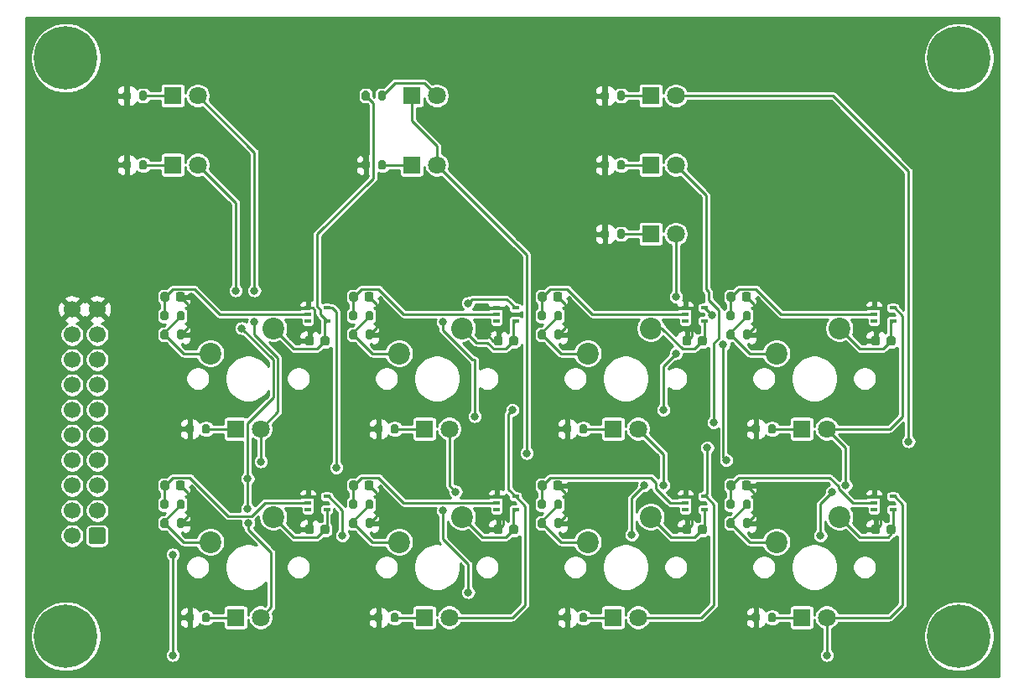
<source format=gbr>
%TF.GenerationSoftware,KiCad,Pcbnew,(5.1.9)-1*%
%TF.CreationDate,2021-05-31T11:25:02+02:00*%
%TF.ProjectId,RemoteCtrl,52656d6f-7465-4437-9472-6c2e6b696361,v0.1*%
%TF.SameCoordinates,Original*%
%TF.FileFunction,Copper,L2,Bot*%
%TF.FilePolarity,Positive*%
%FSLAX46Y46*%
G04 Gerber Fmt 4.6, Leading zero omitted, Abs format (unit mm)*
G04 Created by KiCad (PCBNEW (5.1.9)-1) date 2021-05-31 11:25:02*
%MOMM*%
%LPD*%
G01*
G04 APERTURE LIST*
%TA.AperFunction,SMDPad,CuDef*%
%ADD10R,0.650000X0.400000*%
%TD*%
%TA.AperFunction,ComponentPad*%
%ADD11C,1.800000*%
%TD*%
%TA.AperFunction,ComponentPad*%
%ADD12R,1.800000X1.800000*%
%TD*%
%TA.AperFunction,ComponentPad*%
%ADD13C,1.700000*%
%TD*%
%TA.AperFunction,ComponentPad*%
%ADD14C,2.200000*%
%TD*%
%TA.AperFunction,ComponentPad*%
%ADD15C,0.800000*%
%TD*%
%TA.AperFunction,ComponentPad*%
%ADD16C,6.400000*%
%TD*%
%TA.AperFunction,ViaPad*%
%ADD17C,0.800000*%
%TD*%
%TA.AperFunction,Conductor*%
%ADD18C,0.250000*%
%TD*%
%TA.AperFunction,Conductor*%
%ADD19C,0.500000*%
%TD*%
%TA.AperFunction,Conductor*%
%ADD20C,0.254000*%
%TD*%
%TA.AperFunction,Conductor*%
%ADD21C,0.100000*%
%TD*%
G04 APERTURE END LIST*
D10*
%TO.P,U2,5*%
%TO.N,+5V*%
X123505000Y-91960000D03*
%TO.P,U2,4*%
%TO.N,/BTN_INT*%
X123505000Y-90660000D03*
%TO.P,U2,2*%
%TO.N,Net-(C3-Pad1)*%
X121605000Y-91310000D03*
%TO.P,U2,3*%
%TO.N,GND*%
X121605000Y-90660000D03*
%TO.P,U2,1*%
%TO.N,N/C*%
X121605000Y-91960000D03*
%TD*%
%TO.P,U5,5*%
%TO.N,+5V*%
X161605000Y-72910000D03*
%TO.P,U5,4*%
%TO.N,/BTN_CLK_STEP_EN*%
X161605000Y-71610000D03*
%TO.P,U5,2*%
%TO.N,Net-(C9-Pad1)*%
X159705000Y-72260000D03*
%TO.P,U5,3*%
%TO.N,GND*%
X159705000Y-71610000D03*
%TO.P,U5,1*%
%TO.N,N/C*%
X159705000Y-72910000D03*
%TD*%
%TO.P,C6,2*%
%TO.N,GND*%
%TA.AperFunction,SMDPad,CuDef*%
G36*
G01*
X141280000Y-74680000D02*
X141280000Y-75180000D01*
G75*
G02*
X141055000Y-75405000I-225000J0D01*
G01*
X140605000Y-75405000D01*
G75*
G02*
X140380000Y-75180000I0J225000D01*
G01*
X140380000Y-74680000D01*
G75*
G02*
X140605000Y-74455000I225000J0D01*
G01*
X141055000Y-74455000D01*
G75*
G02*
X141280000Y-74680000I0J-225000D01*
G01*
G37*
%TD.AperFunction*%
%TO.P,C6,1*%
%TO.N,+5V*%
%TA.AperFunction,SMDPad,CuDef*%
G36*
G01*
X142830000Y-74680000D02*
X142830000Y-75180000D01*
G75*
G02*
X142605000Y-75405000I-225000J0D01*
G01*
X142155000Y-75405000D01*
G75*
G02*
X141930000Y-75180000I0J225000D01*
G01*
X141930000Y-74680000D01*
G75*
G02*
X142155000Y-74455000I225000J0D01*
G01*
X142605000Y-74455000D01*
G75*
G02*
X142830000Y-74680000I0J-225000D01*
G01*
G37*
%TD.AperFunction*%
%TD*%
D11*
%TO.P,D11,2*%
%TO.N,/LED_Halted_Bkpt*%
X158750000Y-64135000D03*
D12*
%TO.P,D11,1*%
%TO.N,Net-(D11-Pad1)*%
X156210000Y-64135000D03*
%TD*%
D11*
%TO.P,D10,2*%
%TO.N,/LED_Halted_Step*%
X158750000Y-57150000D03*
D12*
%TO.P,D10,1*%
%TO.N,Net-(D10-Pad1)*%
X156210000Y-57150000D03*
%TD*%
D11*
%TO.P,D9,2*%
%TO.N,/LED_Halted_Inst*%
X158750000Y-50165000D03*
D12*
%TO.P,D9,1*%
%TO.N,Net-(D9-Pad1)*%
X156210000Y-50165000D03*
%TD*%
D11*
%TO.P,D8,2*%
%TO.N,Net-(D8-Pad2)*%
X134620000Y-50165000D03*
D12*
%TO.P,D8,1*%
%TO.N,/LED_Halted*%
X132080000Y-50165000D03*
%TD*%
D11*
%TO.P,D7,2*%
%TO.N,/LED_Halted*%
X134620000Y-57150000D03*
D12*
%TO.P,D7,1*%
%TO.N,Net-(D7-Pad1)*%
X132080000Y-57150000D03*
%TD*%
D11*
%TO.P,D2,2*%
%TO.N,/LED_INT_Active*%
X110490000Y-57150000D03*
D12*
%TO.P,D2,1*%
%TO.N,Net-(D2-Pad1)*%
X107950000Y-57150000D03*
%TD*%
D11*
%TO.P,D1,2*%
%TO.N,/RESET*%
X110490000Y-50165000D03*
D12*
%TO.P,D1,1*%
%TO.N,Net-(D1-Pad1)*%
X107950000Y-50165000D03*
%TD*%
D13*
%TO.P,J1,20*%
%TO.N,GND*%
X97790000Y-71755000D03*
%TO.P,J1,18*%
%TO.N,/BTN_INST_STEP*%
X97790000Y-74295000D03*
%TO.P,J1,16*%
%TO.N,/BTN_INST_STEP_EN*%
X97790000Y-76835000D03*
%TO.P,J1,14*%
%TO.N,/BTN_CLK_STEP*%
X97790000Y-79375000D03*
%TO.P,J1,12*%
%TO.N,/BTN_CLK_STEP_EN*%
X97790000Y-81915000D03*
%TO.P,J1,10*%
%TO.N,/BTN_RESET*%
X97790000Y-84455000D03*
%TO.P,J1,8*%
%TO.N,/BTN_INT*%
X97790000Y-86995000D03*
%TO.P,J1,6*%
%TO.N,/BTN_INC_CLK_F*%
X97790000Y-89535000D03*
%TO.P,J1,4*%
%TO.N,/BTN_DEC_CLK_F*%
X97790000Y-92075000D03*
%TO.P,J1,2*%
%TO.N,+5V*%
X97790000Y-94615000D03*
%TO.P,J1,19*%
%TO.N,GND*%
X100330000Y-71755000D03*
%TO.P,J1,17*%
%TO.N,/LED_Halted_Bkpt*%
X100330000Y-74295000D03*
%TO.P,J1,15*%
%TO.N,/LED_Halted_Step*%
X100330000Y-76835000D03*
%TO.P,J1,13*%
%TO.N,/LED_Halted_Inst*%
X100330000Y-79375000D03*
%TO.P,J1,11*%
%TO.N,/LED_Halted*%
X100330000Y-81915000D03*
%TO.P,J1,9*%
%TO.N,/RESET*%
X100330000Y-84455000D03*
%TO.P,J1,7*%
%TO.N,/LED_INT_Active*%
X100330000Y-86995000D03*
%TO.P,J1,5*%
%TO.N,/LED_CLK_STEP_EN*%
X100330000Y-89535000D03*
%TO.P,J1,3*%
%TO.N,/LED_INST_STEP_EN*%
X100330000Y-92075000D03*
%TO.P,J1,1*%
%TO.N,+5V*%
%TA.AperFunction,ComponentPad*%
G36*
G01*
X101180000Y-94015000D02*
X101180000Y-95215000D01*
G75*
G02*
X100930000Y-95465000I-250000J0D01*
G01*
X99730000Y-95465000D01*
G75*
G02*
X99480000Y-95215000I0J250000D01*
G01*
X99480000Y-94015000D01*
G75*
G02*
X99730000Y-93765000I250000J0D01*
G01*
X100930000Y-93765000D01*
G75*
G02*
X101180000Y-94015000I0J-250000D01*
G01*
G37*
%TD.AperFunction*%
%TD*%
%TO.P,R2,2*%
%TO.N,GND*%
%TA.AperFunction,SMDPad,CuDef*%
G36*
G01*
X103715000Y-56875000D02*
X103715000Y-57425000D01*
G75*
G02*
X103515000Y-57625000I-200000J0D01*
G01*
X103115000Y-57625000D01*
G75*
G02*
X102915000Y-57425000I0J200000D01*
G01*
X102915000Y-56875000D01*
G75*
G02*
X103115000Y-56675000I200000J0D01*
G01*
X103515000Y-56675000D01*
G75*
G02*
X103715000Y-56875000I0J-200000D01*
G01*
G37*
%TD.AperFunction*%
%TO.P,R2,1*%
%TO.N,Net-(D2-Pad1)*%
%TA.AperFunction,SMDPad,CuDef*%
G36*
G01*
X105365000Y-56875000D02*
X105365000Y-57425000D01*
G75*
G02*
X105165000Y-57625000I-200000J0D01*
G01*
X104765000Y-57625000D01*
G75*
G02*
X104565000Y-57425000I0J200000D01*
G01*
X104565000Y-56875000D01*
G75*
G02*
X104765000Y-56675000I200000J0D01*
G01*
X105165000Y-56675000D01*
G75*
G02*
X105365000Y-56875000I0J-200000D01*
G01*
G37*
%TD.AperFunction*%
%TD*%
%TO.P,R1,2*%
%TO.N,GND*%
%TA.AperFunction,SMDPad,CuDef*%
G36*
G01*
X103715000Y-49890000D02*
X103715000Y-50440000D01*
G75*
G02*
X103515000Y-50640000I-200000J0D01*
G01*
X103115000Y-50640000D01*
G75*
G02*
X102915000Y-50440000I0J200000D01*
G01*
X102915000Y-49890000D01*
G75*
G02*
X103115000Y-49690000I200000J0D01*
G01*
X103515000Y-49690000D01*
G75*
G02*
X103715000Y-49890000I0J-200000D01*
G01*
G37*
%TD.AperFunction*%
%TO.P,R1,1*%
%TO.N,Net-(D1-Pad1)*%
%TA.AperFunction,SMDPad,CuDef*%
G36*
G01*
X105365000Y-49890000D02*
X105365000Y-50440000D01*
G75*
G02*
X105165000Y-50640000I-200000J0D01*
G01*
X104765000Y-50640000D01*
G75*
G02*
X104565000Y-50440000I0J200000D01*
G01*
X104565000Y-49890000D01*
G75*
G02*
X104765000Y-49690000I200000J0D01*
G01*
X105165000Y-49690000D01*
G75*
G02*
X105365000Y-49890000I0J-200000D01*
G01*
G37*
%TD.AperFunction*%
%TD*%
D10*
%TO.P,U8,5*%
%TO.N,+5V*%
X180655000Y-91960000D03*
%TO.P,U8,4*%
%TO.N,/BTN_DEC_CLK_F*%
X180655000Y-90660000D03*
%TO.P,U8,2*%
%TO.N,Net-(C15-Pad1)*%
X178755000Y-91310000D03*
%TO.P,U8,3*%
%TO.N,GND*%
X178755000Y-90660000D03*
%TO.P,U8,1*%
%TO.N,N/C*%
X178755000Y-91960000D03*
%TD*%
%TO.P,U7,5*%
%TO.N,+5V*%
X180655000Y-72910000D03*
%TO.P,U7,4*%
%TO.N,/BTN_INC_CLK_F*%
X180655000Y-71610000D03*
%TO.P,U7,2*%
%TO.N,Net-(C13-Pad1)*%
X178755000Y-72260000D03*
%TO.P,U7,3*%
%TO.N,GND*%
X178755000Y-71610000D03*
%TO.P,U7,1*%
%TO.N,N/C*%
X178755000Y-72910000D03*
%TD*%
%TO.P,U6,5*%
%TO.N,+5V*%
X161605000Y-91960000D03*
%TO.P,U6,4*%
%TO.N,/BTN_CLK_STEP*%
X161605000Y-90660000D03*
%TO.P,U6,2*%
%TO.N,Net-(C11-Pad1)*%
X159705000Y-91310000D03*
%TO.P,U6,3*%
%TO.N,GND*%
X159705000Y-90660000D03*
%TO.P,U6,1*%
%TO.N,N/C*%
X159705000Y-91960000D03*
%TD*%
%TO.P,U4,5*%
%TO.N,+5V*%
X142555000Y-91960000D03*
%TO.P,U4,4*%
%TO.N,/BTN_INST_STEP*%
X142555000Y-90660000D03*
%TO.P,U4,2*%
%TO.N,Net-(C7-Pad1)*%
X140655000Y-91310000D03*
%TO.P,U4,3*%
%TO.N,GND*%
X140655000Y-90660000D03*
%TO.P,U4,1*%
%TO.N,N/C*%
X140655000Y-91960000D03*
%TD*%
%TO.P,U3,5*%
%TO.N,+5V*%
X142555000Y-72910000D03*
%TO.P,U3,4*%
%TO.N,/BTN_INST_STEP_EN*%
X142555000Y-71610000D03*
%TO.P,U3,2*%
%TO.N,Net-(C5-Pad1)*%
X140655000Y-72260000D03*
%TO.P,U3,3*%
%TO.N,GND*%
X140655000Y-71610000D03*
%TO.P,U3,1*%
%TO.N,N/C*%
X140655000Y-72910000D03*
%TD*%
%TO.P,U1,5*%
%TO.N,+5V*%
X123505000Y-72910000D03*
%TO.P,U1,4*%
%TO.N,/BTN_RESET*%
X123505000Y-71610000D03*
%TO.P,U1,2*%
%TO.N,Net-(C1-Pad1)*%
X121605000Y-72260000D03*
%TO.P,U1,3*%
%TO.N,GND*%
X121605000Y-71610000D03*
%TO.P,U1,1*%
%TO.N,N/C*%
X121605000Y-72910000D03*
%TD*%
D14*
%TO.P,SW8,2*%
%TO.N,Net-(R34-Pad1)*%
X168910000Y-95250000D03*
%TO.P,SW8,1*%
%TO.N,+5V*%
X175260000Y-92710000D03*
%TD*%
%TO.P,SW7,2*%
%TO.N,Net-(R31-Pad1)*%
X168910000Y-76200000D03*
%TO.P,SW7,1*%
%TO.N,+5V*%
X175260000Y-73660000D03*
%TD*%
%TO.P,SW6,2*%
%TO.N,Net-(R28-Pad1)*%
X149860000Y-95250000D03*
%TO.P,SW6,1*%
%TO.N,+5V*%
X156210000Y-92710000D03*
%TD*%
%TO.P,SW5,2*%
%TO.N,Net-(R25-Pad1)*%
X149860000Y-76200000D03*
%TO.P,SW5,1*%
%TO.N,+5V*%
X156210000Y-73660000D03*
%TD*%
%TO.P,SW4,2*%
%TO.N,Net-(R22-Pad1)*%
X130810000Y-95250000D03*
%TO.P,SW4,1*%
%TO.N,+5V*%
X137160000Y-92710000D03*
%TD*%
%TO.P,SW3,2*%
%TO.N,Net-(R19-Pad1)*%
X130810000Y-76200000D03*
%TO.P,SW3,1*%
%TO.N,+5V*%
X137160000Y-73660000D03*
%TD*%
%TO.P,SW2,2*%
%TO.N,Net-(R16-Pad1)*%
X111760000Y-95250000D03*
%TO.P,SW2,1*%
%TO.N,+5V*%
X118110000Y-92710000D03*
%TD*%
%TO.P,SW1,2*%
%TO.N,Net-(R13-Pad1)*%
X111760000Y-76200000D03*
%TO.P,SW1,1*%
%TO.N,+5V*%
X118110000Y-73660000D03*
%TD*%
%TO.P,R35,2*%
%TO.N,Net-(R34-Pad1)*%
%TA.AperFunction,SMDPad,CuDef*%
G36*
G01*
X165525000Y-91715000D02*
X165525000Y-91165000D01*
G75*
G02*
X165725000Y-90965000I200000J0D01*
G01*
X166125000Y-90965000D01*
G75*
G02*
X166325000Y-91165000I0J-200000D01*
G01*
X166325000Y-91715000D01*
G75*
G02*
X166125000Y-91915000I-200000J0D01*
G01*
X165725000Y-91915000D01*
G75*
G02*
X165525000Y-91715000I0J200000D01*
G01*
G37*
%TD.AperFunction*%
%TO.P,R35,1*%
%TO.N,Net-(C15-Pad1)*%
%TA.AperFunction,SMDPad,CuDef*%
G36*
G01*
X163875000Y-91715000D02*
X163875000Y-91165000D01*
G75*
G02*
X164075000Y-90965000I200000J0D01*
G01*
X164475000Y-90965000D01*
G75*
G02*
X164675000Y-91165000I0J-200000D01*
G01*
X164675000Y-91715000D01*
G75*
G02*
X164475000Y-91915000I-200000J0D01*
G01*
X164075000Y-91915000D01*
G75*
G02*
X163875000Y-91715000I0J200000D01*
G01*
G37*
%TD.AperFunction*%
%TD*%
%TO.P,R34,2*%
%TO.N,GND*%
%TA.AperFunction,SMDPad,CuDef*%
G36*
G01*
X165525000Y-93620000D02*
X165525000Y-93070000D01*
G75*
G02*
X165725000Y-92870000I200000J0D01*
G01*
X166125000Y-92870000D01*
G75*
G02*
X166325000Y-93070000I0J-200000D01*
G01*
X166325000Y-93620000D01*
G75*
G02*
X166125000Y-93820000I-200000J0D01*
G01*
X165725000Y-93820000D01*
G75*
G02*
X165525000Y-93620000I0J200000D01*
G01*
G37*
%TD.AperFunction*%
%TO.P,R34,1*%
%TO.N,Net-(R34-Pad1)*%
%TA.AperFunction,SMDPad,CuDef*%
G36*
G01*
X163875000Y-93620000D02*
X163875000Y-93070000D01*
G75*
G02*
X164075000Y-92870000I200000J0D01*
G01*
X164475000Y-92870000D01*
G75*
G02*
X164675000Y-93070000I0J-200000D01*
G01*
X164675000Y-93620000D01*
G75*
G02*
X164475000Y-93820000I-200000J0D01*
G01*
X164075000Y-93820000D01*
G75*
G02*
X163875000Y-93620000I0J200000D01*
G01*
G37*
%TD.AperFunction*%
%TD*%
%TO.P,R33,2*%
%TO.N,GND*%
%TA.AperFunction,SMDPad,CuDef*%
G36*
G01*
X167215000Y-102595000D02*
X167215000Y-103145000D01*
G75*
G02*
X167015000Y-103345000I-200000J0D01*
G01*
X166615000Y-103345000D01*
G75*
G02*
X166415000Y-103145000I0J200000D01*
G01*
X166415000Y-102595000D01*
G75*
G02*
X166615000Y-102395000I200000J0D01*
G01*
X167015000Y-102395000D01*
G75*
G02*
X167215000Y-102595000I0J-200000D01*
G01*
G37*
%TD.AperFunction*%
%TO.P,R33,1*%
%TO.N,Net-(D19-Pad1)*%
%TA.AperFunction,SMDPad,CuDef*%
G36*
G01*
X168865000Y-102595000D02*
X168865000Y-103145000D01*
G75*
G02*
X168665000Y-103345000I-200000J0D01*
G01*
X168265000Y-103345000D01*
G75*
G02*
X168065000Y-103145000I0J200000D01*
G01*
X168065000Y-102595000D01*
G75*
G02*
X168265000Y-102395000I200000J0D01*
G01*
X168665000Y-102395000D01*
G75*
G02*
X168865000Y-102595000I0J-200000D01*
G01*
G37*
%TD.AperFunction*%
%TD*%
%TO.P,R32,2*%
%TO.N,Net-(R31-Pad1)*%
%TA.AperFunction,SMDPad,CuDef*%
G36*
G01*
X165525000Y-72665000D02*
X165525000Y-72115000D01*
G75*
G02*
X165725000Y-71915000I200000J0D01*
G01*
X166125000Y-71915000D01*
G75*
G02*
X166325000Y-72115000I0J-200000D01*
G01*
X166325000Y-72665000D01*
G75*
G02*
X166125000Y-72865000I-200000J0D01*
G01*
X165725000Y-72865000D01*
G75*
G02*
X165525000Y-72665000I0J200000D01*
G01*
G37*
%TD.AperFunction*%
%TO.P,R32,1*%
%TO.N,Net-(C13-Pad1)*%
%TA.AperFunction,SMDPad,CuDef*%
G36*
G01*
X163875000Y-72665000D02*
X163875000Y-72115000D01*
G75*
G02*
X164075000Y-71915000I200000J0D01*
G01*
X164475000Y-71915000D01*
G75*
G02*
X164675000Y-72115000I0J-200000D01*
G01*
X164675000Y-72665000D01*
G75*
G02*
X164475000Y-72865000I-200000J0D01*
G01*
X164075000Y-72865000D01*
G75*
G02*
X163875000Y-72665000I0J200000D01*
G01*
G37*
%TD.AperFunction*%
%TD*%
%TO.P,R31,2*%
%TO.N,GND*%
%TA.AperFunction,SMDPad,CuDef*%
G36*
G01*
X165525000Y-74570000D02*
X165525000Y-74020000D01*
G75*
G02*
X165725000Y-73820000I200000J0D01*
G01*
X166125000Y-73820000D01*
G75*
G02*
X166325000Y-74020000I0J-200000D01*
G01*
X166325000Y-74570000D01*
G75*
G02*
X166125000Y-74770000I-200000J0D01*
G01*
X165725000Y-74770000D01*
G75*
G02*
X165525000Y-74570000I0J200000D01*
G01*
G37*
%TD.AperFunction*%
%TO.P,R31,1*%
%TO.N,Net-(R31-Pad1)*%
%TA.AperFunction,SMDPad,CuDef*%
G36*
G01*
X163875000Y-74570000D02*
X163875000Y-74020000D01*
G75*
G02*
X164075000Y-73820000I200000J0D01*
G01*
X164475000Y-73820000D01*
G75*
G02*
X164675000Y-74020000I0J-200000D01*
G01*
X164675000Y-74570000D01*
G75*
G02*
X164475000Y-74770000I-200000J0D01*
G01*
X164075000Y-74770000D01*
G75*
G02*
X163875000Y-74570000I0J200000D01*
G01*
G37*
%TD.AperFunction*%
%TD*%
%TO.P,R30,2*%
%TO.N,GND*%
%TA.AperFunction,SMDPad,CuDef*%
G36*
G01*
X167215000Y-83545000D02*
X167215000Y-84095000D01*
G75*
G02*
X167015000Y-84295000I-200000J0D01*
G01*
X166615000Y-84295000D01*
G75*
G02*
X166415000Y-84095000I0J200000D01*
G01*
X166415000Y-83545000D01*
G75*
G02*
X166615000Y-83345000I200000J0D01*
G01*
X167015000Y-83345000D01*
G75*
G02*
X167215000Y-83545000I0J-200000D01*
G01*
G37*
%TD.AperFunction*%
%TO.P,R30,1*%
%TO.N,Net-(D18-Pad1)*%
%TA.AperFunction,SMDPad,CuDef*%
G36*
G01*
X168865000Y-83545000D02*
X168865000Y-84095000D01*
G75*
G02*
X168665000Y-84295000I-200000J0D01*
G01*
X168265000Y-84295000D01*
G75*
G02*
X168065000Y-84095000I0J200000D01*
G01*
X168065000Y-83545000D01*
G75*
G02*
X168265000Y-83345000I200000J0D01*
G01*
X168665000Y-83345000D01*
G75*
G02*
X168865000Y-83545000I0J-200000D01*
G01*
G37*
%TD.AperFunction*%
%TD*%
%TO.P,R29,2*%
%TO.N,Net-(R28-Pad1)*%
%TA.AperFunction,SMDPad,CuDef*%
G36*
G01*
X146475000Y-91715000D02*
X146475000Y-91165000D01*
G75*
G02*
X146675000Y-90965000I200000J0D01*
G01*
X147075000Y-90965000D01*
G75*
G02*
X147275000Y-91165000I0J-200000D01*
G01*
X147275000Y-91715000D01*
G75*
G02*
X147075000Y-91915000I-200000J0D01*
G01*
X146675000Y-91915000D01*
G75*
G02*
X146475000Y-91715000I0J200000D01*
G01*
G37*
%TD.AperFunction*%
%TO.P,R29,1*%
%TO.N,Net-(C11-Pad1)*%
%TA.AperFunction,SMDPad,CuDef*%
G36*
G01*
X144825000Y-91715000D02*
X144825000Y-91165000D01*
G75*
G02*
X145025000Y-90965000I200000J0D01*
G01*
X145425000Y-90965000D01*
G75*
G02*
X145625000Y-91165000I0J-200000D01*
G01*
X145625000Y-91715000D01*
G75*
G02*
X145425000Y-91915000I-200000J0D01*
G01*
X145025000Y-91915000D01*
G75*
G02*
X144825000Y-91715000I0J200000D01*
G01*
G37*
%TD.AperFunction*%
%TD*%
%TO.P,R28,2*%
%TO.N,GND*%
%TA.AperFunction,SMDPad,CuDef*%
G36*
G01*
X146475000Y-93620000D02*
X146475000Y-93070000D01*
G75*
G02*
X146675000Y-92870000I200000J0D01*
G01*
X147075000Y-92870000D01*
G75*
G02*
X147275000Y-93070000I0J-200000D01*
G01*
X147275000Y-93620000D01*
G75*
G02*
X147075000Y-93820000I-200000J0D01*
G01*
X146675000Y-93820000D01*
G75*
G02*
X146475000Y-93620000I0J200000D01*
G01*
G37*
%TD.AperFunction*%
%TO.P,R28,1*%
%TO.N,Net-(R28-Pad1)*%
%TA.AperFunction,SMDPad,CuDef*%
G36*
G01*
X144825000Y-93620000D02*
X144825000Y-93070000D01*
G75*
G02*
X145025000Y-92870000I200000J0D01*
G01*
X145425000Y-92870000D01*
G75*
G02*
X145625000Y-93070000I0J-200000D01*
G01*
X145625000Y-93620000D01*
G75*
G02*
X145425000Y-93820000I-200000J0D01*
G01*
X145025000Y-93820000D01*
G75*
G02*
X144825000Y-93620000I0J200000D01*
G01*
G37*
%TD.AperFunction*%
%TD*%
%TO.P,R27,2*%
%TO.N,GND*%
%TA.AperFunction,SMDPad,CuDef*%
G36*
G01*
X148165000Y-102595000D02*
X148165000Y-103145000D01*
G75*
G02*
X147965000Y-103345000I-200000J0D01*
G01*
X147565000Y-103345000D01*
G75*
G02*
X147365000Y-103145000I0J200000D01*
G01*
X147365000Y-102595000D01*
G75*
G02*
X147565000Y-102395000I200000J0D01*
G01*
X147965000Y-102395000D01*
G75*
G02*
X148165000Y-102595000I0J-200000D01*
G01*
G37*
%TD.AperFunction*%
%TO.P,R27,1*%
%TO.N,Net-(D17-Pad1)*%
%TA.AperFunction,SMDPad,CuDef*%
G36*
G01*
X149815000Y-102595000D02*
X149815000Y-103145000D01*
G75*
G02*
X149615000Y-103345000I-200000J0D01*
G01*
X149215000Y-103345000D01*
G75*
G02*
X149015000Y-103145000I0J200000D01*
G01*
X149015000Y-102595000D01*
G75*
G02*
X149215000Y-102395000I200000J0D01*
G01*
X149615000Y-102395000D01*
G75*
G02*
X149815000Y-102595000I0J-200000D01*
G01*
G37*
%TD.AperFunction*%
%TD*%
%TO.P,R26,2*%
%TO.N,Net-(R25-Pad1)*%
%TA.AperFunction,SMDPad,CuDef*%
G36*
G01*
X146475000Y-72665000D02*
X146475000Y-72115000D01*
G75*
G02*
X146675000Y-71915000I200000J0D01*
G01*
X147075000Y-71915000D01*
G75*
G02*
X147275000Y-72115000I0J-200000D01*
G01*
X147275000Y-72665000D01*
G75*
G02*
X147075000Y-72865000I-200000J0D01*
G01*
X146675000Y-72865000D01*
G75*
G02*
X146475000Y-72665000I0J200000D01*
G01*
G37*
%TD.AperFunction*%
%TO.P,R26,1*%
%TO.N,Net-(C9-Pad1)*%
%TA.AperFunction,SMDPad,CuDef*%
G36*
G01*
X144825000Y-72665000D02*
X144825000Y-72115000D01*
G75*
G02*
X145025000Y-71915000I200000J0D01*
G01*
X145425000Y-71915000D01*
G75*
G02*
X145625000Y-72115000I0J-200000D01*
G01*
X145625000Y-72665000D01*
G75*
G02*
X145425000Y-72865000I-200000J0D01*
G01*
X145025000Y-72865000D01*
G75*
G02*
X144825000Y-72665000I0J200000D01*
G01*
G37*
%TD.AperFunction*%
%TD*%
%TO.P,R25,2*%
%TO.N,GND*%
%TA.AperFunction,SMDPad,CuDef*%
G36*
G01*
X146475000Y-74570000D02*
X146475000Y-74020000D01*
G75*
G02*
X146675000Y-73820000I200000J0D01*
G01*
X147075000Y-73820000D01*
G75*
G02*
X147275000Y-74020000I0J-200000D01*
G01*
X147275000Y-74570000D01*
G75*
G02*
X147075000Y-74770000I-200000J0D01*
G01*
X146675000Y-74770000D01*
G75*
G02*
X146475000Y-74570000I0J200000D01*
G01*
G37*
%TD.AperFunction*%
%TO.P,R25,1*%
%TO.N,Net-(R25-Pad1)*%
%TA.AperFunction,SMDPad,CuDef*%
G36*
G01*
X144825000Y-74570000D02*
X144825000Y-74020000D01*
G75*
G02*
X145025000Y-73820000I200000J0D01*
G01*
X145425000Y-73820000D01*
G75*
G02*
X145625000Y-74020000I0J-200000D01*
G01*
X145625000Y-74570000D01*
G75*
G02*
X145425000Y-74770000I-200000J0D01*
G01*
X145025000Y-74770000D01*
G75*
G02*
X144825000Y-74570000I0J200000D01*
G01*
G37*
%TD.AperFunction*%
%TD*%
%TO.P,R24,2*%
%TO.N,GND*%
%TA.AperFunction,SMDPad,CuDef*%
G36*
G01*
X148165000Y-83545000D02*
X148165000Y-84095000D01*
G75*
G02*
X147965000Y-84295000I-200000J0D01*
G01*
X147565000Y-84295000D01*
G75*
G02*
X147365000Y-84095000I0J200000D01*
G01*
X147365000Y-83545000D01*
G75*
G02*
X147565000Y-83345000I200000J0D01*
G01*
X147965000Y-83345000D01*
G75*
G02*
X148165000Y-83545000I0J-200000D01*
G01*
G37*
%TD.AperFunction*%
%TO.P,R24,1*%
%TO.N,Net-(D16-Pad1)*%
%TA.AperFunction,SMDPad,CuDef*%
G36*
G01*
X149815000Y-83545000D02*
X149815000Y-84095000D01*
G75*
G02*
X149615000Y-84295000I-200000J0D01*
G01*
X149215000Y-84295000D01*
G75*
G02*
X149015000Y-84095000I0J200000D01*
G01*
X149015000Y-83545000D01*
G75*
G02*
X149215000Y-83345000I200000J0D01*
G01*
X149615000Y-83345000D01*
G75*
G02*
X149815000Y-83545000I0J-200000D01*
G01*
G37*
%TD.AperFunction*%
%TD*%
%TO.P,R23,2*%
%TO.N,Net-(R22-Pad1)*%
%TA.AperFunction,SMDPad,CuDef*%
G36*
G01*
X127425000Y-91715000D02*
X127425000Y-91165000D01*
G75*
G02*
X127625000Y-90965000I200000J0D01*
G01*
X128025000Y-90965000D01*
G75*
G02*
X128225000Y-91165000I0J-200000D01*
G01*
X128225000Y-91715000D01*
G75*
G02*
X128025000Y-91915000I-200000J0D01*
G01*
X127625000Y-91915000D01*
G75*
G02*
X127425000Y-91715000I0J200000D01*
G01*
G37*
%TD.AperFunction*%
%TO.P,R23,1*%
%TO.N,Net-(C7-Pad1)*%
%TA.AperFunction,SMDPad,CuDef*%
G36*
G01*
X125775000Y-91715000D02*
X125775000Y-91165000D01*
G75*
G02*
X125975000Y-90965000I200000J0D01*
G01*
X126375000Y-90965000D01*
G75*
G02*
X126575000Y-91165000I0J-200000D01*
G01*
X126575000Y-91715000D01*
G75*
G02*
X126375000Y-91915000I-200000J0D01*
G01*
X125975000Y-91915000D01*
G75*
G02*
X125775000Y-91715000I0J200000D01*
G01*
G37*
%TD.AperFunction*%
%TD*%
%TO.P,R22,2*%
%TO.N,GND*%
%TA.AperFunction,SMDPad,CuDef*%
G36*
G01*
X127425000Y-93620000D02*
X127425000Y-93070000D01*
G75*
G02*
X127625000Y-92870000I200000J0D01*
G01*
X128025000Y-92870000D01*
G75*
G02*
X128225000Y-93070000I0J-200000D01*
G01*
X128225000Y-93620000D01*
G75*
G02*
X128025000Y-93820000I-200000J0D01*
G01*
X127625000Y-93820000D01*
G75*
G02*
X127425000Y-93620000I0J200000D01*
G01*
G37*
%TD.AperFunction*%
%TO.P,R22,1*%
%TO.N,Net-(R22-Pad1)*%
%TA.AperFunction,SMDPad,CuDef*%
G36*
G01*
X125775000Y-93620000D02*
X125775000Y-93070000D01*
G75*
G02*
X125975000Y-92870000I200000J0D01*
G01*
X126375000Y-92870000D01*
G75*
G02*
X126575000Y-93070000I0J-200000D01*
G01*
X126575000Y-93620000D01*
G75*
G02*
X126375000Y-93820000I-200000J0D01*
G01*
X125975000Y-93820000D01*
G75*
G02*
X125775000Y-93620000I0J200000D01*
G01*
G37*
%TD.AperFunction*%
%TD*%
%TO.P,R21,2*%
%TO.N,GND*%
%TA.AperFunction,SMDPad,CuDef*%
G36*
G01*
X129115000Y-102595000D02*
X129115000Y-103145000D01*
G75*
G02*
X128915000Y-103345000I-200000J0D01*
G01*
X128515000Y-103345000D01*
G75*
G02*
X128315000Y-103145000I0J200000D01*
G01*
X128315000Y-102595000D01*
G75*
G02*
X128515000Y-102395000I200000J0D01*
G01*
X128915000Y-102395000D01*
G75*
G02*
X129115000Y-102595000I0J-200000D01*
G01*
G37*
%TD.AperFunction*%
%TO.P,R21,1*%
%TO.N,Net-(D15-Pad1)*%
%TA.AperFunction,SMDPad,CuDef*%
G36*
G01*
X130765000Y-102595000D02*
X130765000Y-103145000D01*
G75*
G02*
X130565000Y-103345000I-200000J0D01*
G01*
X130165000Y-103345000D01*
G75*
G02*
X129965000Y-103145000I0J200000D01*
G01*
X129965000Y-102595000D01*
G75*
G02*
X130165000Y-102395000I200000J0D01*
G01*
X130565000Y-102395000D01*
G75*
G02*
X130765000Y-102595000I0J-200000D01*
G01*
G37*
%TD.AperFunction*%
%TD*%
%TO.P,R20,2*%
%TO.N,Net-(R19-Pad1)*%
%TA.AperFunction,SMDPad,CuDef*%
G36*
G01*
X127425000Y-72665000D02*
X127425000Y-72115000D01*
G75*
G02*
X127625000Y-71915000I200000J0D01*
G01*
X128025000Y-71915000D01*
G75*
G02*
X128225000Y-72115000I0J-200000D01*
G01*
X128225000Y-72665000D01*
G75*
G02*
X128025000Y-72865000I-200000J0D01*
G01*
X127625000Y-72865000D01*
G75*
G02*
X127425000Y-72665000I0J200000D01*
G01*
G37*
%TD.AperFunction*%
%TO.P,R20,1*%
%TO.N,Net-(C5-Pad1)*%
%TA.AperFunction,SMDPad,CuDef*%
G36*
G01*
X125775000Y-72665000D02*
X125775000Y-72115000D01*
G75*
G02*
X125975000Y-71915000I200000J0D01*
G01*
X126375000Y-71915000D01*
G75*
G02*
X126575000Y-72115000I0J-200000D01*
G01*
X126575000Y-72665000D01*
G75*
G02*
X126375000Y-72865000I-200000J0D01*
G01*
X125975000Y-72865000D01*
G75*
G02*
X125775000Y-72665000I0J200000D01*
G01*
G37*
%TD.AperFunction*%
%TD*%
%TO.P,R19,2*%
%TO.N,GND*%
%TA.AperFunction,SMDPad,CuDef*%
G36*
G01*
X127425000Y-74570000D02*
X127425000Y-74020000D01*
G75*
G02*
X127625000Y-73820000I200000J0D01*
G01*
X128025000Y-73820000D01*
G75*
G02*
X128225000Y-74020000I0J-200000D01*
G01*
X128225000Y-74570000D01*
G75*
G02*
X128025000Y-74770000I-200000J0D01*
G01*
X127625000Y-74770000D01*
G75*
G02*
X127425000Y-74570000I0J200000D01*
G01*
G37*
%TD.AperFunction*%
%TO.P,R19,1*%
%TO.N,Net-(R19-Pad1)*%
%TA.AperFunction,SMDPad,CuDef*%
G36*
G01*
X125775000Y-74570000D02*
X125775000Y-74020000D01*
G75*
G02*
X125975000Y-73820000I200000J0D01*
G01*
X126375000Y-73820000D01*
G75*
G02*
X126575000Y-74020000I0J-200000D01*
G01*
X126575000Y-74570000D01*
G75*
G02*
X126375000Y-74770000I-200000J0D01*
G01*
X125975000Y-74770000D01*
G75*
G02*
X125775000Y-74570000I0J200000D01*
G01*
G37*
%TD.AperFunction*%
%TD*%
%TO.P,R18,2*%
%TO.N,GND*%
%TA.AperFunction,SMDPad,CuDef*%
G36*
G01*
X129115000Y-83545000D02*
X129115000Y-84095000D01*
G75*
G02*
X128915000Y-84295000I-200000J0D01*
G01*
X128515000Y-84295000D01*
G75*
G02*
X128315000Y-84095000I0J200000D01*
G01*
X128315000Y-83545000D01*
G75*
G02*
X128515000Y-83345000I200000J0D01*
G01*
X128915000Y-83345000D01*
G75*
G02*
X129115000Y-83545000I0J-200000D01*
G01*
G37*
%TD.AperFunction*%
%TO.P,R18,1*%
%TO.N,Net-(D14-Pad1)*%
%TA.AperFunction,SMDPad,CuDef*%
G36*
G01*
X130765000Y-83545000D02*
X130765000Y-84095000D01*
G75*
G02*
X130565000Y-84295000I-200000J0D01*
G01*
X130165000Y-84295000D01*
G75*
G02*
X129965000Y-84095000I0J200000D01*
G01*
X129965000Y-83545000D01*
G75*
G02*
X130165000Y-83345000I200000J0D01*
G01*
X130565000Y-83345000D01*
G75*
G02*
X130765000Y-83545000I0J-200000D01*
G01*
G37*
%TD.AperFunction*%
%TD*%
%TO.P,R17,2*%
%TO.N,Net-(R16-Pad1)*%
%TA.AperFunction,SMDPad,CuDef*%
G36*
G01*
X108375000Y-91715000D02*
X108375000Y-91165000D01*
G75*
G02*
X108575000Y-90965000I200000J0D01*
G01*
X108975000Y-90965000D01*
G75*
G02*
X109175000Y-91165000I0J-200000D01*
G01*
X109175000Y-91715000D01*
G75*
G02*
X108975000Y-91915000I-200000J0D01*
G01*
X108575000Y-91915000D01*
G75*
G02*
X108375000Y-91715000I0J200000D01*
G01*
G37*
%TD.AperFunction*%
%TO.P,R17,1*%
%TO.N,Net-(C3-Pad1)*%
%TA.AperFunction,SMDPad,CuDef*%
G36*
G01*
X106725000Y-91715000D02*
X106725000Y-91165000D01*
G75*
G02*
X106925000Y-90965000I200000J0D01*
G01*
X107325000Y-90965000D01*
G75*
G02*
X107525000Y-91165000I0J-200000D01*
G01*
X107525000Y-91715000D01*
G75*
G02*
X107325000Y-91915000I-200000J0D01*
G01*
X106925000Y-91915000D01*
G75*
G02*
X106725000Y-91715000I0J200000D01*
G01*
G37*
%TD.AperFunction*%
%TD*%
%TO.P,R16,2*%
%TO.N,GND*%
%TA.AperFunction,SMDPad,CuDef*%
G36*
G01*
X108375000Y-93620000D02*
X108375000Y-93070000D01*
G75*
G02*
X108575000Y-92870000I200000J0D01*
G01*
X108975000Y-92870000D01*
G75*
G02*
X109175000Y-93070000I0J-200000D01*
G01*
X109175000Y-93620000D01*
G75*
G02*
X108975000Y-93820000I-200000J0D01*
G01*
X108575000Y-93820000D01*
G75*
G02*
X108375000Y-93620000I0J200000D01*
G01*
G37*
%TD.AperFunction*%
%TO.P,R16,1*%
%TO.N,Net-(R16-Pad1)*%
%TA.AperFunction,SMDPad,CuDef*%
G36*
G01*
X106725000Y-93620000D02*
X106725000Y-93070000D01*
G75*
G02*
X106925000Y-92870000I200000J0D01*
G01*
X107325000Y-92870000D01*
G75*
G02*
X107525000Y-93070000I0J-200000D01*
G01*
X107525000Y-93620000D01*
G75*
G02*
X107325000Y-93820000I-200000J0D01*
G01*
X106925000Y-93820000D01*
G75*
G02*
X106725000Y-93620000I0J200000D01*
G01*
G37*
%TD.AperFunction*%
%TD*%
%TO.P,R15,2*%
%TO.N,GND*%
%TA.AperFunction,SMDPad,CuDef*%
G36*
G01*
X110065000Y-102595000D02*
X110065000Y-103145000D01*
G75*
G02*
X109865000Y-103345000I-200000J0D01*
G01*
X109465000Y-103345000D01*
G75*
G02*
X109265000Y-103145000I0J200000D01*
G01*
X109265000Y-102595000D01*
G75*
G02*
X109465000Y-102395000I200000J0D01*
G01*
X109865000Y-102395000D01*
G75*
G02*
X110065000Y-102595000I0J-200000D01*
G01*
G37*
%TD.AperFunction*%
%TO.P,R15,1*%
%TO.N,Net-(D13-Pad1)*%
%TA.AperFunction,SMDPad,CuDef*%
G36*
G01*
X111715000Y-102595000D02*
X111715000Y-103145000D01*
G75*
G02*
X111515000Y-103345000I-200000J0D01*
G01*
X111115000Y-103345000D01*
G75*
G02*
X110915000Y-103145000I0J200000D01*
G01*
X110915000Y-102595000D01*
G75*
G02*
X111115000Y-102395000I200000J0D01*
G01*
X111515000Y-102395000D01*
G75*
G02*
X111715000Y-102595000I0J-200000D01*
G01*
G37*
%TD.AperFunction*%
%TD*%
%TO.P,R14,2*%
%TO.N,Net-(R13-Pad1)*%
%TA.AperFunction,SMDPad,CuDef*%
G36*
G01*
X108375000Y-72665000D02*
X108375000Y-72115000D01*
G75*
G02*
X108575000Y-71915000I200000J0D01*
G01*
X108975000Y-71915000D01*
G75*
G02*
X109175000Y-72115000I0J-200000D01*
G01*
X109175000Y-72665000D01*
G75*
G02*
X108975000Y-72865000I-200000J0D01*
G01*
X108575000Y-72865000D01*
G75*
G02*
X108375000Y-72665000I0J200000D01*
G01*
G37*
%TD.AperFunction*%
%TO.P,R14,1*%
%TO.N,Net-(C1-Pad1)*%
%TA.AperFunction,SMDPad,CuDef*%
G36*
G01*
X106725000Y-72665000D02*
X106725000Y-72115000D01*
G75*
G02*
X106925000Y-71915000I200000J0D01*
G01*
X107325000Y-71915000D01*
G75*
G02*
X107525000Y-72115000I0J-200000D01*
G01*
X107525000Y-72665000D01*
G75*
G02*
X107325000Y-72865000I-200000J0D01*
G01*
X106925000Y-72865000D01*
G75*
G02*
X106725000Y-72665000I0J200000D01*
G01*
G37*
%TD.AperFunction*%
%TD*%
%TO.P,R13,2*%
%TO.N,GND*%
%TA.AperFunction,SMDPad,CuDef*%
G36*
G01*
X108375000Y-74570000D02*
X108375000Y-74020000D01*
G75*
G02*
X108575000Y-73820000I200000J0D01*
G01*
X108975000Y-73820000D01*
G75*
G02*
X109175000Y-74020000I0J-200000D01*
G01*
X109175000Y-74570000D01*
G75*
G02*
X108975000Y-74770000I-200000J0D01*
G01*
X108575000Y-74770000D01*
G75*
G02*
X108375000Y-74570000I0J200000D01*
G01*
G37*
%TD.AperFunction*%
%TO.P,R13,1*%
%TO.N,Net-(R13-Pad1)*%
%TA.AperFunction,SMDPad,CuDef*%
G36*
G01*
X106725000Y-74570000D02*
X106725000Y-74020000D01*
G75*
G02*
X106925000Y-73820000I200000J0D01*
G01*
X107325000Y-73820000D01*
G75*
G02*
X107525000Y-74020000I0J-200000D01*
G01*
X107525000Y-74570000D01*
G75*
G02*
X107325000Y-74770000I-200000J0D01*
G01*
X106925000Y-74770000D01*
G75*
G02*
X106725000Y-74570000I0J200000D01*
G01*
G37*
%TD.AperFunction*%
%TD*%
%TO.P,R12,2*%
%TO.N,GND*%
%TA.AperFunction,SMDPad,CuDef*%
G36*
G01*
X110065000Y-83545000D02*
X110065000Y-84095000D01*
G75*
G02*
X109865000Y-84295000I-200000J0D01*
G01*
X109465000Y-84295000D01*
G75*
G02*
X109265000Y-84095000I0J200000D01*
G01*
X109265000Y-83545000D01*
G75*
G02*
X109465000Y-83345000I200000J0D01*
G01*
X109865000Y-83345000D01*
G75*
G02*
X110065000Y-83545000I0J-200000D01*
G01*
G37*
%TD.AperFunction*%
%TO.P,R12,1*%
%TO.N,Net-(D12-Pad1)*%
%TA.AperFunction,SMDPad,CuDef*%
G36*
G01*
X111715000Y-83545000D02*
X111715000Y-84095000D01*
G75*
G02*
X111515000Y-84295000I-200000J0D01*
G01*
X111115000Y-84295000D01*
G75*
G02*
X110915000Y-84095000I0J200000D01*
G01*
X110915000Y-83545000D01*
G75*
G02*
X111115000Y-83345000I200000J0D01*
G01*
X111515000Y-83345000D01*
G75*
G02*
X111715000Y-83545000I0J-200000D01*
G01*
G37*
%TD.AperFunction*%
%TD*%
%TO.P,R11,2*%
%TO.N,GND*%
%TA.AperFunction,SMDPad,CuDef*%
G36*
G01*
X151975000Y-63860000D02*
X151975000Y-64410000D01*
G75*
G02*
X151775000Y-64610000I-200000J0D01*
G01*
X151375000Y-64610000D01*
G75*
G02*
X151175000Y-64410000I0J200000D01*
G01*
X151175000Y-63860000D01*
G75*
G02*
X151375000Y-63660000I200000J0D01*
G01*
X151775000Y-63660000D01*
G75*
G02*
X151975000Y-63860000I0J-200000D01*
G01*
G37*
%TD.AperFunction*%
%TO.P,R11,1*%
%TO.N,Net-(D11-Pad1)*%
%TA.AperFunction,SMDPad,CuDef*%
G36*
G01*
X153625000Y-63860000D02*
X153625000Y-64410000D01*
G75*
G02*
X153425000Y-64610000I-200000J0D01*
G01*
X153025000Y-64610000D01*
G75*
G02*
X152825000Y-64410000I0J200000D01*
G01*
X152825000Y-63860000D01*
G75*
G02*
X153025000Y-63660000I200000J0D01*
G01*
X153425000Y-63660000D01*
G75*
G02*
X153625000Y-63860000I0J-200000D01*
G01*
G37*
%TD.AperFunction*%
%TD*%
%TO.P,R10,2*%
%TO.N,GND*%
%TA.AperFunction,SMDPad,CuDef*%
G36*
G01*
X151975000Y-56875000D02*
X151975000Y-57425000D01*
G75*
G02*
X151775000Y-57625000I-200000J0D01*
G01*
X151375000Y-57625000D01*
G75*
G02*
X151175000Y-57425000I0J200000D01*
G01*
X151175000Y-56875000D01*
G75*
G02*
X151375000Y-56675000I200000J0D01*
G01*
X151775000Y-56675000D01*
G75*
G02*
X151975000Y-56875000I0J-200000D01*
G01*
G37*
%TD.AperFunction*%
%TO.P,R10,1*%
%TO.N,Net-(D10-Pad1)*%
%TA.AperFunction,SMDPad,CuDef*%
G36*
G01*
X153625000Y-56875000D02*
X153625000Y-57425000D01*
G75*
G02*
X153425000Y-57625000I-200000J0D01*
G01*
X153025000Y-57625000D01*
G75*
G02*
X152825000Y-57425000I0J200000D01*
G01*
X152825000Y-56875000D01*
G75*
G02*
X153025000Y-56675000I200000J0D01*
G01*
X153425000Y-56675000D01*
G75*
G02*
X153625000Y-56875000I0J-200000D01*
G01*
G37*
%TD.AperFunction*%
%TD*%
%TO.P,R9,2*%
%TO.N,GND*%
%TA.AperFunction,SMDPad,CuDef*%
G36*
G01*
X151975000Y-49890000D02*
X151975000Y-50440000D01*
G75*
G02*
X151775000Y-50640000I-200000J0D01*
G01*
X151375000Y-50640000D01*
G75*
G02*
X151175000Y-50440000I0J200000D01*
G01*
X151175000Y-49890000D01*
G75*
G02*
X151375000Y-49690000I200000J0D01*
G01*
X151775000Y-49690000D01*
G75*
G02*
X151975000Y-49890000I0J-200000D01*
G01*
G37*
%TD.AperFunction*%
%TO.P,R9,1*%
%TO.N,Net-(D9-Pad1)*%
%TA.AperFunction,SMDPad,CuDef*%
G36*
G01*
X153625000Y-49890000D02*
X153625000Y-50440000D01*
G75*
G02*
X153425000Y-50640000I-200000J0D01*
G01*
X153025000Y-50640000D01*
G75*
G02*
X152825000Y-50440000I0J200000D01*
G01*
X152825000Y-49890000D01*
G75*
G02*
X153025000Y-49690000I200000J0D01*
G01*
X153425000Y-49690000D01*
G75*
G02*
X153625000Y-49890000I0J-200000D01*
G01*
G37*
%TD.AperFunction*%
%TD*%
%TO.P,R8,2*%
%TO.N,+5V*%
%TA.AperFunction,SMDPad,CuDef*%
G36*
G01*
X127845000Y-49890000D02*
X127845000Y-50440000D01*
G75*
G02*
X127645000Y-50640000I-200000J0D01*
G01*
X127245000Y-50640000D01*
G75*
G02*
X127045000Y-50440000I0J200000D01*
G01*
X127045000Y-49890000D01*
G75*
G02*
X127245000Y-49690000I200000J0D01*
G01*
X127645000Y-49690000D01*
G75*
G02*
X127845000Y-49890000I0J-200000D01*
G01*
G37*
%TD.AperFunction*%
%TO.P,R8,1*%
%TO.N,Net-(D8-Pad2)*%
%TA.AperFunction,SMDPad,CuDef*%
G36*
G01*
X129495000Y-49890000D02*
X129495000Y-50440000D01*
G75*
G02*
X129295000Y-50640000I-200000J0D01*
G01*
X128895000Y-50640000D01*
G75*
G02*
X128695000Y-50440000I0J200000D01*
G01*
X128695000Y-49890000D01*
G75*
G02*
X128895000Y-49690000I200000J0D01*
G01*
X129295000Y-49690000D01*
G75*
G02*
X129495000Y-49890000I0J-200000D01*
G01*
G37*
%TD.AperFunction*%
%TD*%
%TO.P,R7,2*%
%TO.N,GND*%
%TA.AperFunction,SMDPad,CuDef*%
G36*
G01*
X127845000Y-56875000D02*
X127845000Y-57425000D01*
G75*
G02*
X127645000Y-57625000I-200000J0D01*
G01*
X127245000Y-57625000D01*
G75*
G02*
X127045000Y-57425000I0J200000D01*
G01*
X127045000Y-56875000D01*
G75*
G02*
X127245000Y-56675000I200000J0D01*
G01*
X127645000Y-56675000D01*
G75*
G02*
X127845000Y-56875000I0J-200000D01*
G01*
G37*
%TD.AperFunction*%
%TO.P,R7,1*%
%TO.N,Net-(D7-Pad1)*%
%TA.AperFunction,SMDPad,CuDef*%
G36*
G01*
X129495000Y-56875000D02*
X129495000Y-57425000D01*
G75*
G02*
X129295000Y-57625000I-200000J0D01*
G01*
X128895000Y-57625000D01*
G75*
G02*
X128695000Y-57425000I0J200000D01*
G01*
X128695000Y-56875000D01*
G75*
G02*
X128895000Y-56675000I200000J0D01*
G01*
X129295000Y-56675000D01*
G75*
G02*
X129495000Y-56875000I0J-200000D01*
G01*
G37*
%TD.AperFunction*%
%TD*%
D15*
%TO.P,H4,1*%
%TO.N,N/C*%
X98852056Y-103077944D03*
X97155000Y-102375000D03*
X95457944Y-103077944D03*
X94755000Y-104775000D03*
X95457944Y-106472056D03*
X97155000Y-107175000D03*
X98852056Y-106472056D03*
X99555000Y-104775000D03*
D16*
X97155000Y-104775000D03*
%TD*%
D15*
%TO.P,H3,1*%
%TO.N,N/C*%
X189022056Y-103077944D03*
X187325000Y-102375000D03*
X185627944Y-103077944D03*
X184925000Y-104775000D03*
X185627944Y-106472056D03*
X187325000Y-107175000D03*
X189022056Y-106472056D03*
X189725000Y-104775000D03*
D16*
X187325000Y-104775000D03*
%TD*%
D15*
%TO.P,H2,1*%
%TO.N,N/C*%
X189022056Y-44657944D03*
X187325000Y-43955000D03*
X185627944Y-44657944D03*
X184925000Y-46355000D03*
X185627944Y-48052056D03*
X187325000Y-48755000D03*
X189022056Y-48052056D03*
X189725000Y-46355000D03*
D16*
X187325000Y-46355000D03*
%TD*%
D15*
%TO.P,H1,1*%
%TO.N,N/C*%
X98852056Y-44657944D03*
X97155000Y-43955000D03*
X95457944Y-44657944D03*
X94755000Y-46355000D03*
X95457944Y-48052056D03*
X97155000Y-48755000D03*
X98852056Y-48052056D03*
X99555000Y-46355000D03*
D16*
X97155000Y-46355000D03*
%TD*%
D11*
%TO.P,D19,2*%
%TO.N,/BTN_DEC_CLK_F*%
X173990000Y-102870000D03*
D12*
%TO.P,D19,1*%
%TO.N,Net-(D19-Pad1)*%
X171450000Y-102870000D03*
%TD*%
D11*
%TO.P,D18,2*%
%TO.N,/BTN_INC_CLK_F*%
X173990000Y-83820000D03*
D12*
%TO.P,D18,1*%
%TO.N,Net-(D18-Pad1)*%
X171450000Y-83820000D03*
%TD*%
D11*
%TO.P,D17,2*%
%TO.N,/BTN_CLK_STEP*%
X154940000Y-102870000D03*
D12*
%TO.P,D17,1*%
%TO.N,Net-(D17-Pad1)*%
X152400000Y-102870000D03*
%TD*%
D11*
%TO.P,D16,2*%
%TO.N,/LED_CLK_STEP_EN*%
X154940000Y-83820000D03*
D12*
%TO.P,D16,1*%
%TO.N,Net-(D16-Pad1)*%
X152400000Y-83820000D03*
%TD*%
D11*
%TO.P,D15,2*%
%TO.N,/BTN_INST_STEP*%
X135890000Y-102870000D03*
D12*
%TO.P,D15,1*%
%TO.N,Net-(D15-Pad1)*%
X133350000Y-102870000D03*
%TD*%
D11*
%TO.P,D14,2*%
%TO.N,/LED_INST_STEP_EN*%
X135890000Y-83820000D03*
D12*
%TO.P,D14,1*%
%TO.N,Net-(D14-Pad1)*%
X133350000Y-83820000D03*
%TD*%
D11*
%TO.P,D13,2*%
%TO.N,/LED_INT_Active*%
X116840000Y-102870000D03*
D12*
%TO.P,D13,1*%
%TO.N,Net-(D13-Pad1)*%
X114300000Y-102870000D03*
%TD*%
D11*
%TO.P,D12,2*%
%TO.N,/RESET*%
X116840000Y-83820000D03*
D12*
%TO.P,D12,1*%
%TO.N,Net-(D12-Pad1)*%
X114300000Y-83820000D03*
%TD*%
%TO.P,C16,2*%
%TO.N,GND*%
%TA.AperFunction,SMDPad,CuDef*%
G36*
G01*
X179380000Y-93730000D02*
X179380000Y-94230000D01*
G75*
G02*
X179155000Y-94455000I-225000J0D01*
G01*
X178705000Y-94455000D01*
G75*
G02*
X178480000Y-94230000I0J225000D01*
G01*
X178480000Y-93730000D01*
G75*
G02*
X178705000Y-93505000I225000J0D01*
G01*
X179155000Y-93505000D01*
G75*
G02*
X179380000Y-93730000I0J-225000D01*
G01*
G37*
%TD.AperFunction*%
%TO.P,C16,1*%
%TO.N,+5V*%
%TA.AperFunction,SMDPad,CuDef*%
G36*
G01*
X180930000Y-93730000D02*
X180930000Y-94230000D01*
G75*
G02*
X180705000Y-94455000I-225000J0D01*
G01*
X180255000Y-94455000D01*
G75*
G02*
X180030000Y-94230000I0J225000D01*
G01*
X180030000Y-93730000D01*
G75*
G02*
X180255000Y-93505000I225000J0D01*
G01*
X180705000Y-93505000D01*
G75*
G02*
X180930000Y-93730000I0J-225000D01*
G01*
G37*
%TD.AperFunction*%
%TD*%
%TO.P,C15,2*%
%TO.N,GND*%
%TA.AperFunction,SMDPad,CuDef*%
G36*
G01*
X165425000Y-89785000D02*
X165425000Y-89285000D01*
G75*
G02*
X165650000Y-89060000I225000J0D01*
G01*
X166100000Y-89060000D01*
G75*
G02*
X166325000Y-89285000I0J-225000D01*
G01*
X166325000Y-89785000D01*
G75*
G02*
X166100000Y-90010000I-225000J0D01*
G01*
X165650000Y-90010000D01*
G75*
G02*
X165425000Y-89785000I0J225000D01*
G01*
G37*
%TD.AperFunction*%
%TO.P,C15,1*%
%TO.N,Net-(C15-Pad1)*%
%TA.AperFunction,SMDPad,CuDef*%
G36*
G01*
X163875000Y-89785000D02*
X163875000Y-89285000D01*
G75*
G02*
X164100000Y-89060000I225000J0D01*
G01*
X164550000Y-89060000D01*
G75*
G02*
X164775000Y-89285000I0J-225000D01*
G01*
X164775000Y-89785000D01*
G75*
G02*
X164550000Y-90010000I-225000J0D01*
G01*
X164100000Y-90010000D01*
G75*
G02*
X163875000Y-89785000I0J225000D01*
G01*
G37*
%TD.AperFunction*%
%TD*%
%TO.P,C14,2*%
%TO.N,GND*%
%TA.AperFunction,SMDPad,CuDef*%
G36*
G01*
X179380000Y-74680000D02*
X179380000Y-75180000D01*
G75*
G02*
X179155000Y-75405000I-225000J0D01*
G01*
X178705000Y-75405000D01*
G75*
G02*
X178480000Y-75180000I0J225000D01*
G01*
X178480000Y-74680000D01*
G75*
G02*
X178705000Y-74455000I225000J0D01*
G01*
X179155000Y-74455000D01*
G75*
G02*
X179380000Y-74680000I0J-225000D01*
G01*
G37*
%TD.AperFunction*%
%TO.P,C14,1*%
%TO.N,+5V*%
%TA.AperFunction,SMDPad,CuDef*%
G36*
G01*
X180930000Y-74680000D02*
X180930000Y-75180000D01*
G75*
G02*
X180705000Y-75405000I-225000J0D01*
G01*
X180255000Y-75405000D01*
G75*
G02*
X180030000Y-75180000I0J225000D01*
G01*
X180030000Y-74680000D01*
G75*
G02*
X180255000Y-74455000I225000J0D01*
G01*
X180705000Y-74455000D01*
G75*
G02*
X180930000Y-74680000I0J-225000D01*
G01*
G37*
%TD.AperFunction*%
%TD*%
%TO.P,C13,2*%
%TO.N,GND*%
%TA.AperFunction,SMDPad,CuDef*%
G36*
G01*
X165425000Y-70735000D02*
X165425000Y-70235000D01*
G75*
G02*
X165650000Y-70010000I225000J0D01*
G01*
X166100000Y-70010000D01*
G75*
G02*
X166325000Y-70235000I0J-225000D01*
G01*
X166325000Y-70735000D01*
G75*
G02*
X166100000Y-70960000I-225000J0D01*
G01*
X165650000Y-70960000D01*
G75*
G02*
X165425000Y-70735000I0J225000D01*
G01*
G37*
%TD.AperFunction*%
%TO.P,C13,1*%
%TO.N,Net-(C13-Pad1)*%
%TA.AperFunction,SMDPad,CuDef*%
G36*
G01*
X163875000Y-70735000D02*
X163875000Y-70235000D01*
G75*
G02*
X164100000Y-70010000I225000J0D01*
G01*
X164550000Y-70010000D01*
G75*
G02*
X164775000Y-70235000I0J-225000D01*
G01*
X164775000Y-70735000D01*
G75*
G02*
X164550000Y-70960000I-225000J0D01*
G01*
X164100000Y-70960000D01*
G75*
G02*
X163875000Y-70735000I0J225000D01*
G01*
G37*
%TD.AperFunction*%
%TD*%
%TO.P,C12,2*%
%TO.N,GND*%
%TA.AperFunction,SMDPad,CuDef*%
G36*
G01*
X160330000Y-93730000D02*
X160330000Y-94230000D01*
G75*
G02*
X160105000Y-94455000I-225000J0D01*
G01*
X159655000Y-94455000D01*
G75*
G02*
X159430000Y-94230000I0J225000D01*
G01*
X159430000Y-93730000D01*
G75*
G02*
X159655000Y-93505000I225000J0D01*
G01*
X160105000Y-93505000D01*
G75*
G02*
X160330000Y-93730000I0J-225000D01*
G01*
G37*
%TD.AperFunction*%
%TO.P,C12,1*%
%TO.N,+5V*%
%TA.AperFunction,SMDPad,CuDef*%
G36*
G01*
X161880000Y-93730000D02*
X161880000Y-94230000D01*
G75*
G02*
X161655000Y-94455000I-225000J0D01*
G01*
X161205000Y-94455000D01*
G75*
G02*
X160980000Y-94230000I0J225000D01*
G01*
X160980000Y-93730000D01*
G75*
G02*
X161205000Y-93505000I225000J0D01*
G01*
X161655000Y-93505000D01*
G75*
G02*
X161880000Y-93730000I0J-225000D01*
G01*
G37*
%TD.AperFunction*%
%TD*%
%TO.P,C11,2*%
%TO.N,GND*%
%TA.AperFunction,SMDPad,CuDef*%
G36*
G01*
X146375000Y-89785000D02*
X146375000Y-89285000D01*
G75*
G02*
X146600000Y-89060000I225000J0D01*
G01*
X147050000Y-89060000D01*
G75*
G02*
X147275000Y-89285000I0J-225000D01*
G01*
X147275000Y-89785000D01*
G75*
G02*
X147050000Y-90010000I-225000J0D01*
G01*
X146600000Y-90010000D01*
G75*
G02*
X146375000Y-89785000I0J225000D01*
G01*
G37*
%TD.AperFunction*%
%TO.P,C11,1*%
%TO.N,Net-(C11-Pad1)*%
%TA.AperFunction,SMDPad,CuDef*%
G36*
G01*
X144825000Y-89785000D02*
X144825000Y-89285000D01*
G75*
G02*
X145050000Y-89060000I225000J0D01*
G01*
X145500000Y-89060000D01*
G75*
G02*
X145725000Y-89285000I0J-225000D01*
G01*
X145725000Y-89785000D01*
G75*
G02*
X145500000Y-90010000I-225000J0D01*
G01*
X145050000Y-90010000D01*
G75*
G02*
X144825000Y-89785000I0J225000D01*
G01*
G37*
%TD.AperFunction*%
%TD*%
%TO.P,C10,2*%
%TO.N,GND*%
%TA.AperFunction,SMDPad,CuDef*%
G36*
G01*
X160330000Y-74680000D02*
X160330000Y-75180000D01*
G75*
G02*
X160105000Y-75405000I-225000J0D01*
G01*
X159655000Y-75405000D01*
G75*
G02*
X159430000Y-75180000I0J225000D01*
G01*
X159430000Y-74680000D01*
G75*
G02*
X159655000Y-74455000I225000J0D01*
G01*
X160105000Y-74455000D01*
G75*
G02*
X160330000Y-74680000I0J-225000D01*
G01*
G37*
%TD.AperFunction*%
%TO.P,C10,1*%
%TO.N,+5V*%
%TA.AperFunction,SMDPad,CuDef*%
G36*
G01*
X161880000Y-74680000D02*
X161880000Y-75180000D01*
G75*
G02*
X161655000Y-75405000I-225000J0D01*
G01*
X161205000Y-75405000D01*
G75*
G02*
X160980000Y-75180000I0J225000D01*
G01*
X160980000Y-74680000D01*
G75*
G02*
X161205000Y-74455000I225000J0D01*
G01*
X161655000Y-74455000D01*
G75*
G02*
X161880000Y-74680000I0J-225000D01*
G01*
G37*
%TD.AperFunction*%
%TD*%
%TO.P,C9,2*%
%TO.N,GND*%
%TA.AperFunction,SMDPad,CuDef*%
G36*
G01*
X146375000Y-70735000D02*
X146375000Y-70235000D01*
G75*
G02*
X146600000Y-70010000I225000J0D01*
G01*
X147050000Y-70010000D01*
G75*
G02*
X147275000Y-70235000I0J-225000D01*
G01*
X147275000Y-70735000D01*
G75*
G02*
X147050000Y-70960000I-225000J0D01*
G01*
X146600000Y-70960000D01*
G75*
G02*
X146375000Y-70735000I0J225000D01*
G01*
G37*
%TD.AperFunction*%
%TO.P,C9,1*%
%TO.N,Net-(C9-Pad1)*%
%TA.AperFunction,SMDPad,CuDef*%
G36*
G01*
X144825000Y-70735000D02*
X144825000Y-70235000D01*
G75*
G02*
X145050000Y-70010000I225000J0D01*
G01*
X145500000Y-70010000D01*
G75*
G02*
X145725000Y-70235000I0J-225000D01*
G01*
X145725000Y-70735000D01*
G75*
G02*
X145500000Y-70960000I-225000J0D01*
G01*
X145050000Y-70960000D01*
G75*
G02*
X144825000Y-70735000I0J225000D01*
G01*
G37*
%TD.AperFunction*%
%TD*%
%TO.P,C8,2*%
%TO.N,GND*%
%TA.AperFunction,SMDPad,CuDef*%
G36*
G01*
X141280000Y-93730000D02*
X141280000Y-94230000D01*
G75*
G02*
X141055000Y-94455000I-225000J0D01*
G01*
X140605000Y-94455000D01*
G75*
G02*
X140380000Y-94230000I0J225000D01*
G01*
X140380000Y-93730000D01*
G75*
G02*
X140605000Y-93505000I225000J0D01*
G01*
X141055000Y-93505000D01*
G75*
G02*
X141280000Y-93730000I0J-225000D01*
G01*
G37*
%TD.AperFunction*%
%TO.P,C8,1*%
%TO.N,+5V*%
%TA.AperFunction,SMDPad,CuDef*%
G36*
G01*
X142830000Y-93730000D02*
X142830000Y-94230000D01*
G75*
G02*
X142605000Y-94455000I-225000J0D01*
G01*
X142155000Y-94455000D01*
G75*
G02*
X141930000Y-94230000I0J225000D01*
G01*
X141930000Y-93730000D01*
G75*
G02*
X142155000Y-93505000I225000J0D01*
G01*
X142605000Y-93505000D01*
G75*
G02*
X142830000Y-93730000I0J-225000D01*
G01*
G37*
%TD.AperFunction*%
%TD*%
%TO.P,C7,2*%
%TO.N,GND*%
%TA.AperFunction,SMDPad,CuDef*%
G36*
G01*
X127325000Y-89785000D02*
X127325000Y-89285000D01*
G75*
G02*
X127550000Y-89060000I225000J0D01*
G01*
X128000000Y-89060000D01*
G75*
G02*
X128225000Y-89285000I0J-225000D01*
G01*
X128225000Y-89785000D01*
G75*
G02*
X128000000Y-90010000I-225000J0D01*
G01*
X127550000Y-90010000D01*
G75*
G02*
X127325000Y-89785000I0J225000D01*
G01*
G37*
%TD.AperFunction*%
%TO.P,C7,1*%
%TO.N,Net-(C7-Pad1)*%
%TA.AperFunction,SMDPad,CuDef*%
G36*
G01*
X125775000Y-89785000D02*
X125775000Y-89285000D01*
G75*
G02*
X126000000Y-89060000I225000J0D01*
G01*
X126450000Y-89060000D01*
G75*
G02*
X126675000Y-89285000I0J-225000D01*
G01*
X126675000Y-89785000D01*
G75*
G02*
X126450000Y-90010000I-225000J0D01*
G01*
X126000000Y-90010000D01*
G75*
G02*
X125775000Y-89785000I0J225000D01*
G01*
G37*
%TD.AperFunction*%
%TD*%
%TO.P,C5,2*%
%TO.N,GND*%
%TA.AperFunction,SMDPad,CuDef*%
G36*
G01*
X127325000Y-70735000D02*
X127325000Y-70235000D01*
G75*
G02*
X127550000Y-70010000I225000J0D01*
G01*
X128000000Y-70010000D01*
G75*
G02*
X128225000Y-70235000I0J-225000D01*
G01*
X128225000Y-70735000D01*
G75*
G02*
X128000000Y-70960000I-225000J0D01*
G01*
X127550000Y-70960000D01*
G75*
G02*
X127325000Y-70735000I0J225000D01*
G01*
G37*
%TD.AperFunction*%
%TO.P,C5,1*%
%TO.N,Net-(C5-Pad1)*%
%TA.AperFunction,SMDPad,CuDef*%
G36*
G01*
X125775000Y-70735000D02*
X125775000Y-70235000D01*
G75*
G02*
X126000000Y-70010000I225000J0D01*
G01*
X126450000Y-70010000D01*
G75*
G02*
X126675000Y-70235000I0J-225000D01*
G01*
X126675000Y-70735000D01*
G75*
G02*
X126450000Y-70960000I-225000J0D01*
G01*
X126000000Y-70960000D01*
G75*
G02*
X125775000Y-70735000I0J225000D01*
G01*
G37*
%TD.AperFunction*%
%TD*%
%TO.P,C4,2*%
%TO.N,GND*%
%TA.AperFunction,SMDPad,CuDef*%
G36*
G01*
X122230000Y-93730000D02*
X122230000Y-94230000D01*
G75*
G02*
X122005000Y-94455000I-225000J0D01*
G01*
X121555000Y-94455000D01*
G75*
G02*
X121330000Y-94230000I0J225000D01*
G01*
X121330000Y-93730000D01*
G75*
G02*
X121555000Y-93505000I225000J0D01*
G01*
X122005000Y-93505000D01*
G75*
G02*
X122230000Y-93730000I0J-225000D01*
G01*
G37*
%TD.AperFunction*%
%TO.P,C4,1*%
%TO.N,+5V*%
%TA.AperFunction,SMDPad,CuDef*%
G36*
G01*
X123780000Y-93730000D02*
X123780000Y-94230000D01*
G75*
G02*
X123555000Y-94455000I-225000J0D01*
G01*
X123105000Y-94455000D01*
G75*
G02*
X122880000Y-94230000I0J225000D01*
G01*
X122880000Y-93730000D01*
G75*
G02*
X123105000Y-93505000I225000J0D01*
G01*
X123555000Y-93505000D01*
G75*
G02*
X123780000Y-93730000I0J-225000D01*
G01*
G37*
%TD.AperFunction*%
%TD*%
%TO.P,C3,2*%
%TO.N,GND*%
%TA.AperFunction,SMDPad,CuDef*%
G36*
G01*
X108275000Y-89785000D02*
X108275000Y-89285000D01*
G75*
G02*
X108500000Y-89060000I225000J0D01*
G01*
X108950000Y-89060000D01*
G75*
G02*
X109175000Y-89285000I0J-225000D01*
G01*
X109175000Y-89785000D01*
G75*
G02*
X108950000Y-90010000I-225000J0D01*
G01*
X108500000Y-90010000D01*
G75*
G02*
X108275000Y-89785000I0J225000D01*
G01*
G37*
%TD.AperFunction*%
%TO.P,C3,1*%
%TO.N,Net-(C3-Pad1)*%
%TA.AperFunction,SMDPad,CuDef*%
G36*
G01*
X106725000Y-89785000D02*
X106725000Y-89285000D01*
G75*
G02*
X106950000Y-89060000I225000J0D01*
G01*
X107400000Y-89060000D01*
G75*
G02*
X107625000Y-89285000I0J-225000D01*
G01*
X107625000Y-89785000D01*
G75*
G02*
X107400000Y-90010000I-225000J0D01*
G01*
X106950000Y-90010000D01*
G75*
G02*
X106725000Y-89785000I0J225000D01*
G01*
G37*
%TD.AperFunction*%
%TD*%
%TO.P,C2,2*%
%TO.N,GND*%
%TA.AperFunction,SMDPad,CuDef*%
G36*
G01*
X122230000Y-74680000D02*
X122230000Y-75180000D01*
G75*
G02*
X122005000Y-75405000I-225000J0D01*
G01*
X121555000Y-75405000D01*
G75*
G02*
X121330000Y-75180000I0J225000D01*
G01*
X121330000Y-74680000D01*
G75*
G02*
X121555000Y-74455000I225000J0D01*
G01*
X122005000Y-74455000D01*
G75*
G02*
X122230000Y-74680000I0J-225000D01*
G01*
G37*
%TD.AperFunction*%
%TO.P,C2,1*%
%TO.N,+5V*%
%TA.AperFunction,SMDPad,CuDef*%
G36*
G01*
X123780000Y-74680000D02*
X123780000Y-75180000D01*
G75*
G02*
X123555000Y-75405000I-225000J0D01*
G01*
X123105000Y-75405000D01*
G75*
G02*
X122880000Y-75180000I0J225000D01*
G01*
X122880000Y-74680000D01*
G75*
G02*
X123105000Y-74455000I225000J0D01*
G01*
X123555000Y-74455000D01*
G75*
G02*
X123780000Y-74680000I0J-225000D01*
G01*
G37*
%TD.AperFunction*%
%TD*%
%TO.P,C1,2*%
%TO.N,GND*%
%TA.AperFunction,SMDPad,CuDef*%
G36*
G01*
X108275000Y-70735000D02*
X108275000Y-70235000D01*
G75*
G02*
X108500000Y-70010000I225000J0D01*
G01*
X108950000Y-70010000D01*
G75*
G02*
X109175000Y-70235000I0J-225000D01*
G01*
X109175000Y-70735000D01*
G75*
G02*
X108950000Y-70960000I-225000J0D01*
G01*
X108500000Y-70960000D01*
G75*
G02*
X108275000Y-70735000I0J225000D01*
G01*
G37*
%TD.AperFunction*%
%TO.P,C1,1*%
%TO.N,Net-(C1-Pad1)*%
%TA.AperFunction,SMDPad,CuDef*%
G36*
G01*
X106725000Y-70735000D02*
X106725000Y-70235000D01*
G75*
G02*
X106950000Y-70010000I225000J0D01*
G01*
X107400000Y-70010000D01*
G75*
G02*
X107625000Y-70235000I0J-225000D01*
G01*
X107625000Y-70735000D01*
G75*
G02*
X107400000Y-70960000I-225000J0D01*
G01*
X106950000Y-70960000D01*
G75*
G02*
X106725000Y-70735000I0J225000D01*
G01*
G37*
%TD.AperFunction*%
%TD*%
D17*
%TO.N,GND*%
X109855000Y-70485000D03*
X139700000Y-76200000D03*
X139700000Y-74295000D03*
%TO.N,/RESET*%
X116205000Y-73025000D03*
X116205000Y-69850000D03*
X116840000Y-87120044D03*
%TO.N,/LED_INT_Active*%
X114300000Y-69850000D03*
X114935000Y-73660000D03*
X115570000Y-93345000D03*
X115527816Y-91894988D03*
X115527816Y-88857816D03*
%TO.N,/LED_CLK_STEP_EN*%
X155575000Y-89535000D03*
X157480000Y-89535000D03*
X154305000Y-94524990D03*
%TO.N,/LED_INST_STEP_EN*%
X137795000Y-100330000D03*
X135255000Y-92075000D03*
X136525000Y-90170000D03*
%TO.N,/LED_Halted*%
X143706743Y-86269990D03*
%TO.N,/LED_Halted_Inst*%
X182245000Y-85090000D03*
%TO.N,/LED_Halted_Step*%
X162560000Y-83185000D03*
%TO.N,/LED_Halted_Bkpt*%
X157480000Y-81915000D03*
X158750000Y-76200000D03*
X158750000Y-70485000D03*
%TO.N,/BTN_INST_STEP*%
X142240000Y-81915000D03*
%TO.N,/BTN_CLK_STEP*%
X161925000Y-85725000D03*
%TO.N,/BTN_INC_CLK_F*%
X173355000Y-94615000D03*
X175895000Y-89535000D03*
X174528500Y-90220817D03*
%TO.N,/BTN_DEC_CLK_F*%
X173990000Y-106680000D03*
X107950000Y-96520000D03*
X107950000Y-106680000D03*
%TO.N,/BTN_INST_STEP_EN*%
X138430000Y-82550000D03*
X135255000Y-73025000D03*
X137795000Y-71120000D03*
%TO.N,/BTN_CLK_STEP_EN*%
X163830000Y-86995000D03*
X162374969Y-72307497D03*
X163549990Y-75284990D03*
%TO.N,/BTN_RESET*%
X124460000Y-87720010D03*
%TO.N,/BTN_INT*%
X125095000Y-94615000D03*
%TD*%
D18*
%TO.N,GND*%
X109500010Y-73569990D02*
X109500010Y-71260010D01*
X109500010Y-71260010D02*
X108725000Y-70485000D01*
X108775000Y-74295000D02*
X109500010Y-73569990D01*
X109665000Y-83820000D02*
X109665000Y-82740000D01*
X109665000Y-82740000D02*
X112395000Y-80010000D01*
X112395000Y-80010000D02*
X112395000Y-78105000D01*
X112395000Y-78105000D02*
X114300000Y-76200000D01*
X114300000Y-76200000D02*
X114300000Y-74930000D01*
X114300000Y-74930000D02*
X113665000Y-74295000D01*
X113665000Y-74295000D02*
X108775000Y-74295000D01*
X141305001Y-73819999D02*
X140830000Y-74295000D01*
X141305001Y-71685001D02*
X141305001Y-73819999D01*
X141230000Y-71610000D02*
X141305001Y-71685001D01*
X140655000Y-71610000D02*
X141230000Y-71610000D01*
X128550010Y-73569990D02*
X128550010Y-71260010D01*
X128550010Y-71260010D02*
X127775000Y-70485000D01*
X127825000Y-74295000D02*
X128550010Y-73569990D01*
X128715000Y-83820000D02*
X128715000Y-82740000D01*
X128715000Y-82740000D02*
X131445000Y-80010000D01*
X131445000Y-80010000D02*
X131445000Y-78105000D01*
X131445000Y-78105000D02*
X133350000Y-76200000D01*
X133350000Y-76200000D02*
X133350000Y-74930000D01*
X133350000Y-74930000D02*
X132715000Y-74295000D01*
X132715000Y-74295000D02*
X127825000Y-74295000D01*
X128550010Y-92619990D02*
X128550010Y-90310010D01*
X128550010Y-90310010D02*
X127775000Y-89535000D01*
X127825000Y-93345000D02*
X128550010Y-92619990D01*
X128715000Y-102870000D02*
X128715000Y-101790000D01*
X128715000Y-101790000D02*
X131445000Y-99060000D01*
X131445000Y-99060000D02*
X131445000Y-97155000D01*
X131445000Y-97155000D02*
X133350000Y-95250000D01*
X133350000Y-95250000D02*
X133350000Y-93980000D01*
X133350000Y-93980000D02*
X132715000Y-93345000D01*
X132715000Y-93345000D02*
X127825000Y-93345000D01*
X147600010Y-73569990D02*
X147600010Y-71260010D01*
X147600010Y-71260010D02*
X146825000Y-70485000D01*
X146875000Y-74295000D02*
X147600010Y-73569990D01*
X147765000Y-83820000D02*
X147765000Y-82740000D01*
X147765000Y-82740000D02*
X150495000Y-80010000D01*
X150495000Y-80010000D02*
X150495000Y-78105000D01*
X150495000Y-78105000D02*
X152400000Y-76200000D01*
X152400000Y-76200000D02*
X152400000Y-74930000D01*
X152400000Y-74930000D02*
X151765000Y-74295000D01*
X151765000Y-74295000D02*
X146875000Y-74295000D01*
X147600010Y-92619990D02*
X147600010Y-90310010D01*
X147600010Y-90310010D02*
X146825000Y-89535000D01*
X146875000Y-93345000D02*
X147600010Y-92619990D01*
X147765000Y-102870000D02*
X147765000Y-101790000D01*
X147765000Y-101790000D02*
X150495000Y-99060000D01*
X150495000Y-99060000D02*
X150495000Y-97155000D01*
X150495000Y-97155000D02*
X152400000Y-95250000D01*
X152400000Y-95250000D02*
X152400000Y-93980000D01*
X152400000Y-93980000D02*
X151765000Y-93345000D01*
X151765000Y-93345000D02*
X146875000Y-93345000D01*
X179405001Y-73819999D02*
X178930000Y-74295000D01*
X179405001Y-71685001D02*
X179405001Y-73819999D01*
X179330000Y-71610000D02*
X179405001Y-71685001D01*
X178755000Y-71610000D02*
X179330000Y-71610000D01*
X166650010Y-73569990D02*
X166650010Y-71260010D01*
X166650010Y-71260010D02*
X165875000Y-70485000D01*
X165925000Y-74295000D02*
X166650010Y-73569990D01*
X166815000Y-83820000D02*
X166815000Y-82740000D01*
X166815000Y-82740000D02*
X169545000Y-80010000D01*
X169545000Y-80010000D02*
X169545000Y-78105000D01*
X169545000Y-78105000D02*
X171450000Y-76200000D01*
X171450000Y-76200000D02*
X171450000Y-74930000D01*
X171450000Y-74930000D02*
X170815000Y-74295000D01*
X170815000Y-74295000D02*
X165925000Y-74295000D01*
X166650010Y-92619990D02*
X166650010Y-90310010D01*
X166650010Y-90310010D02*
X165875000Y-89535000D01*
X165925000Y-93345000D02*
X166650010Y-92619990D01*
X166815000Y-102870000D02*
X166815000Y-101790000D01*
X166815000Y-101790000D02*
X169545000Y-99060000D01*
X169545000Y-99060000D02*
X169545000Y-97155000D01*
X169545000Y-97155000D02*
X171450000Y-95250000D01*
X171450000Y-95250000D02*
X171450000Y-93980000D01*
X171450000Y-93980000D02*
X170815000Y-93345000D01*
X170815000Y-93345000D02*
X165925000Y-93345000D01*
X121605000Y-90660000D02*
X122180000Y-90660000D01*
X109665000Y-101790000D02*
X112395000Y-99060000D01*
X114300000Y-95250000D02*
X114300000Y-93980000D01*
X109500010Y-90310010D02*
X108725000Y-89535000D01*
X114300000Y-93980000D02*
X113665000Y-93345000D01*
X112395000Y-99060000D02*
X112395000Y-97155000D01*
X112395000Y-97155000D02*
X114300000Y-95250000D01*
X109665000Y-102870000D02*
X109665000Y-101790000D01*
X109500010Y-92619990D02*
X109500010Y-90310010D01*
X122255001Y-92869999D02*
X121780000Y-93345000D01*
X113665000Y-93345000D02*
X108775000Y-93345000D01*
X108775000Y-93345000D02*
X109500010Y-92619990D01*
X151575000Y-64135000D02*
X151575000Y-45910000D01*
X151575000Y-45910000D02*
X151765000Y-45720000D01*
D19*
X103315000Y-45910000D02*
X104140000Y-45085000D01*
X151575000Y-45530000D02*
X151575000Y-50165000D01*
X151130000Y-45085000D02*
X151575000Y-45530000D01*
X151575000Y-50165000D02*
X151575000Y-64135000D01*
X127445000Y-57150000D02*
X127445000Y-56325000D01*
X127445000Y-56325000D02*
X125730000Y-54610000D01*
X125730000Y-45720000D02*
X126365000Y-45085000D01*
X125730000Y-54610000D02*
X125730000Y-45720000D01*
X126365000Y-45085000D02*
X151130000Y-45085000D01*
X104140000Y-45085000D02*
X126365000Y-45085000D01*
X103315000Y-45910000D02*
X103315000Y-57150000D01*
D18*
X108725000Y-70485000D02*
X109855000Y-70485000D01*
X121605000Y-71610000D02*
X122065002Y-71610000D01*
X122065002Y-71610000D02*
X122255001Y-71799999D01*
X122255001Y-71799999D02*
X122255001Y-73819999D01*
X122255001Y-73819999D02*
X121780000Y-74295000D01*
X121780000Y-74295000D02*
X121780000Y-74930000D01*
X140830000Y-74295000D02*
X140830000Y-74930000D01*
X140335000Y-74930000D02*
X139700000Y-74295000D01*
X140830000Y-74930000D02*
X140335000Y-74930000D01*
X160165002Y-71610000D02*
X159705000Y-71610000D01*
X160355001Y-71799999D02*
X160165002Y-71610000D01*
X160355001Y-74454999D02*
X160355001Y-71799999D01*
X159880000Y-74930000D02*
X160355001Y-74454999D01*
X178930000Y-74295000D02*
X178930000Y-74930000D01*
X121780000Y-93345000D02*
X121780000Y-93980000D01*
X122255001Y-90735001D02*
X122180000Y-90660000D01*
X122255001Y-92869999D02*
X122255001Y-90735001D01*
X141230000Y-90660000D02*
X140655000Y-90660000D01*
X141305001Y-90735001D02*
X141230000Y-90660000D01*
X141305001Y-93504999D02*
X141305001Y-90735001D01*
X140830000Y-93980000D02*
X141305001Y-93504999D01*
X159880000Y-93980000D02*
X160355001Y-93504999D01*
X160280000Y-90660000D02*
X159705000Y-90660000D01*
X160355001Y-90735001D02*
X160280000Y-90660000D01*
X160355001Y-93504999D02*
X160355001Y-90735001D01*
X179330000Y-90660000D02*
X178755000Y-90660000D01*
X179405001Y-93504999D02*
X179405001Y-90735001D01*
X179405001Y-90735001D02*
X179330000Y-90660000D01*
X178930000Y-93980000D02*
X179405001Y-93504999D01*
%TO.N,Net-(C1-Pad1)*%
X107125000Y-70535000D02*
X107175000Y-70485000D01*
X107125000Y-72390000D02*
X107125000Y-70535000D01*
X121605000Y-72260000D02*
X121579999Y-72234999D01*
X121579999Y-72234999D02*
X112678003Y-72234999D01*
X112678003Y-72234999D02*
X110127994Y-69684990D01*
X110127994Y-69684990D02*
X107975010Y-69684990D01*
X107975010Y-69684990D02*
X107175000Y-70485000D01*
%TO.N,+5V*%
X123330000Y-73085000D02*
X123505000Y-72910000D01*
X123330000Y-74295000D02*
X123330000Y-73085000D01*
X142380000Y-73085000D02*
X142555000Y-72910000D01*
X142380000Y-74295000D02*
X142380000Y-73085000D01*
X180480000Y-73085000D02*
X180655000Y-72910000D01*
X180480000Y-74295000D02*
X180480000Y-73085000D01*
X123330000Y-74295000D02*
X123330000Y-74790000D01*
X123330000Y-74790000D02*
X123024990Y-75095010D01*
X138595010Y-75095010D02*
X137160000Y-73660000D01*
X122854999Y-72259999D02*
X123505000Y-72910000D01*
X128170010Y-50890010D02*
X128170010Y-58519990D01*
X127445000Y-50165000D02*
X128170010Y-50890010D01*
X128170010Y-58519990D02*
X122555000Y-64135000D01*
X122854999Y-71763586D02*
X122854999Y-72259999D01*
X122555000Y-71463587D02*
X122854999Y-71763586D01*
X120180010Y-75730010D02*
X119380000Y-74930000D01*
X122529990Y-75730010D02*
X120180010Y-75730010D01*
X123330000Y-74930000D02*
X122529990Y-75730010D01*
X119380000Y-74930000D02*
X118110000Y-73660000D01*
X119545010Y-75095010D02*
X119380000Y-74930000D01*
X141579990Y-75730010D02*
X142380000Y-74930000D01*
X140377176Y-75730010D02*
X141579990Y-75730010D01*
X139742176Y-75095010D02*
X140377176Y-75730010D01*
X138595010Y-75095010D02*
X139742176Y-75095010D01*
X142380000Y-74295000D02*
X142380000Y-74930000D01*
X161605000Y-74755000D02*
X161430000Y-74930000D01*
X161605000Y-72910000D02*
X161605000Y-74755000D01*
X159427176Y-75730010D02*
X157357166Y-73660000D01*
X160629990Y-75730010D02*
X159427176Y-75730010D01*
X157357166Y-73660000D02*
X156210000Y-73660000D01*
X161430000Y-74930000D02*
X160629990Y-75730010D01*
X180480000Y-74930000D02*
X180340000Y-74930000D01*
X180480000Y-74295000D02*
X180480000Y-74930000D01*
X179679990Y-75730010D02*
X180480000Y-74930000D01*
X177330010Y-75730010D02*
X179679990Y-75730010D01*
X175260000Y-73660000D02*
X177330010Y-75730010D01*
X123505000Y-93805000D02*
X123330000Y-93980000D01*
X123505000Y-91960000D02*
X123505000Y-93805000D01*
X122529990Y-94780010D02*
X123330000Y-93980000D01*
X120180010Y-94780010D02*
X122529990Y-94780010D01*
X119380000Y-93980000D02*
X120180010Y-94780010D01*
X119545010Y-94145010D02*
X119380000Y-93980000D01*
X119380000Y-93980000D02*
X118110000Y-92710000D01*
X142380000Y-92135000D02*
X142555000Y-91960000D01*
X142380000Y-93980000D02*
X142380000Y-92135000D01*
X141579990Y-94780010D02*
X142380000Y-93980000D01*
X139230010Y-94780010D02*
X141579990Y-94780010D01*
X137160000Y-92710000D02*
X139230010Y-94780010D01*
X161605000Y-93805000D02*
X161430000Y-93980000D01*
X161605000Y-91960000D02*
X161605000Y-93805000D01*
X160629990Y-94780010D02*
X161430000Y-93980000D01*
X158280010Y-94780010D02*
X160629990Y-94780010D01*
X156210000Y-92710000D02*
X158280010Y-94780010D01*
X180655000Y-93805000D02*
X180480000Y-93980000D01*
X180655000Y-91960000D02*
X180655000Y-93805000D01*
X177330010Y-94780010D02*
X175260000Y-92710000D01*
X180154990Y-94780010D02*
X177330010Y-94780010D01*
X180480000Y-94455000D02*
X180154990Y-94780010D01*
X180480000Y-93980000D02*
X180480000Y-94455000D01*
X122555000Y-64135000D02*
X122555000Y-71463587D01*
%TO.N,Net-(C3-Pad1)*%
X107125000Y-89585000D02*
X107175000Y-89535000D01*
X107125000Y-91440000D02*
X107125000Y-89585000D01*
X109689990Y-88734990D02*
X107975010Y-88734990D01*
X115918002Y-92619998D02*
X113574998Y-92619998D01*
X121579999Y-91284999D02*
X117253001Y-91284999D01*
X117253001Y-91284999D02*
X115918002Y-92619998D01*
X113574998Y-92619998D02*
X109689990Y-88734990D01*
X107975010Y-88734990D02*
X107175000Y-89535000D01*
X121605000Y-91310000D02*
X121579999Y-91284999D01*
%TO.N,Net-(C5-Pad1)*%
X126175000Y-70535000D02*
X126225000Y-70485000D01*
X126175000Y-72390000D02*
X126175000Y-70535000D01*
X140655000Y-72260000D02*
X140629999Y-72234999D01*
X140629999Y-72234999D02*
X131289999Y-72234999D01*
X131289999Y-72234999D02*
X128739990Y-69684990D01*
X128739990Y-69684990D02*
X127025010Y-69684990D01*
X127025010Y-69684990D02*
X126225000Y-70485000D01*
%TO.N,Net-(C7-Pad1)*%
X126175000Y-89585000D02*
X126225000Y-89535000D01*
X126175000Y-91440000D02*
X126175000Y-89585000D01*
X140629999Y-91284999D02*
X131289999Y-91284999D01*
X140655000Y-91310000D02*
X140629999Y-91284999D01*
X127025010Y-88734990D02*
X126225000Y-89535000D01*
X128739990Y-88734990D02*
X127025010Y-88734990D01*
X131289999Y-91284999D02*
X128739990Y-88734990D01*
%TO.N,Net-(C9-Pad1)*%
X145225000Y-70535000D02*
X145275000Y-70485000D01*
X145225000Y-72390000D02*
X145225000Y-70535000D01*
X159705000Y-72260000D02*
X159679999Y-72234999D01*
X159679999Y-72234999D02*
X150339999Y-72234999D01*
X150339999Y-72234999D02*
X147789990Y-69684990D01*
X147789990Y-69684990D02*
X146075010Y-69684990D01*
X146075010Y-69684990D02*
X145275000Y-70485000D01*
%TO.N,Net-(C11-Pad1)*%
X145225000Y-89585000D02*
X145275000Y-89535000D01*
X145225000Y-91440000D02*
X145225000Y-89585000D01*
X159705000Y-91310000D02*
X158181998Y-91310000D01*
X158181998Y-91310000D02*
X156754999Y-89883001D01*
X156754999Y-89883001D02*
X156754999Y-89248001D01*
X156754999Y-89248001D02*
X156241988Y-88734990D01*
X156241988Y-88734990D02*
X146075010Y-88734990D01*
X146075010Y-88734990D02*
X145275000Y-89535000D01*
%TO.N,Net-(C13-Pad1)*%
X164275000Y-70535000D02*
X164325000Y-70485000D01*
X164275000Y-72390000D02*
X164275000Y-70535000D01*
X178729999Y-72234999D02*
X169389999Y-72234999D01*
X178755000Y-72260000D02*
X178729999Y-72234999D01*
X165125010Y-69684990D02*
X164325000Y-70485000D01*
X166839990Y-69684990D02*
X165125010Y-69684990D01*
X169389999Y-72234999D02*
X166839990Y-69684990D01*
%TO.N,Net-(C15-Pad1)*%
X164275000Y-89585000D02*
X164325000Y-89535000D01*
X164275000Y-91440000D02*
X164275000Y-89585000D01*
X176596998Y-91310000D02*
X175169999Y-89883001D01*
X175169999Y-89883001D02*
X175169999Y-89641995D01*
X165125010Y-88734990D02*
X164325000Y-89535000D01*
X174262994Y-88734990D02*
X165125010Y-88734990D01*
X178755000Y-91310000D02*
X176596998Y-91310000D01*
X175169999Y-89641995D02*
X174262994Y-88734990D01*
%TO.N,/RESET*%
X116205000Y-55880000D02*
X110490000Y-50165000D01*
X118560009Y-76648599D02*
X116205000Y-74293590D01*
X116840000Y-83820000D02*
X118560009Y-82099991D01*
X118560009Y-82099991D02*
X118560009Y-76648599D01*
X116205000Y-74293590D02*
X116205000Y-73025000D01*
X116205000Y-69850000D02*
X116205000Y-55880000D01*
X116205000Y-55880000D02*
X116205000Y-56515000D01*
X116840000Y-87120044D02*
X116840000Y-83820000D01*
%TO.N,Net-(D1-Pad1)*%
X104965000Y-50165000D02*
X107950000Y-50165000D01*
%TO.N,/LED_INT_Active*%
X110490000Y-57150000D02*
X114300000Y-60960000D01*
X117895001Y-101814999D02*
X117895001Y-96305001D01*
X116840000Y-102870000D02*
X117895001Y-101814999D01*
X115570000Y-93980000D02*
X115570000Y-93345000D01*
X117895001Y-96305001D02*
X115570000Y-93980000D01*
X118110000Y-76835000D02*
X118110000Y-80645000D01*
X118110000Y-80645000D02*
X115527816Y-83227184D01*
X114935000Y-73660000D02*
X118110000Y-76835000D01*
X115527816Y-88857816D02*
X115527816Y-91894988D01*
X115527816Y-83227184D02*
X115527816Y-88857816D01*
X114300000Y-60960000D02*
X114300000Y-69850000D01*
%TO.N,Net-(D2-Pad1)*%
X107950000Y-57150000D02*
X105410000Y-57150000D01*
X105410000Y-57150000D02*
X104965000Y-57150000D01*
%TO.N,/LED_CLK_STEP_EN*%
X157480000Y-86360000D02*
X154940000Y-83820000D01*
X157480000Y-89535000D02*
X157480000Y-86360000D01*
X155575000Y-89535000D02*
X154305000Y-90805000D01*
X154305000Y-90805000D02*
X154305000Y-94524990D01*
%TO.N,/LED_INST_STEP_EN*%
X137795000Y-97523998D02*
X135255000Y-94983998D01*
X137795000Y-100330000D02*
X137795000Y-97523998D01*
X135255000Y-94983998D02*
X135255000Y-92075000D01*
X135890000Y-89535000D02*
X135890000Y-83820000D01*
X136525000Y-90170000D02*
X135890000Y-89535000D01*
%TO.N,/LED_Halted*%
X132080000Y-50165000D02*
X132080000Y-52705000D01*
X134620000Y-55245000D02*
X134620000Y-57150000D01*
X132080000Y-52705000D02*
X134620000Y-55245000D01*
X134620000Y-57150000D02*
X143706743Y-66236743D01*
X143706743Y-66236743D02*
X143706743Y-85528257D01*
X143706743Y-85528257D02*
X143706743Y-86269990D01*
%TO.N,Net-(D7-Pad1)*%
X129095000Y-57150000D02*
X132080000Y-57150000D01*
%TO.N,Net-(D8-Pad2)*%
X129095000Y-50165000D02*
X130365000Y-48895000D01*
X133350000Y-48895000D02*
X134620000Y-50165000D01*
X130365000Y-48895000D02*
X133350000Y-48895000D01*
%TO.N,/LED_Halted_Inst*%
X174625000Y-50165000D02*
X158750000Y-50165000D01*
X182245000Y-57785000D02*
X174625000Y-50165000D01*
X182245000Y-57785000D02*
X182245000Y-85090000D01*
%TO.N,Net-(D9-Pad1)*%
X153225000Y-50165000D02*
X156210000Y-50165000D01*
%TO.N,/LED_Halted_Step*%
X162560000Y-75201978D02*
X162560000Y-83185000D01*
X163099979Y-74661999D02*
X162560000Y-75201978D01*
X163099979Y-71856976D02*
X163099979Y-74661999D01*
X162055011Y-69978600D02*
X162055011Y-70812008D01*
X162055011Y-70812008D02*
X163099979Y-71856976D01*
X161834998Y-69758587D02*
X162055011Y-69978600D01*
X161834998Y-60234998D02*
X161834998Y-69758587D01*
X158750000Y-57150000D02*
X161834998Y-60234998D01*
%TO.N,Net-(D10-Pad1)*%
X153225000Y-57150000D02*
X156210000Y-57150000D01*
%TO.N,/LED_Halted_Bkpt*%
X157480000Y-77470000D02*
X158750000Y-76200000D01*
X157480000Y-81915000D02*
X157480000Y-77470000D01*
X158750000Y-70485000D02*
X158750000Y-64135000D01*
%TO.N,Net-(D11-Pad1)*%
X153225000Y-64135000D02*
X156210000Y-64135000D01*
%TO.N,Net-(D12-Pad1)*%
X111315000Y-83820000D02*
X114300000Y-83820000D01*
%TO.N,Net-(D13-Pad1)*%
X111315000Y-102870000D02*
X114300000Y-102870000D01*
%TO.N,Net-(D14-Pad1)*%
X130365000Y-83820000D02*
X133350000Y-83820000D01*
%TO.N,/BTN_INST_STEP*%
X135890000Y-102870000D02*
X142240000Y-102870000D01*
X142240000Y-102870000D02*
X143510000Y-101600000D01*
X143510000Y-91615000D02*
X142555000Y-90660000D01*
X143510000Y-101600000D02*
X143510000Y-91615000D01*
X142240000Y-81915000D02*
X141840001Y-82314999D01*
X141840001Y-89945001D02*
X142555000Y-90660000D01*
X141840001Y-82314999D02*
X141840001Y-89945001D01*
%TO.N,Net-(D15-Pad1)*%
X130365000Y-102870000D02*
X133350000Y-102870000D01*
%TO.N,Net-(D16-Pad1)*%
X149415000Y-83820000D02*
X152400000Y-83820000D01*
%TO.N,/BTN_CLK_STEP*%
X154940000Y-102870000D02*
X161290000Y-102870000D01*
X161605000Y-90660000D02*
X161780000Y-90660000D01*
X161780000Y-90660000D02*
X162560000Y-91440000D01*
X162560000Y-91440000D02*
X162560000Y-101600000D01*
X162560000Y-101600000D02*
X161290000Y-102870000D01*
X161925000Y-90340000D02*
X161605000Y-90660000D01*
X161925000Y-85725000D02*
X161925000Y-90340000D01*
%TO.N,Net-(D17-Pad1)*%
X149415000Y-102870000D02*
X152400000Y-102870000D01*
%TO.N,/BTN_INC_CLK_F*%
X173990000Y-83820000D02*
X180340000Y-83820000D01*
X180655000Y-71610000D02*
X180830000Y-71610000D01*
X180830000Y-71610000D02*
X181610000Y-72390000D01*
X181610000Y-82550000D02*
X180340000Y-83820000D01*
X181610000Y-72390000D02*
X181610000Y-82550000D01*
X173355000Y-94615000D02*
X173355000Y-91394317D01*
X173355000Y-91394317D02*
X174528500Y-90220817D01*
X175895000Y-85725000D02*
X173990000Y-83820000D01*
X175895000Y-89535000D02*
X175895000Y-85725000D01*
%TO.N,Net-(D18-Pad1)*%
X168465000Y-83820000D02*
X171450000Y-83820000D01*
%TO.N,/BTN_DEC_CLK_F*%
X180655000Y-90660000D02*
X180830000Y-90660000D01*
X180830000Y-90660000D02*
X181610000Y-91440000D01*
X181610000Y-91440000D02*
X181610000Y-101600000D01*
X180340000Y-102870000D02*
X173990000Y-102870000D01*
X181610000Y-101600000D02*
X180340000Y-102870000D01*
X173990000Y-106680000D02*
X173990000Y-102870000D01*
X107950000Y-96520000D02*
X107950000Y-106680000D01*
%TO.N,Net-(D19-Pad1)*%
X168465000Y-102870000D02*
X171450000Y-102870000D01*
%TO.N,/BTN_INST_STEP_EN*%
X138430000Y-82550000D02*
X138430000Y-76835000D01*
X135255000Y-73864002D02*
X135255000Y-73025000D01*
X138225998Y-76835000D02*
X135255000Y-73864002D01*
X138430000Y-76835000D02*
X138225998Y-76835000D01*
X141665001Y-70720001D02*
X142555000Y-71610000D01*
X138194999Y-70720001D02*
X141665001Y-70720001D01*
X137795000Y-71120000D02*
X138194999Y-70720001D01*
%TO.N,/BTN_CLK_STEP_EN*%
X163830000Y-86995000D02*
X163549990Y-86714990D01*
X161605000Y-71610000D02*
X161677472Y-71610000D01*
X161677472Y-71610000D02*
X162374969Y-72307497D01*
X163549990Y-86714990D02*
X163549990Y-75284990D01*
%TO.N,/BTN_RESET*%
X123505000Y-71610000D02*
X124080000Y-71610000D01*
X124080000Y-71610000D02*
X124460000Y-71990000D01*
X124460000Y-71990000D02*
X124460000Y-87720010D01*
%TO.N,/BTN_INT*%
X125095000Y-94615000D02*
X125095000Y-92075000D01*
X123680000Y-90660000D02*
X123505000Y-90660000D01*
X125095000Y-92075000D02*
X123680000Y-90660000D01*
%TO.N,Net-(R13-Pad1)*%
X109030000Y-76200000D02*
X111760000Y-76200000D01*
X107125000Y-74295000D02*
X109030000Y-76200000D01*
X107125000Y-74040000D02*
X108775000Y-72390000D01*
X107125000Y-74295000D02*
X107125000Y-74040000D01*
%TO.N,Net-(R16-Pad1)*%
X109030000Y-95250000D02*
X111760000Y-95250000D01*
X107125000Y-93345000D02*
X109030000Y-95250000D01*
X107125000Y-93090000D02*
X108775000Y-91440000D01*
X107125000Y-93345000D02*
X107125000Y-93090000D01*
%TO.N,Net-(R19-Pad1)*%
X128080000Y-76200000D02*
X130810000Y-76200000D01*
X126175000Y-74295000D02*
X128080000Y-76200000D01*
X126175000Y-74040000D02*
X127825000Y-72390000D01*
X126175000Y-74295000D02*
X126175000Y-74040000D01*
%TO.N,Net-(R22-Pad1)*%
X128080000Y-95250000D02*
X130810000Y-95250000D01*
X126175000Y-93345000D02*
X128080000Y-95250000D01*
X126175000Y-93090000D02*
X127825000Y-91440000D01*
X126175000Y-93345000D02*
X126175000Y-93090000D01*
%TO.N,Net-(R25-Pad1)*%
X147130000Y-76200000D02*
X149860000Y-76200000D01*
X145225000Y-74295000D02*
X147130000Y-76200000D01*
X145225000Y-74040000D02*
X146875000Y-72390000D01*
X145225000Y-74295000D02*
X145225000Y-74040000D01*
%TO.N,Net-(R28-Pad1)*%
X147130000Y-95250000D02*
X149860000Y-95250000D01*
X145225000Y-93345000D02*
X147130000Y-95250000D01*
X145225000Y-93090000D02*
X146875000Y-91440000D01*
X145225000Y-93345000D02*
X145225000Y-93090000D01*
%TO.N,Net-(R31-Pad1)*%
X166180000Y-76200000D02*
X168910000Y-76200000D01*
X164275000Y-74295000D02*
X166180000Y-76200000D01*
X164275000Y-74040000D02*
X165925000Y-72390000D01*
X164275000Y-74295000D02*
X164275000Y-74040000D01*
%TO.N,Net-(R34-Pad1)*%
X166180000Y-95250000D02*
X168910000Y-95250000D01*
X164275000Y-93345000D02*
X166180000Y-95250000D01*
X164275000Y-93090000D02*
X165925000Y-91440000D01*
X164275000Y-93345000D02*
X164275000Y-93090000D01*
%TD*%
D20*
%TO.N,GND*%
X191364001Y-108814000D02*
X93116000Y-108814000D01*
X93116000Y-104422302D01*
X93574000Y-104422302D01*
X93574000Y-105127698D01*
X93711616Y-105819539D01*
X93981559Y-106471240D01*
X94373456Y-107057754D01*
X94872246Y-107556544D01*
X95458760Y-107948441D01*
X96110461Y-108218384D01*
X96802302Y-108356000D01*
X97507698Y-108356000D01*
X98199539Y-108218384D01*
X98851240Y-107948441D01*
X99437754Y-107556544D01*
X99936544Y-107057754D01*
X100328441Y-106471240D01*
X100598384Y-105819539D01*
X100736000Y-105127698D01*
X100736000Y-104422302D01*
X100598384Y-103730461D01*
X100328441Y-103078760D01*
X99936544Y-102492246D01*
X99437754Y-101993456D01*
X98851240Y-101601559D01*
X98199539Y-101331616D01*
X97507698Y-101194000D01*
X96802302Y-101194000D01*
X96110461Y-101331616D01*
X95458760Y-101601559D01*
X94872246Y-101993456D01*
X94373456Y-102492246D01*
X93981559Y-103078760D01*
X93711616Y-103730461D01*
X93574000Y-104422302D01*
X93116000Y-104422302D01*
X93116000Y-96443078D01*
X107169000Y-96443078D01*
X107169000Y-96596922D01*
X107199013Y-96747809D01*
X107257887Y-96889942D01*
X107343358Y-97017859D01*
X107444000Y-97118501D01*
X107444001Y-106081498D01*
X107343358Y-106182141D01*
X107257887Y-106310058D01*
X107199013Y-106452191D01*
X107169000Y-106603078D01*
X107169000Y-106756922D01*
X107199013Y-106907809D01*
X107257887Y-107049942D01*
X107343358Y-107177859D01*
X107452141Y-107286642D01*
X107580058Y-107372113D01*
X107722191Y-107430987D01*
X107873078Y-107461000D01*
X108026922Y-107461000D01*
X108177809Y-107430987D01*
X108319942Y-107372113D01*
X108447859Y-107286642D01*
X108556642Y-107177859D01*
X108642113Y-107049942D01*
X108700987Y-106907809D01*
X108731000Y-106756922D01*
X108731000Y-106603078D01*
X108700987Y-106452191D01*
X108642113Y-106310058D01*
X108556642Y-106182141D01*
X108456000Y-106081499D01*
X108456000Y-103345000D01*
X108626928Y-103345000D01*
X108639188Y-103469482D01*
X108675498Y-103589180D01*
X108734463Y-103699494D01*
X108813815Y-103796185D01*
X108910506Y-103875537D01*
X109020820Y-103934502D01*
X109140518Y-103970812D01*
X109265000Y-103983072D01*
X109379250Y-103980000D01*
X109538000Y-103821250D01*
X109538000Y-102997000D01*
X108788750Y-102997000D01*
X108630000Y-103155750D01*
X108626928Y-103345000D01*
X108456000Y-103345000D01*
X108456000Y-102395000D01*
X108626928Y-102395000D01*
X108630000Y-102584250D01*
X108788750Y-102743000D01*
X109538000Y-102743000D01*
X109538000Y-101918750D01*
X109379250Y-101760000D01*
X109265000Y-101756928D01*
X109140518Y-101769188D01*
X109020820Y-101805498D01*
X108910506Y-101864463D01*
X108813815Y-101943815D01*
X108734463Y-102040506D01*
X108675498Y-102150820D01*
X108639188Y-102270518D01*
X108626928Y-102395000D01*
X108456000Y-102395000D01*
X108456000Y-97668757D01*
X109259000Y-97668757D01*
X109259000Y-97911243D01*
X109306307Y-98149069D01*
X109399102Y-98373097D01*
X109533820Y-98574717D01*
X109705283Y-98746180D01*
X109906903Y-98880898D01*
X110130931Y-98973693D01*
X110368757Y-99021000D01*
X110611243Y-99021000D01*
X110849069Y-98973693D01*
X111073097Y-98880898D01*
X111274717Y-98746180D01*
X111446180Y-98574717D01*
X111580898Y-98373097D01*
X111673693Y-98149069D01*
X111721000Y-97911243D01*
X111721000Y-97668757D01*
X111673693Y-97430931D01*
X111580898Y-97206903D01*
X111446180Y-97005283D01*
X111274717Y-96833820D01*
X111073097Y-96699102D01*
X110849069Y-96606307D01*
X110611243Y-96559000D01*
X110368757Y-96559000D01*
X110130931Y-96606307D01*
X109906903Y-96699102D01*
X109705283Y-96833820D01*
X109533820Y-97005283D01*
X109399102Y-97206903D01*
X109306307Y-97430931D01*
X109259000Y-97668757D01*
X108456000Y-97668757D01*
X108456000Y-97118501D01*
X108556642Y-97017859D01*
X108642113Y-96889942D01*
X108700987Y-96747809D01*
X108731000Y-96596922D01*
X108731000Y-96443078D01*
X108700987Y-96292191D01*
X108642113Y-96150058D01*
X108556642Y-96022141D01*
X108447859Y-95913358D01*
X108319942Y-95827887D01*
X108177809Y-95769013D01*
X108026922Y-95739000D01*
X107873078Y-95739000D01*
X107722191Y-95769013D01*
X107580058Y-95827887D01*
X107452141Y-95913358D01*
X107343358Y-96022141D01*
X107257887Y-96150058D01*
X107199013Y-96292191D01*
X107169000Y-96443078D01*
X93116000Y-96443078D01*
X93116000Y-94493757D01*
X96559000Y-94493757D01*
X96559000Y-94736243D01*
X96606307Y-94974069D01*
X96699102Y-95198097D01*
X96833820Y-95399717D01*
X97005283Y-95571180D01*
X97206903Y-95705898D01*
X97430931Y-95798693D01*
X97668757Y-95846000D01*
X97911243Y-95846000D01*
X98149069Y-95798693D01*
X98373097Y-95705898D01*
X98574717Y-95571180D01*
X98746180Y-95399717D01*
X98880898Y-95198097D01*
X98973693Y-94974069D01*
X99021000Y-94736243D01*
X99021000Y-94493757D01*
X98973693Y-94255931D01*
X98880898Y-94031903D01*
X98869604Y-94015000D01*
X99097157Y-94015000D01*
X99097157Y-95215000D01*
X99109317Y-95338462D01*
X99145329Y-95457179D01*
X99203810Y-95566589D01*
X99282512Y-95662488D01*
X99378411Y-95741190D01*
X99487821Y-95799671D01*
X99606538Y-95835683D01*
X99730000Y-95847843D01*
X100930000Y-95847843D01*
X101053462Y-95835683D01*
X101172179Y-95799671D01*
X101281589Y-95741190D01*
X101377488Y-95662488D01*
X101456190Y-95566589D01*
X101514671Y-95457179D01*
X101550683Y-95338462D01*
X101562843Y-95215000D01*
X101562843Y-94015000D01*
X101550683Y-93891538D01*
X101514671Y-93772821D01*
X101456190Y-93663411D01*
X101377488Y-93567512D01*
X101281589Y-93488810D01*
X101172179Y-93430329D01*
X101053462Y-93394317D01*
X100930000Y-93382157D01*
X99730000Y-93382157D01*
X99606538Y-93394317D01*
X99487821Y-93430329D01*
X99378411Y-93488810D01*
X99282512Y-93567512D01*
X99203810Y-93663411D01*
X99145329Y-93772821D01*
X99109317Y-93891538D01*
X99097157Y-94015000D01*
X98869604Y-94015000D01*
X98746180Y-93830283D01*
X98574717Y-93658820D01*
X98373097Y-93524102D01*
X98149069Y-93431307D01*
X97911243Y-93384000D01*
X97668757Y-93384000D01*
X97430931Y-93431307D01*
X97206903Y-93524102D01*
X97005283Y-93658820D01*
X96833820Y-93830283D01*
X96699102Y-94031903D01*
X96606307Y-94255931D01*
X96559000Y-94493757D01*
X93116000Y-94493757D01*
X93116000Y-91953757D01*
X96559000Y-91953757D01*
X96559000Y-92196243D01*
X96606307Y-92434069D01*
X96699102Y-92658097D01*
X96833820Y-92859717D01*
X97005283Y-93031180D01*
X97206903Y-93165898D01*
X97430931Y-93258693D01*
X97668757Y-93306000D01*
X97911243Y-93306000D01*
X98149069Y-93258693D01*
X98373097Y-93165898D01*
X98574717Y-93031180D01*
X98746180Y-92859717D01*
X98880898Y-92658097D01*
X98973693Y-92434069D01*
X99021000Y-92196243D01*
X99021000Y-91953757D01*
X99099000Y-91953757D01*
X99099000Y-92196243D01*
X99146307Y-92434069D01*
X99239102Y-92658097D01*
X99373820Y-92859717D01*
X99545283Y-93031180D01*
X99746903Y-93165898D01*
X99970931Y-93258693D01*
X100208757Y-93306000D01*
X100451243Y-93306000D01*
X100689069Y-93258693D01*
X100913097Y-93165898D01*
X101114717Y-93031180D01*
X101286180Y-92859717D01*
X101420898Y-92658097D01*
X101513693Y-92434069D01*
X101561000Y-92196243D01*
X101561000Y-91953757D01*
X101513693Y-91715931D01*
X101420898Y-91491903D01*
X101286180Y-91290283D01*
X101114717Y-91118820D01*
X100913097Y-90984102D01*
X100689069Y-90891307D01*
X100451243Y-90844000D01*
X100208757Y-90844000D01*
X99970931Y-90891307D01*
X99746903Y-90984102D01*
X99545283Y-91118820D01*
X99373820Y-91290283D01*
X99239102Y-91491903D01*
X99146307Y-91715931D01*
X99099000Y-91953757D01*
X99021000Y-91953757D01*
X98973693Y-91715931D01*
X98880898Y-91491903D01*
X98746180Y-91290283D01*
X98574717Y-91118820D01*
X98373097Y-90984102D01*
X98149069Y-90891307D01*
X97911243Y-90844000D01*
X97668757Y-90844000D01*
X97430931Y-90891307D01*
X97206903Y-90984102D01*
X97005283Y-91118820D01*
X96833820Y-91290283D01*
X96699102Y-91491903D01*
X96606307Y-91715931D01*
X96559000Y-91953757D01*
X93116000Y-91953757D01*
X93116000Y-89413757D01*
X96559000Y-89413757D01*
X96559000Y-89656243D01*
X96606307Y-89894069D01*
X96699102Y-90118097D01*
X96833820Y-90319717D01*
X97005283Y-90491180D01*
X97206903Y-90625898D01*
X97430931Y-90718693D01*
X97668757Y-90766000D01*
X97911243Y-90766000D01*
X98149069Y-90718693D01*
X98373097Y-90625898D01*
X98574717Y-90491180D01*
X98746180Y-90319717D01*
X98880898Y-90118097D01*
X98973693Y-89894069D01*
X99021000Y-89656243D01*
X99021000Y-89413757D01*
X99099000Y-89413757D01*
X99099000Y-89656243D01*
X99146307Y-89894069D01*
X99239102Y-90118097D01*
X99373820Y-90319717D01*
X99545283Y-90491180D01*
X99746903Y-90625898D01*
X99970931Y-90718693D01*
X100208757Y-90766000D01*
X100451243Y-90766000D01*
X100689069Y-90718693D01*
X100913097Y-90625898D01*
X101114717Y-90491180D01*
X101286180Y-90319717D01*
X101420898Y-90118097D01*
X101513693Y-89894069D01*
X101561000Y-89656243D01*
X101561000Y-89413757D01*
X101513693Y-89175931D01*
X101420898Y-88951903D01*
X101286180Y-88750283D01*
X101114717Y-88578820D01*
X100913097Y-88444102D01*
X100689069Y-88351307D01*
X100451243Y-88304000D01*
X100208757Y-88304000D01*
X99970931Y-88351307D01*
X99746903Y-88444102D01*
X99545283Y-88578820D01*
X99373820Y-88750283D01*
X99239102Y-88951903D01*
X99146307Y-89175931D01*
X99099000Y-89413757D01*
X99021000Y-89413757D01*
X98973693Y-89175931D01*
X98880898Y-88951903D01*
X98746180Y-88750283D01*
X98574717Y-88578820D01*
X98373097Y-88444102D01*
X98149069Y-88351307D01*
X97911243Y-88304000D01*
X97668757Y-88304000D01*
X97430931Y-88351307D01*
X97206903Y-88444102D01*
X97005283Y-88578820D01*
X96833820Y-88750283D01*
X96699102Y-88951903D01*
X96606307Y-89175931D01*
X96559000Y-89413757D01*
X93116000Y-89413757D01*
X93116000Y-86873757D01*
X96559000Y-86873757D01*
X96559000Y-87116243D01*
X96606307Y-87354069D01*
X96699102Y-87578097D01*
X96833820Y-87779717D01*
X97005283Y-87951180D01*
X97206903Y-88085898D01*
X97430931Y-88178693D01*
X97668757Y-88226000D01*
X97911243Y-88226000D01*
X98149069Y-88178693D01*
X98373097Y-88085898D01*
X98574717Y-87951180D01*
X98746180Y-87779717D01*
X98880898Y-87578097D01*
X98973693Y-87354069D01*
X99021000Y-87116243D01*
X99021000Y-86873757D01*
X99099000Y-86873757D01*
X99099000Y-87116243D01*
X99146307Y-87354069D01*
X99239102Y-87578097D01*
X99373820Y-87779717D01*
X99545283Y-87951180D01*
X99746903Y-88085898D01*
X99970931Y-88178693D01*
X100208757Y-88226000D01*
X100451243Y-88226000D01*
X100689069Y-88178693D01*
X100913097Y-88085898D01*
X101114717Y-87951180D01*
X101286180Y-87779717D01*
X101420898Y-87578097D01*
X101513693Y-87354069D01*
X101561000Y-87116243D01*
X101561000Y-86873757D01*
X101513693Y-86635931D01*
X101420898Y-86411903D01*
X101286180Y-86210283D01*
X101114717Y-86038820D01*
X100913097Y-85904102D01*
X100689069Y-85811307D01*
X100451243Y-85764000D01*
X100208757Y-85764000D01*
X99970931Y-85811307D01*
X99746903Y-85904102D01*
X99545283Y-86038820D01*
X99373820Y-86210283D01*
X99239102Y-86411903D01*
X99146307Y-86635931D01*
X99099000Y-86873757D01*
X99021000Y-86873757D01*
X98973693Y-86635931D01*
X98880898Y-86411903D01*
X98746180Y-86210283D01*
X98574717Y-86038820D01*
X98373097Y-85904102D01*
X98149069Y-85811307D01*
X97911243Y-85764000D01*
X97668757Y-85764000D01*
X97430931Y-85811307D01*
X97206903Y-85904102D01*
X97005283Y-86038820D01*
X96833820Y-86210283D01*
X96699102Y-86411903D01*
X96606307Y-86635931D01*
X96559000Y-86873757D01*
X93116000Y-86873757D01*
X93116000Y-84333757D01*
X96559000Y-84333757D01*
X96559000Y-84576243D01*
X96606307Y-84814069D01*
X96699102Y-85038097D01*
X96833820Y-85239717D01*
X97005283Y-85411180D01*
X97206903Y-85545898D01*
X97430931Y-85638693D01*
X97668757Y-85686000D01*
X97911243Y-85686000D01*
X98149069Y-85638693D01*
X98373097Y-85545898D01*
X98574717Y-85411180D01*
X98746180Y-85239717D01*
X98880898Y-85038097D01*
X98973693Y-84814069D01*
X99021000Y-84576243D01*
X99021000Y-84333757D01*
X99099000Y-84333757D01*
X99099000Y-84576243D01*
X99146307Y-84814069D01*
X99239102Y-85038097D01*
X99373820Y-85239717D01*
X99545283Y-85411180D01*
X99746903Y-85545898D01*
X99970931Y-85638693D01*
X100208757Y-85686000D01*
X100451243Y-85686000D01*
X100689069Y-85638693D01*
X100913097Y-85545898D01*
X101114717Y-85411180D01*
X101286180Y-85239717D01*
X101420898Y-85038097D01*
X101513693Y-84814069D01*
X101561000Y-84576243D01*
X101561000Y-84333757D01*
X101553291Y-84295000D01*
X108626928Y-84295000D01*
X108639188Y-84419482D01*
X108675498Y-84539180D01*
X108734463Y-84649494D01*
X108813815Y-84746185D01*
X108910506Y-84825537D01*
X109020820Y-84884502D01*
X109140518Y-84920812D01*
X109265000Y-84933072D01*
X109379250Y-84930000D01*
X109538000Y-84771250D01*
X109538000Y-83947000D01*
X108788750Y-83947000D01*
X108630000Y-84105750D01*
X108626928Y-84295000D01*
X101553291Y-84295000D01*
X101513693Y-84095931D01*
X101420898Y-83871903D01*
X101286180Y-83670283D01*
X101114717Y-83498820D01*
X100913097Y-83364102D01*
X100866981Y-83345000D01*
X108626928Y-83345000D01*
X108630000Y-83534250D01*
X108788750Y-83693000D01*
X109538000Y-83693000D01*
X109538000Y-82868750D01*
X109379250Y-82710000D01*
X109265000Y-82706928D01*
X109140518Y-82719188D01*
X109020820Y-82755498D01*
X108910506Y-82814463D01*
X108813815Y-82893815D01*
X108734463Y-82990506D01*
X108675498Y-83100820D01*
X108639188Y-83220518D01*
X108626928Y-83345000D01*
X100866981Y-83345000D01*
X100689069Y-83271307D01*
X100451243Y-83224000D01*
X100208757Y-83224000D01*
X99970931Y-83271307D01*
X99746903Y-83364102D01*
X99545283Y-83498820D01*
X99373820Y-83670283D01*
X99239102Y-83871903D01*
X99146307Y-84095931D01*
X99099000Y-84333757D01*
X99021000Y-84333757D01*
X98973693Y-84095931D01*
X98880898Y-83871903D01*
X98746180Y-83670283D01*
X98574717Y-83498820D01*
X98373097Y-83364102D01*
X98149069Y-83271307D01*
X97911243Y-83224000D01*
X97668757Y-83224000D01*
X97430931Y-83271307D01*
X97206903Y-83364102D01*
X97005283Y-83498820D01*
X96833820Y-83670283D01*
X96699102Y-83871903D01*
X96606307Y-84095931D01*
X96559000Y-84333757D01*
X93116000Y-84333757D01*
X93116000Y-81793757D01*
X96559000Y-81793757D01*
X96559000Y-82036243D01*
X96606307Y-82274069D01*
X96699102Y-82498097D01*
X96833820Y-82699717D01*
X97005283Y-82871180D01*
X97206903Y-83005898D01*
X97430931Y-83098693D01*
X97668757Y-83146000D01*
X97911243Y-83146000D01*
X98149069Y-83098693D01*
X98373097Y-83005898D01*
X98574717Y-82871180D01*
X98746180Y-82699717D01*
X98880898Y-82498097D01*
X98973693Y-82274069D01*
X99021000Y-82036243D01*
X99021000Y-81793757D01*
X99099000Y-81793757D01*
X99099000Y-82036243D01*
X99146307Y-82274069D01*
X99239102Y-82498097D01*
X99373820Y-82699717D01*
X99545283Y-82871180D01*
X99746903Y-83005898D01*
X99970931Y-83098693D01*
X100208757Y-83146000D01*
X100451243Y-83146000D01*
X100689069Y-83098693D01*
X100913097Y-83005898D01*
X101114717Y-82871180D01*
X101286180Y-82699717D01*
X101420898Y-82498097D01*
X101513693Y-82274069D01*
X101561000Y-82036243D01*
X101561000Y-81793757D01*
X101513693Y-81555931D01*
X101420898Y-81331903D01*
X101286180Y-81130283D01*
X101114717Y-80958820D01*
X100913097Y-80824102D01*
X100689069Y-80731307D01*
X100451243Y-80684000D01*
X100208757Y-80684000D01*
X99970931Y-80731307D01*
X99746903Y-80824102D01*
X99545283Y-80958820D01*
X99373820Y-81130283D01*
X99239102Y-81331903D01*
X99146307Y-81555931D01*
X99099000Y-81793757D01*
X99021000Y-81793757D01*
X98973693Y-81555931D01*
X98880898Y-81331903D01*
X98746180Y-81130283D01*
X98574717Y-80958820D01*
X98373097Y-80824102D01*
X98149069Y-80731307D01*
X97911243Y-80684000D01*
X97668757Y-80684000D01*
X97430931Y-80731307D01*
X97206903Y-80824102D01*
X97005283Y-80958820D01*
X96833820Y-81130283D01*
X96699102Y-81331903D01*
X96606307Y-81555931D01*
X96559000Y-81793757D01*
X93116000Y-81793757D01*
X93116000Y-79253757D01*
X96559000Y-79253757D01*
X96559000Y-79496243D01*
X96606307Y-79734069D01*
X96699102Y-79958097D01*
X96833820Y-80159717D01*
X97005283Y-80331180D01*
X97206903Y-80465898D01*
X97430931Y-80558693D01*
X97668757Y-80606000D01*
X97911243Y-80606000D01*
X98149069Y-80558693D01*
X98373097Y-80465898D01*
X98574717Y-80331180D01*
X98746180Y-80159717D01*
X98880898Y-79958097D01*
X98973693Y-79734069D01*
X99021000Y-79496243D01*
X99021000Y-79253757D01*
X99099000Y-79253757D01*
X99099000Y-79496243D01*
X99146307Y-79734069D01*
X99239102Y-79958097D01*
X99373820Y-80159717D01*
X99545283Y-80331180D01*
X99746903Y-80465898D01*
X99970931Y-80558693D01*
X100208757Y-80606000D01*
X100451243Y-80606000D01*
X100689069Y-80558693D01*
X100913097Y-80465898D01*
X101114717Y-80331180D01*
X101286180Y-80159717D01*
X101420898Y-79958097D01*
X101513693Y-79734069D01*
X101561000Y-79496243D01*
X101561000Y-79253757D01*
X101513693Y-79015931D01*
X101420898Y-78791903D01*
X101305206Y-78618757D01*
X109259000Y-78618757D01*
X109259000Y-78861243D01*
X109306307Y-79099069D01*
X109399102Y-79323097D01*
X109533820Y-79524717D01*
X109705283Y-79696180D01*
X109906903Y-79830898D01*
X110130931Y-79923693D01*
X110368757Y-79971000D01*
X110611243Y-79971000D01*
X110849069Y-79923693D01*
X111073097Y-79830898D01*
X111274717Y-79696180D01*
X111446180Y-79524717D01*
X111580898Y-79323097D01*
X111673693Y-79099069D01*
X111721000Y-78861243D01*
X111721000Y-78618757D01*
X111673693Y-78380931D01*
X111580898Y-78156903D01*
X111446180Y-77955283D01*
X111274717Y-77783820D01*
X111073097Y-77649102D01*
X110849069Y-77556307D01*
X110611243Y-77509000D01*
X110368757Y-77509000D01*
X110130931Y-77556307D01*
X109906903Y-77649102D01*
X109705283Y-77783820D01*
X109533820Y-77955283D01*
X109399102Y-78156903D01*
X109306307Y-78380931D01*
X109259000Y-78618757D01*
X101305206Y-78618757D01*
X101286180Y-78590283D01*
X101114717Y-78418820D01*
X100913097Y-78284102D01*
X100689069Y-78191307D01*
X100451243Y-78144000D01*
X100208757Y-78144000D01*
X99970931Y-78191307D01*
X99746903Y-78284102D01*
X99545283Y-78418820D01*
X99373820Y-78590283D01*
X99239102Y-78791903D01*
X99146307Y-79015931D01*
X99099000Y-79253757D01*
X99021000Y-79253757D01*
X98973693Y-79015931D01*
X98880898Y-78791903D01*
X98746180Y-78590283D01*
X98574717Y-78418820D01*
X98373097Y-78284102D01*
X98149069Y-78191307D01*
X97911243Y-78144000D01*
X97668757Y-78144000D01*
X97430931Y-78191307D01*
X97206903Y-78284102D01*
X97005283Y-78418820D01*
X96833820Y-78590283D01*
X96699102Y-78791903D01*
X96606307Y-79015931D01*
X96559000Y-79253757D01*
X93116000Y-79253757D01*
X93116000Y-76713757D01*
X96559000Y-76713757D01*
X96559000Y-76956243D01*
X96606307Y-77194069D01*
X96699102Y-77418097D01*
X96833820Y-77619717D01*
X97005283Y-77791180D01*
X97206903Y-77925898D01*
X97430931Y-78018693D01*
X97668757Y-78066000D01*
X97911243Y-78066000D01*
X98149069Y-78018693D01*
X98373097Y-77925898D01*
X98574717Y-77791180D01*
X98746180Y-77619717D01*
X98880898Y-77418097D01*
X98973693Y-77194069D01*
X99021000Y-76956243D01*
X99021000Y-76713757D01*
X99099000Y-76713757D01*
X99099000Y-76956243D01*
X99146307Y-77194069D01*
X99239102Y-77418097D01*
X99373820Y-77619717D01*
X99545283Y-77791180D01*
X99746903Y-77925898D01*
X99970931Y-78018693D01*
X100208757Y-78066000D01*
X100451243Y-78066000D01*
X100689069Y-78018693D01*
X100913097Y-77925898D01*
X101114717Y-77791180D01*
X101286180Y-77619717D01*
X101420898Y-77418097D01*
X101513693Y-77194069D01*
X101561000Y-76956243D01*
X101561000Y-76713757D01*
X101513693Y-76475931D01*
X101420898Y-76251903D01*
X101286180Y-76050283D01*
X101114717Y-75878820D01*
X100913097Y-75744102D01*
X100689069Y-75651307D01*
X100451243Y-75604000D01*
X100208757Y-75604000D01*
X99970931Y-75651307D01*
X99746903Y-75744102D01*
X99545283Y-75878820D01*
X99373820Y-76050283D01*
X99239102Y-76251903D01*
X99146307Y-76475931D01*
X99099000Y-76713757D01*
X99021000Y-76713757D01*
X98973693Y-76475931D01*
X98880898Y-76251903D01*
X98746180Y-76050283D01*
X98574717Y-75878820D01*
X98373097Y-75744102D01*
X98149069Y-75651307D01*
X97911243Y-75604000D01*
X97668757Y-75604000D01*
X97430931Y-75651307D01*
X97206903Y-75744102D01*
X97005283Y-75878820D01*
X96833820Y-76050283D01*
X96699102Y-76251903D01*
X96606307Y-76475931D01*
X96559000Y-76713757D01*
X93116000Y-76713757D01*
X93116000Y-74173757D01*
X96559000Y-74173757D01*
X96559000Y-74416243D01*
X96606307Y-74654069D01*
X96699102Y-74878097D01*
X96833820Y-75079717D01*
X97005283Y-75251180D01*
X97206903Y-75385898D01*
X97430931Y-75478693D01*
X97668757Y-75526000D01*
X97911243Y-75526000D01*
X98149069Y-75478693D01*
X98373097Y-75385898D01*
X98574717Y-75251180D01*
X98746180Y-75079717D01*
X98880898Y-74878097D01*
X98973693Y-74654069D01*
X99021000Y-74416243D01*
X99021000Y-74173757D01*
X99099000Y-74173757D01*
X99099000Y-74416243D01*
X99146307Y-74654069D01*
X99239102Y-74878097D01*
X99373820Y-75079717D01*
X99545283Y-75251180D01*
X99746903Y-75385898D01*
X99970931Y-75478693D01*
X100208757Y-75526000D01*
X100451243Y-75526000D01*
X100689069Y-75478693D01*
X100913097Y-75385898D01*
X101114717Y-75251180D01*
X101286180Y-75079717D01*
X101420898Y-74878097D01*
X101513693Y-74654069D01*
X101561000Y-74416243D01*
X101561000Y-74173757D01*
X101513693Y-73935931D01*
X101420898Y-73711903D01*
X101286180Y-73510283D01*
X101114717Y-73338820D01*
X100913097Y-73204102D01*
X100808683Y-73160852D01*
X100963747Y-73105919D01*
X101101157Y-73032472D01*
X101178792Y-72783397D01*
X100330000Y-71934605D01*
X99481208Y-72783397D01*
X99558843Y-73032472D01*
X99822883Y-73158371D01*
X99844228Y-73163789D01*
X99746903Y-73204102D01*
X99545283Y-73338820D01*
X99373820Y-73510283D01*
X99239102Y-73711903D01*
X99146307Y-73935931D01*
X99099000Y-74173757D01*
X99021000Y-74173757D01*
X98973693Y-73935931D01*
X98880898Y-73711903D01*
X98746180Y-73510283D01*
X98574717Y-73338820D01*
X98373097Y-73204102D01*
X98268683Y-73160852D01*
X98423747Y-73105919D01*
X98561157Y-73032472D01*
X98638792Y-72783397D01*
X97790000Y-71934605D01*
X96941208Y-72783397D01*
X97018843Y-73032472D01*
X97282883Y-73158371D01*
X97304228Y-73163789D01*
X97206903Y-73204102D01*
X97005283Y-73338820D01*
X96833820Y-73510283D01*
X96699102Y-73711903D01*
X96606307Y-73935931D01*
X96559000Y-74173757D01*
X93116000Y-74173757D01*
X93116000Y-71823531D01*
X96299389Y-71823531D01*
X96341401Y-72113019D01*
X96439081Y-72388747D01*
X96512528Y-72526157D01*
X96761603Y-72603792D01*
X97610395Y-71755000D01*
X97969605Y-71755000D01*
X98818397Y-72603792D01*
X99060000Y-72528486D01*
X99301603Y-72603792D01*
X100150395Y-71755000D01*
X100509605Y-71755000D01*
X101358397Y-72603792D01*
X101607472Y-72526157D01*
X101733371Y-72262117D01*
X101805339Y-71978589D01*
X101820611Y-71686469D01*
X101778599Y-71396981D01*
X101680919Y-71121253D01*
X101607472Y-70983843D01*
X101358397Y-70906208D01*
X100509605Y-71755000D01*
X100150395Y-71755000D01*
X99301603Y-70906208D01*
X99060000Y-70981514D01*
X98818397Y-70906208D01*
X97969605Y-71755000D01*
X97610395Y-71755000D01*
X96761603Y-70906208D01*
X96512528Y-70983843D01*
X96386629Y-71247883D01*
X96314661Y-71531411D01*
X96299389Y-71823531D01*
X93116000Y-71823531D01*
X93116000Y-70726603D01*
X96941208Y-70726603D01*
X97790000Y-71575395D01*
X98638792Y-70726603D01*
X99481208Y-70726603D01*
X100330000Y-71575395D01*
X101178792Y-70726603D01*
X101101157Y-70477528D01*
X100837117Y-70351629D01*
X100553589Y-70279661D01*
X100261469Y-70264389D01*
X99971981Y-70306401D01*
X99696253Y-70404081D01*
X99558843Y-70477528D01*
X99481208Y-70726603D01*
X98638792Y-70726603D01*
X98561157Y-70477528D01*
X98297117Y-70351629D01*
X98013589Y-70279661D01*
X97721469Y-70264389D01*
X97431981Y-70306401D01*
X97156253Y-70404081D01*
X97018843Y-70477528D01*
X96941208Y-70726603D01*
X93116000Y-70726603D01*
X93116000Y-70235000D01*
X106342157Y-70235000D01*
X106342157Y-70735000D01*
X106353837Y-70853584D01*
X106388426Y-70967611D01*
X106444597Y-71072699D01*
X106520190Y-71164810D01*
X106612301Y-71240403D01*
X106619001Y-71243984D01*
X106619000Y-71620864D01*
X106601190Y-71630384D01*
X106512868Y-71702868D01*
X106440384Y-71791190D01*
X106386523Y-71891956D01*
X106353356Y-72001293D01*
X106342157Y-72115000D01*
X106342157Y-72665000D01*
X106353356Y-72778707D01*
X106386523Y-72888044D01*
X106440384Y-72988810D01*
X106512868Y-73077132D01*
X106601190Y-73149616D01*
X106701956Y-73203477D01*
X106811293Y-73236644D01*
X106925000Y-73247843D01*
X107201566Y-73247843D01*
X107012252Y-73437157D01*
X106925000Y-73437157D01*
X106811293Y-73448356D01*
X106701956Y-73481523D01*
X106601190Y-73535384D01*
X106512868Y-73607868D01*
X106440384Y-73696190D01*
X106386523Y-73796956D01*
X106353356Y-73906293D01*
X106342157Y-74020000D01*
X106342157Y-74570000D01*
X106353356Y-74683707D01*
X106386523Y-74793044D01*
X106440384Y-74893810D01*
X106512868Y-74982132D01*
X106601190Y-75054616D01*
X106701956Y-75108477D01*
X106811293Y-75141644D01*
X106925000Y-75152843D01*
X107267252Y-75152843D01*
X108654628Y-76540220D01*
X108670473Y-76559527D01*
X108747521Y-76622759D01*
X108835425Y-76669745D01*
X108930807Y-76698678D01*
X109030000Y-76708448D01*
X109054854Y-76706000D01*
X110366569Y-76706000D01*
X110447555Y-76901517D01*
X110609632Y-77144083D01*
X110815917Y-77350368D01*
X111058483Y-77512445D01*
X111328008Y-77624086D01*
X111614134Y-77681000D01*
X111905866Y-77681000D01*
X112191992Y-77624086D01*
X112461517Y-77512445D01*
X112704083Y-77350368D01*
X112910368Y-77144083D01*
X113072445Y-76901517D01*
X113184086Y-76631992D01*
X113241000Y-76345866D01*
X113241000Y-76054134D01*
X113184086Y-75768008D01*
X113072445Y-75498483D01*
X112910368Y-75255917D01*
X112704083Y-75049632D01*
X112461517Y-74887555D01*
X112191992Y-74775914D01*
X111905866Y-74719000D01*
X111614134Y-74719000D01*
X111328008Y-74775914D01*
X111058483Y-74887555D01*
X110815917Y-75049632D01*
X110609632Y-75255917D01*
X110447555Y-75498483D01*
X110366569Y-75694000D01*
X109239592Y-75694000D01*
X108902002Y-75356410D01*
X108902002Y-75246252D01*
X109060750Y-75405000D01*
X109175000Y-75408072D01*
X109299482Y-75395812D01*
X109419180Y-75359502D01*
X109529494Y-75300537D01*
X109626185Y-75221185D01*
X109705537Y-75124494D01*
X109764502Y-75014180D01*
X109800812Y-74894482D01*
X109813072Y-74770000D01*
X109810000Y-74580750D01*
X109651250Y-74422000D01*
X108902000Y-74422000D01*
X108902000Y-74442000D01*
X108648000Y-74442000D01*
X108648000Y-74422000D01*
X108628000Y-74422000D01*
X108628000Y-74168000D01*
X108648000Y-74168000D01*
X108648000Y-74148000D01*
X108902000Y-74148000D01*
X108902000Y-74168000D01*
X109651250Y-74168000D01*
X109810000Y-74009250D01*
X109813072Y-73820000D01*
X109800812Y-73695518D01*
X109764502Y-73575820D01*
X109705537Y-73465506D01*
X109626185Y-73368815D01*
X109529494Y-73289463D01*
X109419180Y-73230498D01*
X109299482Y-73194188D01*
X109228501Y-73187197D01*
X109298810Y-73149616D01*
X109387132Y-73077132D01*
X109459616Y-72988810D01*
X109513477Y-72888044D01*
X109546644Y-72778707D01*
X109557843Y-72665000D01*
X109557843Y-72115000D01*
X109546644Y-72001293D01*
X109513477Y-71891956D01*
X109459616Y-71791190D01*
X109387132Y-71702868D01*
X109298810Y-71630384D01*
X109228501Y-71592803D01*
X109299482Y-71585812D01*
X109419180Y-71549502D01*
X109529494Y-71490537D01*
X109626185Y-71411185D01*
X109705537Y-71314494D01*
X109764502Y-71204180D01*
X109800812Y-71084482D01*
X109813072Y-70960000D01*
X109810000Y-70770750D01*
X109651250Y-70612000D01*
X108852000Y-70612000D01*
X108852000Y-70632000D01*
X108598000Y-70632000D01*
X108598000Y-70612000D01*
X108578000Y-70612000D01*
X108578000Y-70358000D01*
X108598000Y-70358000D01*
X108598000Y-70338000D01*
X108852000Y-70338000D01*
X108852000Y-70358000D01*
X109651250Y-70358000D01*
X109810000Y-70199250D01*
X109810134Y-70190990D01*
X109918403Y-70190990D01*
X112302631Y-72575219D01*
X112318476Y-72594526D01*
X112395524Y-72657758D01*
X112483428Y-72704744D01*
X112551764Y-72725473D01*
X112578809Y-72733677D01*
X112588697Y-72734651D01*
X112653149Y-72740999D01*
X112653156Y-72740999D01*
X112678002Y-72743446D01*
X112702848Y-72740999D01*
X115477289Y-72740999D01*
X115454013Y-72797191D01*
X115424000Y-72948078D01*
X115424000Y-73047439D01*
X115304942Y-72967887D01*
X115162809Y-72909013D01*
X115011922Y-72879000D01*
X114858078Y-72879000D01*
X114707191Y-72909013D01*
X114565058Y-72967887D01*
X114437141Y-73053358D01*
X114328358Y-73162141D01*
X114242887Y-73290058D01*
X114184013Y-73432191D01*
X114154000Y-73583078D01*
X114154000Y-73736922D01*
X114184013Y-73887809D01*
X114242887Y-74029942D01*
X114328358Y-74157859D01*
X114437141Y-74266642D01*
X114565058Y-74352113D01*
X114707191Y-74410987D01*
X114858078Y-74441000D01*
X115000409Y-74441000D01*
X117604000Y-77044592D01*
X117604000Y-77498409D01*
X117419444Y-77222201D01*
X117087799Y-76890556D01*
X116697827Y-76629985D01*
X116264512Y-76450500D01*
X115804508Y-76359000D01*
X115335492Y-76359000D01*
X114875488Y-76450500D01*
X114442173Y-76629985D01*
X114052201Y-76890556D01*
X113720556Y-77222201D01*
X113459985Y-77612173D01*
X113280500Y-78045488D01*
X113189000Y-78505492D01*
X113189000Y-78974508D01*
X113280500Y-79434512D01*
X113459985Y-79867827D01*
X113720556Y-80257799D01*
X114052201Y-80589444D01*
X114442173Y-80850015D01*
X114875488Y-81029500D01*
X115335492Y-81121000D01*
X115804508Y-81121000D01*
X116264512Y-81029500D01*
X116697827Y-80850015D01*
X117087799Y-80589444D01*
X117419444Y-80257799D01*
X117604001Y-79981590D01*
X117604001Y-80435407D01*
X115426446Y-82612962D01*
X115412696Y-82601678D01*
X115346508Y-82566299D01*
X115274689Y-82544513D01*
X115200000Y-82537157D01*
X113400000Y-82537157D01*
X113325311Y-82544513D01*
X113253492Y-82566299D01*
X113187304Y-82601678D01*
X113129289Y-82649289D01*
X113081678Y-82707304D01*
X113046299Y-82773492D01*
X113024513Y-82845311D01*
X113017157Y-82920000D01*
X113017157Y-83314000D01*
X112049224Y-83314000D01*
X111999616Y-83221190D01*
X111927132Y-83132868D01*
X111838810Y-83060384D01*
X111738044Y-83006523D01*
X111628707Y-82973356D01*
X111515000Y-82962157D01*
X111115000Y-82962157D01*
X111001293Y-82973356D01*
X110891956Y-83006523D01*
X110791190Y-83060384D01*
X110702868Y-83132868D01*
X110674653Y-83167248D01*
X110654502Y-83100820D01*
X110595537Y-82990506D01*
X110516185Y-82893815D01*
X110419494Y-82814463D01*
X110309180Y-82755498D01*
X110189482Y-82719188D01*
X110065000Y-82706928D01*
X109950750Y-82710000D01*
X109792000Y-82868750D01*
X109792000Y-83693000D01*
X109812000Y-83693000D01*
X109812000Y-83947000D01*
X109792000Y-83947000D01*
X109792000Y-84771250D01*
X109950750Y-84930000D01*
X110065000Y-84933072D01*
X110189482Y-84920812D01*
X110309180Y-84884502D01*
X110419494Y-84825537D01*
X110516185Y-84746185D01*
X110595537Y-84649494D01*
X110654502Y-84539180D01*
X110674653Y-84472752D01*
X110702868Y-84507132D01*
X110791190Y-84579616D01*
X110891956Y-84633477D01*
X111001293Y-84666644D01*
X111115000Y-84677843D01*
X111515000Y-84677843D01*
X111628707Y-84666644D01*
X111738044Y-84633477D01*
X111838810Y-84579616D01*
X111927132Y-84507132D01*
X111999616Y-84418810D01*
X112049224Y-84326000D01*
X113017157Y-84326000D01*
X113017157Y-84720000D01*
X113024513Y-84794689D01*
X113046299Y-84866508D01*
X113081678Y-84932696D01*
X113129289Y-84990711D01*
X113187304Y-85038322D01*
X113253492Y-85073701D01*
X113325311Y-85095487D01*
X113400000Y-85102843D01*
X115021816Y-85102843D01*
X115021817Y-88259314D01*
X114921174Y-88359957D01*
X114835703Y-88487874D01*
X114776829Y-88630007D01*
X114746816Y-88780894D01*
X114746816Y-88934738D01*
X114776829Y-89085625D01*
X114835703Y-89227758D01*
X114921174Y-89355675D01*
X115021816Y-89456317D01*
X115021817Y-91296486D01*
X114921174Y-91397129D01*
X114835703Y-91525046D01*
X114776829Y-91667179D01*
X114746816Y-91818066D01*
X114746816Y-91971910D01*
X114775079Y-92113998D01*
X113784590Y-92113998D01*
X110065366Y-88394775D01*
X110049517Y-88375463D01*
X109972469Y-88312231D01*
X109884565Y-88265245D01*
X109789183Y-88236312D01*
X109714844Y-88228990D01*
X109714836Y-88228990D01*
X109689990Y-88226543D01*
X109665144Y-88228990D01*
X107999856Y-88228990D01*
X107975010Y-88226543D01*
X107950164Y-88228990D01*
X107950156Y-88228990D01*
X107875817Y-88236312D01*
X107780435Y-88265245D01*
X107692531Y-88312231D01*
X107615483Y-88375463D01*
X107599638Y-88394770D01*
X107317251Y-88677157D01*
X106950000Y-88677157D01*
X106831416Y-88688837D01*
X106717389Y-88723426D01*
X106612301Y-88779597D01*
X106520190Y-88855190D01*
X106444597Y-88947301D01*
X106388426Y-89052389D01*
X106353837Y-89166416D01*
X106342157Y-89285000D01*
X106342157Y-89785000D01*
X106353837Y-89903584D01*
X106388426Y-90017611D01*
X106444597Y-90122699D01*
X106520190Y-90214810D01*
X106612301Y-90290403D01*
X106619001Y-90293984D01*
X106619000Y-90670864D01*
X106601190Y-90680384D01*
X106512868Y-90752868D01*
X106440384Y-90841190D01*
X106386523Y-90941956D01*
X106353356Y-91051293D01*
X106342157Y-91165000D01*
X106342157Y-91715000D01*
X106353356Y-91828707D01*
X106386523Y-91938044D01*
X106440384Y-92038810D01*
X106512868Y-92127132D01*
X106601190Y-92199616D01*
X106701956Y-92253477D01*
X106811293Y-92286644D01*
X106925000Y-92297843D01*
X107201566Y-92297843D01*
X107012252Y-92487157D01*
X106925000Y-92487157D01*
X106811293Y-92498356D01*
X106701956Y-92531523D01*
X106601190Y-92585384D01*
X106512868Y-92657868D01*
X106440384Y-92746190D01*
X106386523Y-92846956D01*
X106353356Y-92956293D01*
X106342157Y-93070000D01*
X106342157Y-93620000D01*
X106353356Y-93733707D01*
X106386523Y-93843044D01*
X106440384Y-93943810D01*
X106512868Y-94032132D01*
X106601190Y-94104616D01*
X106701956Y-94158477D01*
X106811293Y-94191644D01*
X106925000Y-94202843D01*
X107267252Y-94202843D01*
X108654628Y-95590220D01*
X108670473Y-95609527D01*
X108747521Y-95672759D01*
X108835425Y-95719745D01*
X108930807Y-95748678D01*
X109030000Y-95758448D01*
X109054854Y-95756000D01*
X110366569Y-95756000D01*
X110447555Y-95951517D01*
X110609632Y-96194083D01*
X110815917Y-96400368D01*
X111058483Y-96562445D01*
X111328008Y-96674086D01*
X111614134Y-96731000D01*
X111905866Y-96731000D01*
X112191992Y-96674086D01*
X112461517Y-96562445D01*
X112704083Y-96400368D01*
X112910368Y-96194083D01*
X113072445Y-95951517D01*
X113184086Y-95681992D01*
X113241000Y-95395866D01*
X113241000Y-95104134D01*
X113184086Y-94818008D01*
X113072445Y-94548483D01*
X112910368Y-94305917D01*
X112704083Y-94099632D01*
X112461517Y-93937555D01*
X112191992Y-93825914D01*
X111905866Y-93769000D01*
X111614134Y-93769000D01*
X111328008Y-93825914D01*
X111058483Y-93937555D01*
X110815917Y-94099632D01*
X110609632Y-94305917D01*
X110447555Y-94548483D01*
X110366569Y-94744000D01*
X109239592Y-94744000D01*
X108902002Y-94406410D01*
X108902002Y-94296252D01*
X109060750Y-94455000D01*
X109175000Y-94458072D01*
X109299482Y-94445812D01*
X109419180Y-94409502D01*
X109529494Y-94350537D01*
X109626185Y-94271185D01*
X109705537Y-94174494D01*
X109764502Y-94064180D01*
X109800812Y-93944482D01*
X109813072Y-93820000D01*
X109810000Y-93630750D01*
X109651250Y-93472000D01*
X108902000Y-93472000D01*
X108902000Y-93492000D01*
X108648000Y-93492000D01*
X108648000Y-93472000D01*
X108628000Y-93472000D01*
X108628000Y-93218000D01*
X108648000Y-93218000D01*
X108648000Y-93198000D01*
X108902000Y-93198000D01*
X108902000Y-93218000D01*
X109651250Y-93218000D01*
X109810000Y-93059250D01*
X109813072Y-92870000D01*
X109800812Y-92745518D01*
X109764502Y-92625820D01*
X109705537Y-92515506D01*
X109626185Y-92418815D01*
X109529494Y-92339463D01*
X109419180Y-92280498D01*
X109299482Y-92244188D01*
X109228501Y-92237197D01*
X109298810Y-92199616D01*
X109387132Y-92127132D01*
X109459616Y-92038810D01*
X109513477Y-91938044D01*
X109546644Y-91828707D01*
X109557843Y-91715000D01*
X109557843Y-91165000D01*
X109546644Y-91051293D01*
X109513477Y-90941956D01*
X109459616Y-90841190D01*
X109387132Y-90752868D01*
X109298810Y-90680384D01*
X109228501Y-90642803D01*
X109299482Y-90635812D01*
X109419180Y-90599502D01*
X109529494Y-90540537D01*
X109626185Y-90461185D01*
X109705537Y-90364494D01*
X109764502Y-90254180D01*
X109800812Y-90134482D01*
X109813072Y-90010000D01*
X109810000Y-89820750D01*
X109651252Y-89662002D01*
X109810000Y-89662002D01*
X109810000Y-89570591D01*
X113199626Y-92960218D01*
X113215471Y-92979525D01*
X113292519Y-93042757D01*
X113380423Y-93089743D01*
X113475805Y-93118676D01*
X113550144Y-93125998D01*
X113550151Y-93125998D01*
X113574997Y-93128445D01*
X113599843Y-93125998D01*
X114817261Y-93125998D01*
X114789000Y-93268078D01*
X114789000Y-93421922D01*
X114819013Y-93572809D01*
X114877887Y-93714942D01*
X114963358Y-93842859D01*
X115064000Y-93943501D01*
X115064000Y-93955153D01*
X115061553Y-93980000D01*
X115064000Y-94004846D01*
X115064000Y-94004853D01*
X115071322Y-94079192D01*
X115100255Y-94174574D01*
X115147241Y-94262479D01*
X115210473Y-94339527D01*
X115229785Y-94355376D01*
X116452971Y-95578562D01*
X116264512Y-95500500D01*
X115804508Y-95409000D01*
X115335492Y-95409000D01*
X114875488Y-95500500D01*
X114442173Y-95679985D01*
X114052201Y-95940556D01*
X113720556Y-96272201D01*
X113459985Y-96662173D01*
X113280500Y-97095488D01*
X113189000Y-97555492D01*
X113189000Y-98024508D01*
X113280500Y-98484512D01*
X113459985Y-98917827D01*
X113720556Y-99307799D01*
X114052201Y-99639444D01*
X114442173Y-99900015D01*
X114875488Y-100079500D01*
X115335492Y-100171000D01*
X115804508Y-100171000D01*
X116264512Y-100079500D01*
X116697827Y-99900015D01*
X117087799Y-99639444D01*
X117389001Y-99338242D01*
X117389001Y-101605407D01*
X117314435Y-101679973D01*
X117213654Y-101638228D01*
X116966167Y-101589000D01*
X116713833Y-101589000D01*
X116466346Y-101638228D01*
X116233219Y-101734793D01*
X116023410Y-101874982D01*
X115844982Y-102053410D01*
X115704793Y-102263219D01*
X115608228Y-102496346D01*
X115582843Y-102623966D01*
X115582843Y-101970000D01*
X115575487Y-101895311D01*
X115553701Y-101823492D01*
X115518322Y-101757304D01*
X115470711Y-101699289D01*
X115412696Y-101651678D01*
X115346508Y-101616299D01*
X115274689Y-101594513D01*
X115200000Y-101587157D01*
X113400000Y-101587157D01*
X113325311Y-101594513D01*
X113253492Y-101616299D01*
X113187304Y-101651678D01*
X113129289Y-101699289D01*
X113081678Y-101757304D01*
X113046299Y-101823492D01*
X113024513Y-101895311D01*
X113017157Y-101970000D01*
X113017157Y-102364000D01*
X112049224Y-102364000D01*
X111999616Y-102271190D01*
X111927132Y-102182868D01*
X111838810Y-102110384D01*
X111738044Y-102056523D01*
X111628707Y-102023356D01*
X111515000Y-102012157D01*
X111115000Y-102012157D01*
X111001293Y-102023356D01*
X110891956Y-102056523D01*
X110791190Y-102110384D01*
X110702868Y-102182868D01*
X110674653Y-102217248D01*
X110654502Y-102150820D01*
X110595537Y-102040506D01*
X110516185Y-101943815D01*
X110419494Y-101864463D01*
X110309180Y-101805498D01*
X110189482Y-101769188D01*
X110065000Y-101756928D01*
X109950750Y-101760000D01*
X109792000Y-101918750D01*
X109792000Y-102743000D01*
X109812000Y-102743000D01*
X109812000Y-102997000D01*
X109792000Y-102997000D01*
X109792000Y-103821250D01*
X109950750Y-103980000D01*
X110065000Y-103983072D01*
X110189482Y-103970812D01*
X110309180Y-103934502D01*
X110419494Y-103875537D01*
X110516185Y-103796185D01*
X110595537Y-103699494D01*
X110654502Y-103589180D01*
X110674653Y-103522752D01*
X110702868Y-103557132D01*
X110791190Y-103629616D01*
X110891956Y-103683477D01*
X111001293Y-103716644D01*
X111115000Y-103727843D01*
X111515000Y-103727843D01*
X111628707Y-103716644D01*
X111738044Y-103683477D01*
X111838810Y-103629616D01*
X111927132Y-103557132D01*
X111999616Y-103468810D01*
X112049224Y-103376000D01*
X113017157Y-103376000D01*
X113017157Y-103770000D01*
X113024513Y-103844689D01*
X113046299Y-103916508D01*
X113081678Y-103982696D01*
X113129289Y-104040711D01*
X113187304Y-104088322D01*
X113253492Y-104123701D01*
X113325311Y-104145487D01*
X113400000Y-104152843D01*
X115200000Y-104152843D01*
X115274689Y-104145487D01*
X115346508Y-104123701D01*
X115412696Y-104088322D01*
X115470711Y-104040711D01*
X115518322Y-103982696D01*
X115553701Y-103916508D01*
X115575487Y-103844689D01*
X115582843Y-103770000D01*
X115582843Y-103116034D01*
X115608228Y-103243654D01*
X115704793Y-103476781D01*
X115844982Y-103686590D01*
X116023410Y-103865018D01*
X116233219Y-104005207D01*
X116466346Y-104101772D01*
X116713833Y-104151000D01*
X116966167Y-104151000D01*
X117213654Y-104101772D01*
X117446781Y-104005207D01*
X117656590Y-103865018D01*
X117835018Y-103686590D01*
X117975207Y-103476781D01*
X118029792Y-103345000D01*
X127676928Y-103345000D01*
X127689188Y-103469482D01*
X127725498Y-103589180D01*
X127784463Y-103699494D01*
X127863815Y-103796185D01*
X127960506Y-103875537D01*
X128070820Y-103934502D01*
X128190518Y-103970812D01*
X128315000Y-103983072D01*
X128429250Y-103980000D01*
X128588000Y-103821250D01*
X128588000Y-102997000D01*
X127838750Y-102997000D01*
X127680000Y-103155750D01*
X127676928Y-103345000D01*
X118029792Y-103345000D01*
X118071772Y-103243654D01*
X118121000Y-102996167D01*
X118121000Y-102743833D01*
X118071772Y-102496346D01*
X118030027Y-102395565D01*
X118030592Y-102395000D01*
X127676928Y-102395000D01*
X127680000Y-102584250D01*
X127838750Y-102743000D01*
X128588000Y-102743000D01*
X128588000Y-101918750D01*
X128429250Y-101760000D01*
X128315000Y-101756928D01*
X128190518Y-101769188D01*
X128070820Y-101805498D01*
X127960506Y-101864463D01*
X127863815Y-101943815D01*
X127784463Y-102040506D01*
X127725498Y-102150820D01*
X127689188Y-102270518D01*
X127676928Y-102395000D01*
X118030592Y-102395000D01*
X118235221Y-102190371D01*
X118254528Y-102174526D01*
X118317760Y-102097478D01*
X118364746Y-102009574D01*
X118393679Y-101914192D01*
X118401001Y-101839853D01*
X118401001Y-101839852D01*
X118403449Y-101814999D01*
X118401001Y-101790145D01*
X118401001Y-97668757D01*
X119419000Y-97668757D01*
X119419000Y-97911243D01*
X119466307Y-98149069D01*
X119559102Y-98373097D01*
X119693820Y-98574717D01*
X119865283Y-98746180D01*
X120066903Y-98880898D01*
X120290931Y-98973693D01*
X120528757Y-99021000D01*
X120771243Y-99021000D01*
X121009069Y-98973693D01*
X121233097Y-98880898D01*
X121434717Y-98746180D01*
X121606180Y-98574717D01*
X121740898Y-98373097D01*
X121833693Y-98149069D01*
X121881000Y-97911243D01*
X121881000Y-97668757D01*
X128309000Y-97668757D01*
X128309000Y-97911243D01*
X128356307Y-98149069D01*
X128449102Y-98373097D01*
X128583820Y-98574717D01*
X128755283Y-98746180D01*
X128956903Y-98880898D01*
X129180931Y-98973693D01*
X129418757Y-99021000D01*
X129661243Y-99021000D01*
X129899069Y-98973693D01*
X130123097Y-98880898D01*
X130324717Y-98746180D01*
X130496180Y-98574717D01*
X130630898Y-98373097D01*
X130723693Y-98149069D01*
X130771000Y-97911243D01*
X130771000Y-97668757D01*
X130723693Y-97430931D01*
X130630898Y-97206903D01*
X130496180Y-97005283D01*
X130324717Y-96833820D01*
X130123097Y-96699102D01*
X129899069Y-96606307D01*
X129661243Y-96559000D01*
X129418757Y-96559000D01*
X129180931Y-96606307D01*
X128956903Y-96699102D01*
X128755283Y-96833820D01*
X128583820Y-97005283D01*
X128449102Y-97206903D01*
X128356307Y-97430931D01*
X128309000Y-97668757D01*
X121881000Y-97668757D01*
X121833693Y-97430931D01*
X121740898Y-97206903D01*
X121606180Y-97005283D01*
X121434717Y-96833820D01*
X121233097Y-96699102D01*
X121009069Y-96606307D01*
X120771243Y-96559000D01*
X120528757Y-96559000D01*
X120290931Y-96606307D01*
X120066903Y-96699102D01*
X119865283Y-96833820D01*
X119693820Y-97005283D01*
X119559102Y-97206903D01*
X119466307Y-97430931D01*
X119419000Y-97668757D01*
X118401001Y-97668757D01*
X118401001Y-96329847D01*
X118403448Y-96305001D01*
X118401001Y-96280155D01*
X118401001Y-96280147D01*
X118393679Y-96205808D01*
X118364746Y-96110426D01*
X118317760Y-96022522D01*
X118254528Y-95945474D01*
X118235221Y-95929629D01*
X116162546Y-93856955D01*
X116176642Y-93842859D01*
X116262113Y-93714942D01*
X116320987Y-93572809D01*
X116351000Y-93421922D01*
X116351000Y-93268078D01*
X116320987Y-93117191D01*
X116267405Y-92987834D01*
X116277529Y-92979525D01*
X116293378Y-92960213D01*
X116629000Y-92624591D01*
X116629000Y-92855866D01*
X116685914Y-93141992D01*
X116797555Y-93411517D01*
X116959632Y-93654083D01*
X117165917Y-93860368D01*
X117408483Y-94022445D01*
X117678008Y-94134086D01*
X117964134Y-94191000D01*
X118255866Y-94191000D01*
X118541992Y-94134086D01*
X118737509Y-94053100D01*
X119039778Y-94355370D01*
X119039783Y-94355374D01*
X119804638Y-95120230D01*
X119820483Y-95139537D01*
X119897531Y-95202769D01*
X119985435Y-95249755D01*
X120080817Y-95278688D01*
X120155156Y-95286010D01*
X120155164Y-95286010D01*
X120180010Y-95288457D01*
X120204856Y-95286010D01*
X122505144Y-95286010D01*
X122529990Y-95288457D01*
X122554836Y-95286010D01*
X122554844Y-95286010D01*
X122629183Y-95278688D01*
X122724565Y-95249755D01*
X122812469Y-95202769D01*
X122889517Y-95139537D01*
X122905366Y-95120225D01*
X123187748Y-94837843D01*
X123555000Y-94837843D01*
X123673584Y-94826163D01*
X123787611Y-94791574D01*
X123892699Y-94735403D01*
X123984810Y-94659810D01*
X124060403Y-94567699D01*
X124116574Y-94462611D01*
X124151163Y-94348584D01*
X124162843Y-94230000D01*
X124162843Y-93730000D01*
X124151163Y-93611416D01*
X124116574Y-93497389D01*
X124060403Y-93392301D01*
X124011000Y-93332103D01*
X124011000Y-92495264D01*
X124042696Y-92478322D01*
X124100711Y-92430711D01*
X124148322Y-92372696D01*
X124183701Y-92306508D01*
X124205487Y-92234689D01*
X124212843Y-92160000D01*
X124212843Y-91908435D01*
X124589001Y-92284593D01*
X124589000Y-94016499D01*
X124488358Y-94117141D01*
X124402887Y-94245058D01*
X124344013Y-94387191D01*
X124314000Y-94538078D01*
X124314000Y-94691922D01*
X124344013Y-94842809D01*
X124402887Y-94984942D01*
X124488358Y-95112859D01*
X124597141Y-95221642D01*
X124725058Y-95307113D01*
X124867191Y-95365987D01*
X125018078Y-95396000D01*
X125171922Y-95396000D01*
X125322809Y-95365987D01*
X125464942Y-95307113D01*
X125592859Y-95221642D01*
X125701642Y-95112859D01*
X125787113Y-94984942D01*
X125845987Y-94842809D01*
X125876000Y-94691922D01*
X125876000Y-94538078D01*
X125845987Y-94387191D01*
X125787113Y-94245058D01*
X125716653Y-94139607D01*
X125751956Y-94158477D01*
X125861293Y-94191644D01*
X125975000Y-94202843D01*
X126317252Y-94202843D01*
X127704628Y-95590220D01*
X127720473Y-95609527D01*
X127797521Y-95672759D01*
X127885425Y-95719745D01*
X127980807Y-95748678D01*
X128080000Y-95758448D01*
X128104854Y-95756000D01*
X129416569Y-95756000D01*
X129497555Y-95951517D01*
X129659632Y-96194083D01*
X129865917Y-96400368D01*
X130108483Y-96562445D01*
X130378008Y-96674086D01*
X130664134Y-96731000D01*
X130955866Y-96731000D01*
X131241992Y-96674086D01*
X131511517Y-96562445D01*
X131754083Y-96400368D01*
X131960368Y-96194083D01*
X132122445Y-95951517D01*
X132234086Y-95681992D01*
X132291000Y-95395866D01*
X132291000Y-95104134D01*
X132234086Y-94818008D01*
X132122445Y-94548483D01*
X131960368Y-94305917D01*
X131754083Y-94099632D01*
X131511517Y-93937555D01*
X131241992Y-93825914D01*
X130955866Y-93769000D01*
X130664134Y-93769000D01*
X130378008Y-93825914D01*
X130108483Y-93937555D01*
X129865917Y-94099632D01*
X129659632Y-94305917D01*
X129497555Y-94548483D01*
X129416569Y-94744000D01*
X128289592Y-94744000D01*
X127952002Y-94406410D01*
X127952002Y-94296252D01*
X128110750Y-94455000D01*
X128225000Y-94458072D01*
X128349482Y-94445812D01*
X128469180Y-94409502D01*
X128579494Y-94350537D01*
X128676185Y-94271185D01*
X128755537Y-94174494D01*
X128814502Y-94064180D01*
X128850812Y-93944482D01*
X128863072Y-93820000D01*
X128860000Y-93630750D01*
X128701250Y-93472000D01*
X127952000Y-93472000D01*
X127952000Y-93492000D01*
X127698000Y-93492000D01*
X127698000Y-93472000D01*
X127678000Y-93472000D01*
X127678000Y-93218000D01*
X127698000Y-93218000D01*
X127698000Y-93198000D01*
X127952000Y-93198000D01*
X127952000Y-93218000D01*
X128701250Y-93218000D01*
X128860000Y-93059250D01*
X128863072Y-92870000D01*
X128850812Y-92745518D01*
X128814502Y-92625820D01*
X128755537Y-92515506D01*
X128676185Y-92418815D01*
X128579494Y-92339463D01*
X128469180Y-92280498D01*
X128349482Y-92244188D01*
X128278501Y-92237197D01*
X128348810Y-92199616D01*
X128437132Y-92127132D01*
X128509616Y-92038810D01*
X128563477Y-91938044D01*
X128596644Y-91828707D01*
X128607843Y-91715000D01*
X128607843Y-91165000D01*
X128596644Y-91051293D01*
X128563477Y-90941956D01*
X128509616Y-90841190D01*
X128437132Y-90752868D01*
X128348810Y-90680384D01*
X128278501Y-90642803D01*
X128349482Y-90635812D01*
X128469180Y-90599502D01*
X128579494Y-90540537D01*
X128676185Y-90461185D01*
X128755537Y-90364494D01*
X128814502Y-90254180D01*
X128850812Y-90134482D01*
X128863072Y-90010000D01*
X128860000Y-89820750D01*
X128701252Y-89662002D01*
X128860000Y-89662002D01*
X128860000Y-89570591D01*
X130914627Y-91625219D01*
X130930472Y-91644526D01*
X131007520Y-91707758D01*
X131095424Y-91754744D01*
X131163760Y-91775473D01*
X131190805Y-91783677D01*
X131200693Y-91784651D01*
X131265145Y-91790999D01*
X131265152Y-91790999D01*
X131289998Y-91793446D01*
X131314844Y-91790999D01*
X134527289Y-91790999D01*
X134504013Y-91847191D01*
X134474000Y-91998078D01*
X134474000Y-92151922D01*
X134504013Y-92302809D01*
X134562887Y-92444942D01*
X134648358Y-92572859D01*
X134749001Y-92673502D01*
X134749000Y-94959152D01*
X134746553Y-94983998D01*
X134749000Y-95008844D01*
X134749000Y-95008851D01*
X134756322Y-95083190D01*
X134785255Y-95178572D01*
X134832241Y-95266477D01*
X134895473Y-95343525D01*
X134914785Y-95359374D01*
X134991700Y-95436289D01*
X134854508Y-95409000D01*
X134385492Y-95409000D01*
X133925488Y-95500500D01*
X133492173Y-95679985D01*
X133102201Y-95940556D01*
X132770556Y-96272201D01*
X132509985Y-96662173D01*
X132330500Y-97095488D01*
X132239000Y-97555492D01*
X132239000Y-98024508D01*
X132330500Y-98484512D01*
X132509985Y-98917827D01*
X132770556Y-99307799D01*
X133102201Y-99639444D01*
X133492173Y-99900015D01*
X133925488Y-100079500D01*
X134385492Y-100171000D01*
X134854508Y-100171000D01*
X135314512Y-100079500D01*
X135747827Y-99900015D01*
X136137799Y-99639444D01*
X136469444Y-99307799D01*
X136730015Y-98917827D01*
X136909500Y-98484512D01*
X137001000Y-98024508D01*
X137001000Y-97555492D01*
X136973711Y-97418301D01*
X137289001Y-97733591D01*
X137289000Y-99731499D01*
X137188358Y-99832141D01*
X137102887Y-99960058D01*
X137044013Y-100102191D01*
X137014000Y-100253078D01*
X137014000Y-100406922D01*
X137044013Y-100557809D01*
X137102887Y-100699942D01*
X137188358Y-100827859D01*
X137297141Y-100936642D01*
X137425058Y-101022113D01*
X137567191Y-101080987D01*
X137718078Y-101111000D01*
X137871922Y-101111000D01*
X138022809Y-101080987D01*
X138164942Y-101022113D01*
X138292859Y-100936642D01*
X138401642Y-100827859D01*
X138487113Y-100699942D01*
X138545987Y-100557809D01*
X138576000Y-100406922D01*
X138576000Y-100253078D01*
X138545987Y-100102191D01*
X138487113Y-99960058D01*
X138401642Y-99832141D01*
X138301000Y-99731499D01*
X138301000Y-97668757D01*
X138469000Y-97668757D01*
X138469000Y-97911243D01*
X138516307Y-98149069D01*
X138609102Y-98373097D01*
X138743820Y-98574717D01*
X138915283Y-98746180D01*
X139116903Y-98880898D01*
X139340931Y-98973693D01*
X139578757Y-99021000D01*
X139821243Y-99021000D01*
X140059069Y-98973693D01*
X140283097Y-98880898D01*
X140484717Y-98746180D01*
X140656180Y-98574717D01*
X140790898Y-98373097D01*
X140883693Y-98149069D01*
X140931000Y-97911243D01*
X140931000Y-97668757D01*
X140883693Y-97430931D01*
X140790898Y-97206903D01*
X140656180Y-97005283D01*
X140484717Y-96833820D01*
X140283097Y-96699102D01*
X140059069Y-96606307D01*
X139821243Y-96559000D01*
X139578757Y-96559000D01*
X139340931Y-96606307D01*
X139116903Y-96699102D01*
X138915283Y-96833820D01*
X138743820Y-97005283D01*
X138609102Y-97206903D01*
X138516307Y-97430931D01*
X138469000Y-97668757D01*
X138301000Y-97668757D01*
X138301000Y-97548843D01*
X138303447Y-97523997D01*
X138301000Y-97499151D01*
X138301000Y-97499144D01*
X138293678Y-97424805D01*
X138264745Y-97329423D01*
X138217759Y-97241519D01*
X138154527Y-97164471D01*
X138135220Y-97148626D01*
X135761000Y-94774407D01*
X135761000Y-93202555D01*
X135847555Y-93411517D01*
X136009632Y-93654083D01*
X136215917Y-93860368D01*
X136458483Y-94022445D01*
X136728008Y-94134086D01*
X137014134Y-94191000D01*
X137305866Y-94191000D01*
X137591992Y-94134086D01*
X137787509Y-94053100D01*
X138854638Y-95120230D01*
X138870483Y-95139537D01*
X138947531Y-95202769D01*
X139035435Y-95249755D01*
X139130816Y-95278688D01*
X139140704Y-95279662D01*
X139205156Y-95286010D01*
X139205163Y-95286010D01*
X139230009Y-95288457D01*
X139254855Y-95286010D01*
X141555144Y-95286010D01*
X141579990Y-95288457D01*
X141604836Y-95286010D01*
X141604844Y-95286010D01*
X141679183Y-95278688D01*
X141774565Y-95249755D01*
X141862469Y-95202769D01*
X141939517Y-95139537D01*
X141955366Y-95120225D01*
X142237748Y-94837843D01*
X142605000Y-94837843D01*
X142723584Y-94826163D01*
X142837611Y-94791574D01*
X142942699Y-94735403D01*
X143004001Y-94685094D01*
X143004000Y-101390408D01*
X142030409Y-102364000D01*
X137066952Y-102364000D01*
X137025207Y-102263219D01*
X136885018Y-102053410D01*
X136706590Y-101874982D01*
X136496781Y-101734793D01*
X136263654Y-101638228D01*
X136016167Y-101589000D01*
X135763833Y-101589000D01*
X135516346Y-101638228D01*
X135283219Y-101734793D01*
X135073410Y-101874982D01*
X134894982Y-102053410D01*
X134754793Y-102263219D01*
X134658228Y-102496346D01*
X134632843Y-102623966D01*
X134632843Y-101970000D01*
X134625487Y-101895311D01*
X134603701Y-101823492D01*
X134568322Y-101757304D01*
X134520711Y-101699289D01*
X134462696Y-101651678D01*
X134396508Y-101616299D01*
X134324689Y-101594513D01*
X134250000Y-101587157D01*
X132450000Y-101587157D01*
X132375311Y-101594513D01*
X132303492Y-101616299D01*
X132237304Y-101651678D01*
X132179289Y-101699289D01*
X132131678Y-101757304D01*
X132096299Y-101823492D01*
X132074513Y-101895311D01*
X132067157Y-101970000D01*
X132067157Y-102364000D01*
X131099224Y-102364000D01*
X131049616Y-102271190D01*
X130977132Y-102182868D01*
X130888810Y-102110384D01*
X130788044Y-102056523D01*
X130678707Y-102023356D01*
X130565000Y-102012157D01*
X130165000Y-102012157D01*
X130051293Y-102023356D01*
X129941956Y-102056523D01*
X129841190Y-102110384D01*
X129752868Y-102182868D01*
X129724653Y-102217248D01*
X129704502Y-102150820D01*
X129645537Y-102040506D01*
X129566185Y-101943815D01*
X129469494Y-101864463D01*
X129359180Y-101805498D01*
X129239482Y-101769188D01*
X129115000Y-101756928D01*
X129000750Y-101760000D01*
X128842000Y-101918750D01*
X128842000Y-102743000D01*
X128862000Y-102743000D01*
X128862000Y-102997000D01*
X128842000Y-102997000D01*
X128842000Y-103821250D01*
X129000750Y-103980000D01*
X129115000Y-103983072D01*
X129239482Y-103970812D01*
X129359180Y-103934502D01*
X129469494Y-103875537D01*
X129566185Y-103796185D01*
X129645537Y-103699494D01*
X129704502Y-103589180D01*
X129724653Y-103522752D01*
X129752868Y-103557132D01*
X129841190Y-103629616D01*
X129941956Y-103683477D01*
X130051293Y-103716644D01*
X130165000Y-103727843D01*
X130565000Y-103727843D01*
X130678707Y-103716644D01*
X130788044Y-103683477D01*
X130888810Y-103629616D01*
X130977132Y-103557132D01*
X131049616Y-103468810D01*
X131099224Y-103376000D01*
X132067157Y-103376000D01*
X132067157Y-103770000D01*
X132074513Y-103844689D01*
X132096299Y-103916508D01*
X132131678Y-103982696D01*
X132179289Y-104040711D01*
X132237304Y-104088322D01*
X132303492Y-104123701D01*
X132375311Y-104145487D01*
X132450000Y-104152843D01*
X134250000Y-104152843D01*
X134324689Y-104145487D01*
X134396508Y-104123701D01*
X134462696Y-104088322D01*
X134520711Y-104040711D01*
X134568322Y-103982696D01*
X134603701Y-103916508D01*
X134625487Y-103844689D01*
X134632843Y-103770000D01*
X134632843Y-103116034D01*
X134658228Y-103243654D01*
X134754793Y-103476781D01*
X134894982Y-103686590D01*
X135073410Y-103865018D01*
X135283219Y-104005207D01*
X135516346Y-104101772D01*
X135763833Y-104151000D01*
X136016167Y-104151000D01*
X136263654Y-104101772D01*
X136496781Y-104005207D01*
X136706590Y-103865018D01*
X136885018Y-103686590D01*
X137025207Y-103476781D01*
X137066952Y-103376000D01*
X142215154Y-103376000D01*
X142240000Y-103378447D01*
X142264846Y-103376000D01*
X142264854Y-103376000D01*
X142339193Y-103368678D01*
X142417251Y-103345000D01*
X146726928Y-103345000D01*
X146739188Y-103469482D01*
X146775498Y-103589180D01*
X146834463Y-103699494D01*
X146913815Y-103796185D01*
X147010506Y-103875537D01*
X147120820Y-103934502D01*
X147240518Y-103970812D01*
X147365000Y-103983072D01*
X147479250Y-103980000D01*
X147638000Y-103821250D01*
X147638000Y-102997000D01*
X146888750Y-102997000D01*
X146730000Y-103155750D01*
X146726928Y-103345000D01*
X142417251Y-103345000D01*
X142434575Y-103339745D01*
X142522479Y-103292759D01*
X142599527Y-103229527D01*
X142615376Y-103210215D01*
X143430591Y-102395000D01*
X146726928Y-102395000D01*
X146730000Y-102584250D01*
X146888750Y-102743000D01*
X147638000Y-102743000D01*
X147638000Y-101918750D01*
X147479250Y-101760000D01*
X147365000Y-101756928D01*
X147240518Y-101769188D01*
X147120820Y-101805498D01*
X147010506Y-101864463D01*
X146913815Y-101943815D01*
X146834463Y-102040506D01*
X146775498Y-102150820D01*
X146739188Y-102270518D01*
X146726928Y-102395000D01*
X143430591Y-102395000D01*
X143850220Y-101975372D01*
X143869527Y-101959527D01*
X143932759Y-101882479D01*
X143979745Y-101794575D01*
X144008678Y-101699193D01*
X144016000Y-101624854D01*
X144016000Y-101624847D01*
X144018447Y-101600001D01*
X144016000Y-101575155D01*
X144016000Y-97668757D01*
X147359000Y-97668757D01*
X147359000Y-97911243D01*
X147406307Y-98149069D01*
X147499102Y-98373097D01*
X147633820Y-98574717D01*
X147805283Y-98746180D01*
X148006903Y-98880898D01*
X148230931Y-98973693D01*
X148468757Y-99021000D01*
X148711243Y-99021000D01*
X148949069Y-98973693D01*
X149173097Y-98880898D01*
X149374717Y-98746180D01*
X149546180Y-98574717D01*
X149680898Y-98373097D01*
X149773693Y-98149069D01*
X149821000Y-97911243D01*
X149821000Y-97668757D01*
X149798470Y-97555492D01*
X151289000Y-97555492D01*
X151289000Y-98024508D01*
X151380500Y-98484512D01*
X151559985Y-98917827D01*
X151820556Y-99307799D01*
X152152201Y-99639444D01*
X152542173Y-99900015D01*
X152975488Y-100079500D01*
X153435492Y-100171000D01*
X153904508Y-100171000D01*
X154364512Y-100079500D01*
X154797827Y-99900015D01*
X155187799Y-99639444D01*
X155519444Y-99307799D01*
X155780015Y-98917827D01*
X155959500Y-98484512D01*
X156051000Y-98024508D01*
X156051000Y-97668757D01*
X157519000Y-97668757D01*
X157519000Y-97911243D01*
X157566307Y-98149069D01*
X157659102Y-98373097D01*
X157793820Y-98574717D01*
X157965283Y-98746180D01*
X158166903Y-98880898D01*
X158390931Y-98973693D01*
X158628757Y-99021000D01*
X158871243Y-99021000D01*
X159109069Y-98973693D01*
X159333097Y-98880898D01*
X159534717Y-98746180D01*
X159706180Y-98574717D01*
X159840898Y-98373097D01*
X159933693Y-98149069D01*
X159981000Y-97911243D01*
X159981000Y-97668757D01*
X159933693Y-97430931D01*
X159840898Y-97206903D01*
X159706180Y-97005283D01*
X159534717Y-96833820D01*
X159333097Y-96699102D01*
X159109069Y-96606307D01*
X158871243Y-96559000D01*
X158628757Y-96559000D01*
X158390931Y-96606307D01*
X158166903Y-96699102D01*
X157965283Y-96833820D01*
X157793820Y-97005283D01*
X157659102Y-97206903D01*
X157566307Y-97430931D01*
X157519000Y-97668757D01*
X156051000Y-97668757D01*
X156051000Y-97555492D01*
X155959500Y-97095488D01*
X155780015Y-96662173D01*
X155519444Y-96272201D01*
X155187799Y-95940556D01*
X154797827Y-95679985D01*
X154364512Y-95500500D01*
X153904508Y-95409000D01*
X153435492Y-95409000D01*
X152975488Y-95500500D01*
X152542173Y-95679985D01*
X152152201Y-95940556D01*
X151820556Y-96272201D01*
X151559985Y-96662173D01*
X151380500Y-97095488D01*
X151289000Y-97555492D01*
X149798470Y-97555492D01*
X149773693Y-97430931D01*
X149680898Y-97206903D01*
X149546180Y-97005283D01*
X149374717Y-96833820D01*
X149173097Y-96699102D01*
X148949069Y-96606307D01*
X148711243Y-96559000D01*
X148468757Y-96559000D01*
X148230931Y-96606307D01*
X148006903Y-96699102D01*
X147805283Y-96833820D01*
X147633820Y-97005283D01*
X147499102Y-97206903D01*
X147406307Y-97430931D01*
X147359000Y-97668757D01*
X144016000Y-97668757D01*
X144016000Y-91639846D01*
X144018447Y-91615000D01*
X144016000Y-91590154D01*
X144016000Y-91590146D01*
X144008678Y-91515807D01*
X143979745Y-91420425D01*
X143932759Y-91332521D01*
X143869527Y-91255473D01*
X143850220Y-91239628D01*
X143262843Y-90652252D01*
X143262843Y-90460000D01*
X143255487Y-90385311D01*
X143233701Y-90313492D01*
X143198322Y-90247304D01*
X143150711Y-90189289D01*
X143092696Y-90141678D01*
X143026508Y-90106299D01*
X142954689Y-90084513D01*
X142880000Y-90077157D01*
X142687749Y-90077157D01*
X142346001Y-89735410D01*
X142346001Y-89285000D01*
X144442157Y-89285000D01*
X144442157Y-89785000D01*
X144453837Y-89903584D01*
X144488426Y-90017611D01*
X144544597Y-90122699D01*
X144620190Y-90214810D01*
X144712301Y-90290403D01*
X144719001Y-90293984D01*
X144719000Y-90670864D01*
X144701190Y-90680384D01*
X144612868Y-90752868D01*
X144540384Y-90841190D01*
X144486523Y-90941956D01*
X144453356Y-91051293D01*
X144442157Y-91165000D01*
X144442157Y-91715000D01*
X144453356Y-91828707D01*
X144486523Y-91938044D01*
X144540384Y-92038810D01*
X144612868Y-92127132D01*
X144701190Y-92199616D01*
X144801956Y-92253477D01*
X144911293Y-92286644D01*
X145025000Y-92297843D01*
X145301566Y-92297843D01*
X145112252Y-92487157D01*
X145025000Y-92487157D01*
X144911293Y-92498356D01*
X144801956Y-92531523D01*
X144701190Y-92585384D01*
X144612868Y-92657868D01*
X144540384Y-92746190D01*
X144486523Y-92846956D01*
X144453356Y-92956293D01*
X144442157Y-93070000D01*
X144442157Y-93620000D01*
X144453356Y-93733707D01*
X144486523Y-93843044D01*
X144540384Y-93943810D01*
X144612868Y-94032132D01*
X144701190Y-94104616D01*
X144801956Y-94158477D01*
X144911293Y-94191644D01*
X145025000Y-94202843D01*
X145367252Y-94202843D01*
X146754628Y-95590220D01*
X146770473Y-95609527D01*
X146847521Y-95672759D01*
X146935425Y-95719745D01*
X147030807Y-95748678D01*
X147130000Y-95758448D01*
X147154854Y-95756000D01*
X148466569Y-95756000D01*
X148547555Y-95951517D01*
X148709632Y-96194083D01*
X148915917Y-96400368D01*
X149158483Y-96562445D01*
X149428008Y-96674086D01*
X149714134Y-96731000D01*
X150005866Y-96731000D01*
X150291992Y-96674086D01*
X150561517Y-96562445D01*
X150804083Y-96400368D01*
X151010368Y-96194083D01*
X151172445Y-95951517D01*
X151284086Y-95681992D01*
X151341000Y-95395866D01*
X151341000Y-95104134D01*
X151284086Y-94818008D01*
X151172445Y-94548483D01*
X151010368Y-94305917D01*
X150804083Y-94099632D01*
X150561517Y-93937555D01*
X150291992Y-93825914D01*
X150005866Y-93769000D01*
X149714134Y-93769000D01*
X149428008Y-93825914D01*
X149158483Y-93937555D01*
X148915917Y-94099632D01*
X148709632Y-94305917D01*
X148547555Y-94548483D01*
X148466569Y-94744000D01*
X147339592Y-94744000D01*
X147002002Y-94406410D01*
X147002002Y-94296252D01*
X147160750Y-94455000D01*
X147275000Y-94458072D01*
X147399482Y-94445812D01*
X147519180Y-94409502D01*
X147629494Y-94350537D01*
X147726185Y-94271185D01*
X147805537Y-94174494D01*
X147864502Y-94064180D01*
X147900812Y-93944482D01*
X147913072Y-93820000D01*
X147910000Y-93630750D01*
X147751250Y-93472000D01*
X147002000Y-93472000D01*
X147002000Y-93492000D01*
X146748000Y-93492000D01*
X146748000Y-93472000D01*
X146728000Y-93472000D01*
X146728000Y-93218000D01*
X146748000Y-93218000D01*
X146748000Y-93198000D01*
X147002000Y-93198000D01*
X147002000Y-93218000D01*
X147751250Y-93218000D01*
X147910000Y-93059250D01*
X147913072Y-92870000D01*
X147900812Y-92745518D01*
X147864502Y-92625820D01*
X147805537Y-92515506D01*
X147726185Y-92418815D01*
X147629494Y-92339463D01*
X147519180Y-92280498D01*
X147399482Y-92244188D01*
X147328501Y-92237197D01*
X147398810Y-92199616D01*
X147487132Y-92127132D01*
X147559616Y-92038810D01*
X147613477Y-91938044D01*
X147646644Y-91828707D01*
X147657843Y-91715000D01*
X147657843Y-91165000D01*
X147646644Y-91051293D01*
X147613477Y-90941956D01*
X147559616Y-90841190D01*
X147487132Y-90752868D01*
X147398810Y-90680384D01*
X147328501Y-90642803D01*
X147399482Y-90635812D01*
X147519180Y-90599502D01*
X147629494Y-90540537D01*
X147726185Y-90461185D01*
X147805537Y-90364494D01*
X147864502Y-90254180D01*
X147900812Y-90134482D01*
X147913072Y-90010000D01*
X147910000Y-89820750D01*
X147751250Y-89662000D01*
X146952000Y-89662000D01*
X146952000Y-89682000D01*
X146698000Y-89682000D01*
X146698000Y-89662000D01*
X146678000Y-89662000D01*
X146678000Y-89408000D01*
X146698000Y-89408000D01*
X146698000Y-89388000D01*
X146952000Y-89388000D01*
X146952000Y-89408000D01*
X147751250Y-89408000D01*
X147910000Y-89249250D01*
X147910134Y-89240990D01*
X154851435Y-89240990D01*
X154824013Y-89307191D01*
X154794000Y-89458078D01*
X154794000Y-89600408D01*
X153964785Y-90429624D01*
X153945473Y-90445473D01*
X153882241Y-90522521D01*
X153835255Y-90610426D01*
X153806322Y-90705808D01*
X153799000Y-90780147D01*
X153799000Y-90780154D01*
X153796553Y-90805000D01*
X153799000Y-90829846D01*
X153799001Y-93926488D01*
X153698358Y-94027131D01*
X153612887Y-94155048D01*
X153554013Y-94297181D01*
X153524000Y-94448068D01*
X153524000Y-94601912D01*
X153554013Y-94752799D01*
X153612887Y-94894932D01*
X153698358Y-95022849D01*
X153807141Y-95131632D01*
X153935058Y-95217103D01*
X154077191Y-95275977D01*
X154228078Y-95305990D01*
X154381922Y-95305990D01*
X154532809Y-95275977D01*
X154674942Y-95217103D01*
X154802859Y-95131632D01*
X154911642Y-95022849D01*
X154997113Y-94894932D01*
X155055987Y-94752799D01*
X155086000Y-94601912D01*
X155086000Y-94448068D01*
X155055987Y-94297181D01*
X154997113Y-94155048D01*
X154911642Y-94027131D01*
X154811000Y-93926489D01*
X154811000Y-93202555D01*
X154897555Y-93411517D01*
X155059632Y-93654083D01*
X155265917Y-93860368D01*
X155508483Y-94022445D01*
X155778008Y-94134086D01*
X156064134Y-94191000D01*
X156355866Y-94191000D01*
X156641992Y-94134086D01*
X156837509Y-94053100D01*
X157904638Y-95120230D01*
X157920483Y-95139537D01*
X157997531Y-95202769D01*
X158085435Y-95249755D01*
X158180816Y-95278688D01*
X158190704Y-95279662D01*
X158255156Y-95286010D01*
X158255163Y-95286010D01*
X158280009Y-95288457D01*
X158304855Y-95286010D01*
X160605144Y-95286010D01*
X160629990Y-95288457D01*
X160654836Y-95286010D01*
X160654844Y-95286010D01*
X160729183Y-95278688D01*
X160824565Y-95249755D01*
X160912469Y-95202769D01*
X160989517Y-95139537D01*
X161005366Y-95120225D01*
X161287748Y-94837843D01*
X161655000Y-94837843D01*
X161773584Y-94826163D01*
X161887611Y-94791574D01*
X161992699Y-94735403D01*
X162054000Y-94685095D01*
X162054001Y-101390407D01*
X161080409Y-102364000D01*
X156116952Y-102364000D01*
X156075207Y-102263219D01*
X155935018Y-102053410D01*
X155756590Y-101874982D01*
X155546781Y-101734793D01*
X155313654Y-101638228D01*
X155066167Y-101589000D01*
X154813833Y-101589000D01*
X154566346Y-101638228D01*
X154333219Y-101734793D01*
X154123410Y-101874982D01*
X153944982Y-102053410D01*
X153804793Y-102263219D01*
X153708228Y-102496346D01*
X153682843Y-102623966D01*
X153682843Y-101970000D01*
X153675487Y-101895311D01*
X153653701Y-101823492D01*
X153618322Y-101757304D01*
X153570711Y-101699289D01*
X153512696Y-101651678D01*
X153446508Y-101616299D01*
X153374689Y-101594513D01*
X153300000Y-101587157D01*
X151500000Y-101587157D01*
X151425311Y-101594513D01*
X151353492Y-101616299D01*
X151287304Y-101651678D01*
X151229289Y-101699289D01*
X151181678Y-101757304D01*
X151146299Y-101823492D01*
X151124513Y-101895311D01*
X151117157Y-101970000D01*
X151117157Y-102364000D01*
X150149224Y-102364000D01*
X150099616Y-102271190D01*
X150027132Y-102182868D01*
X149938810Y-102110384D01*
X149838044Y-102056523D01*
X149728707Y-102023356D01*
X149615000Y-102012157D01*
X149215000Y-102012157D01*
X149101293Y-102023356D01*
X148991956Y-102056523D01*
X148891190Y-102110384D01*
X148802868Y-102182868D01*
X148774653Y-102217248D01*
X148754502Y-102150820D01*
X148695537Y-102040506D01*
X148616185Y-101943815D01*
X148519494Y-101864463D01*
X148409180Y-101805498D01*
X148289482Y-101769188D01*
X148165000Y-101756928D01*
X148050750Y-101760000D01*
X147892000Y-101918750D01*
X147892000Y-102743000D01*
X147912000Y-102743000D01*
X147912000Y-102997000D01*
X147892000Y-102997000D01*
X147892000Y-103821250D01*
X148050750Y-103980000D01*
X148165000Y-103983072D01*
X148289482Y-103970812D01*
X148409180Y-103934502D01*
X148519494Y-103875537D01*
X148616185Y-103796185D01*
X148695537Y-103699494D01*
X148754502Y-103589180D01*
X148774653Y-103522752D01*
X148802868Y-103557132D01*
X148891190Y-103629616D01*
X148991956Y-103683477D01*
X149101293Y-103716644D01*
X149215000Y-103727843D01*
X149615000Y-103727843D01*
X149728707Y-103716644D01*
X149838044Y-103683477D01*
X149938810Y-103629616D01*
X150027132Y-103557132D01*
X150099616Y-103468810D01*
X150149224Y-103376000D01*
X151117157Y-103376000D01*
X151117157Y-103770000D01*
X151124513Y-103844689D01*
X151146299Y-103916508D01*
X151181678Y-103982696D01*
X151229289Y-104040711D01*
X151287304Y-104088322D01*
X151353492Y-104123701D01*
X151425311Y-104145487D01*
X151500000Y-104152843D01*
X153300000Y-104152843D01*
X153374689Y-104145487D01*
X153446508Y-104123701D01*
X153512696Y-104088322D01*
X153570711Y-104040711D01*
X153618322Y-103982696D01*
X153653701Y-103916508D01*
X153675487Y-103844689D01*
X153682843Y-103770000D01*
X153682843Y-103116034D01*
X153708228Y-103243654D01*
X153804793Y-103476781D01*
X153944982Y-103686590D01*
X154123410Y-103865018D01*
X154333219Y-104005207D01*
X154566346Y-104101772D01*
X154813833Y-104151000D01*
X155066167Y-104151000D01*
X155313654Y-104101772D01*
X155546781Y-104005207D01*
X155756590Y-103865018D01*
X155935018Y-103686590D01*
X156075207Y-103476781D01*
X156116952Y-103376000D01*
X161265154Y-103376000D01*
X161290000Y-103378447D01*
X161314846Y-103376000D01*
X161314854Y-103376000D01*
X161389193Y-103368678D01*
X161467251Y-103345000D01*
X165776928Y-103345000D01*
X165789188Y-103469482D01*
X165825498Y-103589180D01*
X165884463Y-103699494D01*
X165963815Y-103796185D01*
X166060506Y-103875537D01*
X166170820Y-103934502D01*
X166290518Y-103970812D01*
X166415000Y-103983072D01*
X166529250Y-103980000D01*
X166688000Y-103821250D01*
X166688000Y-102997000D01*
X165938750Y-102997000D01*
X165780000Y-103155750D01*
X165776928Y-103345000D01*
X161467251Y-103345000D01*
X161484575Y-103339745D01*
X161572479Y-103292759D01*
X161649527Y-103229527D01*
X161665376Y-103210215D01*
X162480591Y-102395000D01*
X165776928Y-102395000D01*
X165780000Y-102584250D01*
X165938750Y-102743000D01*
X166688000Y-102743000D01*
X166688000Y-101918750D01*
X166529250Y-101760000D01*
X166415000Y-101756928D01*
X166290518Y-101769188D01*
X166170820Y-101805498D01*
X166060506Y-101864463D01*
X165963815Y-101943815D01*
X165884463Y-102040506D01*
X165825498Y-102150820D01*
X165789188Y-102270518D01*
X165776928Y-102395000D01*
X162480591Y-102395000D01*
X162900220Y-101975372D01*
X162919527Y-101959527D01*
X162982759Y-101882479D01*
X163029745Y-101794575D01*
X163058678Y-101699193D01*
X163066000Y-101624854D01*
X163066000Y-101624847D01*
X163068447Y-101600001D01*
X163066000Y-101575155D01*
X163066000Y-97668757D01*
X166409000Y-97668757D01*
X166409000Y-97911243D01*
X166456307Y-98149069D01*
X166549102Y-98373097D01*
X166683820Y-98574717D01*
X166855283Y-98746180D01*
X167056903Y-98880898D01*
X167280931Y-98973693D01*
X167518757Y-99021000D01*
X167761243Y-99021000D01*
X167999069Y-98973693D01*
X168223097Y-98880898D01*
X168424717Y-98746180D01*
X168596180Y-98574717D01*
X168730898Y-98373097D01*
X168823693Y-98149069D01*
X168871000Y-97911243D01*
X168871000Y-97668757D01*
X168848470Y-97555492D01*
X170339000Y-97555492D01*
X170339000Y-98024508D01*
X170430500Y-98484512D01*
X170609985Y-98917827D01*
X170870556Y-99307799D01*
X171202201Y-99639444D01*
X171592173Y-99900015D01*
X172025488Y-100079500D01*
X172485492Y-100171000D01*
X172954508Y-100171000D01*
X173414512Y-100079500D01*
X173847827Y-99900015D01*
X174237799Y-99639444D01*
X174569444Y-99307799D01*
X174830015Y-98917827D01*
X175009500Y-98484512D01*
X175101000Y-98024508D01*
X175101000Y-97668757D01*
X176569000Y-97668757D01*
X176569000Y-97911243D01*
X176616307Y-98149069D01*
X176709102Y-98373097D01*
X176843820Y-98574717D01*
X177015283Y-98746180D01*
X177216903Y-98880898D01*
X177440931Y-98973693D01*
X177678757Y-99021000D01*
X177921243Y-99021000D01*
X178159069Y-98973693D01*
X178383097Y-98880898D01*
X178584717Y-98746180D01*
X178756180Y-98574717D01*
X178890898Y-98373097D01*
X178983693Y-98149069D01*
X179031000Y-97911243D01*
X179031000Y-97668757D01*
X178983693Y-97430931D01*
X178890898Y-97206903D01*
X178756180Y-97005283D01*
X178584717Y-96833820D01*
X178383097Y-96699102D01*
X178159069Y-96606307D01*
X177921243Y-96559000D01*
X177678757Y-96559000D01*
X177440931Y-96606307D01*
X177216903Y-96699102D01*
X177015283Y-96833820D01*
X176843820Y-97005283D01*
X176709102Y-97206903D01*
X176616307Y-97430931D01*
X176569000Y-97668757D01*
X175101000Y-97668757D01*
X175101000Y-97555492D01*
X175009500Y-97095488D01*
X174830015Y-96662173D01*
X174569444Y-96272201D01*
X174237799Y-95940556D01*
X173847827Y-95679985D01*
X173414512Y-95500500D01*
X172954508Y-95409000D01*
X172485492Y-95409000D01*
X172025488Y-95500500D01*
X171592173Y-95679985D01*
X171202201Y-95940556D01*
X170870556Y-96272201D01*
X170609985Y-96662173D01*
X170430500Y-97095488D01*
X170339000Y-97555492D01*
X168848470Y-97555492D01*
X168823693Y-97430931D01*
X168730898Y-97206903D01*
X168596180Y-97005283D01*
X168424717Y-96833820D01*
X168223097Y-96699102D01*
X167999069Y-96606307D01*
X167761243Y-96559000D01*
X167518757Y-96559000D01*
X167280931Y-96606307D01*
X167056903Y-96699102D01*
X166855283Y-96833820D01*
X166683820Y-97005283D01*
X166549102Y-97206903D01*
X166456307Y-97430931D01*
X166409000Y-97668757D01*
X163066000Y-97668757D01*
X163066000Y-91464853D01*
X163068448Y-91440000D01*
X163058678Y-91340807D01*
X163029745Y-91245425D01*
X163024433Y-91235487D01*
X162982759Y-91157521D01*
X162919527Y-91080473D01*
X162900220Y-91064628D01*
X162386184Y-90550592D01*
X162394745Y-90534575D01*
X162423678Y-90439193D01*
X162431000Y-90364854D01*
X162431000Y-90364847D01*
X162433447Y-90340001D01*
X162431000Y-90315155D01*
X162431000Y-86323501D01*
X162531642Y-86222859D01*
X162617113Y-86094942D01*
X162675987Y-85952809D01*
X162706000Y-85801922D01*
X162706000Y-85648078D01*
X162675987Y-85497191D01*
X162617113Y-85355058D01*
X162531642Y-85227141D01*
X162422859Y-85118358D01*
X162294942Y-85032887D01*
X162152809Y-84974013D01*
X162001922Y-84944000D01*
X161848078Y-84944000D01*
X161697191Y-84974013D01*
X161555058Y-85032887D01*
X161427141Y-85118358D01*
X161318358Y-85227141D01*
X161232887Y-85355058D01*
X161174013Y-85497191D01*
X161144000Y-85648078D01*
X161144000Y-85801922D01*
X161174013Y-85952809D01*
X161232887Y-86094942D01*
X161318358Y-86222859D01*
X161419000Y-86323501D01*
X161419001Y-90077157D01*
X161280000Y-90077157D01*
X161205311Y-90084513D01*
X161133492Y-90106299D01*
X161067304Y-90141678D01*
X161009289Y-90189289D01*
X160961678Y-90247304D01*
X160926299Y-90313492D01*
X160904513Y-90385311D01*
X160897157Y-90460000D01*
X160897157Y-90860000D01*
X160904513Y-90934689D01*
X160926299Y-91006508D01*
X160961678Y-91072696D01*
X161009289Y-91130711D01*
X161067304Y-91178322D01*
X161133492Y-91213701D01*
X161205311Y-91235487D01*
X161280000Y-91242843D01*
X161647252Y-91242843D01*
X161781566Y-91377157D01*
X161280000Y-91377157D01*
X161205311Y-91384513D01*
X161133492Y-91406299D01*
X161067304Y-91441678D01*
X161009289Y-91489289D01*
X160961678Y-91547304D01*
X160926299Y-91613492D01*
X160904513Y-91685311D01*
X160897157Y-91760000D01*
X160897157Y-92160000D01*
X160904513Y-92234689D01*
X160926299Y-92306508D01*
X160961678Y-92372696D01*
X161009289Y-92430711D01*
X161067304Y-92478322D01*
X161099000Y-92495264D01*
X161099001Y-93132597D01*
X161086416Y-93133837D01*
X160972389Y-93168426D01*
X160892843Y-93210945D01*
X160860537Y-93150506D01*
X160781185Y-93053815D01*
X160684494Y-92974463D01*
X160574180Y-92915498D01*
X160454482Y-92879188D01*
X160330000Y-92866928D01*
X160165750Y-92870000D01*
X160007000Y-93028750D01*
X160007000Y-93853000D01*
X160027000Y-93853000D01*
X160027000Y-94107000D01*
X160007000Y-94107000D01*
X160007000Y-94127000D01*
X159753000Y-94127000D01*
X159753000Y-94107000D01*
X158953750Y-94107000D01*
X158795000Y-94265750D01*
X158794866Y-94274010D01*
X158489602Y-94274010D01*
X157720592Y-93505000D01*
X158791928Y-93505000D01*
X158795000Y-93694250D01*
X158953750Y-93853000D01*
X159753000Y-93853000D01*
X159753000Y-93028750D01*
X159594250Y-92870000D01*
X159430000Y-92866928D01*
X159305518Y-92879188D01*
X159185820Y-92915498D01*
X159075506Y-92974463D01*
X158978815Y-93053815D01*
X158899463Y-93150506D01*
X158840498Y-93260820D01*
X158804188Y-93380518D01*
X158791928Y-93505000D01*
X157720592Y-93505000D01*
X157553100Y-93337509D01*
X157634086Y-93141992D01*
X157691000Y-92855866D01*
X157691000Y-92564134D01*
X157634086Y-92278008D01*
X157522445Y-92008483D01*
X157360368Y-91765917D01*
X157154083Y-91559632D01*
X156911517Y-91397555D01*
X156641992Y-91285914D01*
X156355866Y-91229000D01*
X156064134Y-91229000D01*
X155778008Y-91285914D01*
X155508483Y-91397555D01*
X155265917Y-91559632D01*
X155059632Y-91765917D01*
X154897555Y-92008483D01*
X154811000Y-92217445D01*
X154811000Y-91014591D01*
X155509592Y-90316000D01*
X155651922Y-90316000D01*
X155802809Y-90285987D01*
X155944942Y-90227113D01*
X156072859Y-90141642D01*
X156181642Y-90032859D01*
X156251076Y-89928943D01*
X156256321Y-89982193D01*
X156285254Y-90077575D01*
X156332240Y-90165480D01*
X156395472Y-90242528D01*
X156414784Y-90258377D01*
X157806626Y-91650220D01*
X157822471Y-91669527D01*
X157899519Y-91732759D01*
X157987423Y-91779745D01*
X158060605Y-91801944D01*
X158082804Y-91808678D01*
X158091902Y-91809574D01*
X158157144Y-91816000D01*
X158157151Y-91816000D01*
X158181997Y-91818447D01*
X158206843Y-91816000D01*
X158997157Y-91816000D01*
X158997157Y-92160000D01*
X159004513Y-92234689D01*
X159026299Y-92306508D01*
X159061678Y-92372696D01*
X159109289Y-92430711D01*
X159167304Y-92478322D01*
X159233492Y-92513701D01*
X159305311Y-92535487D01*
X159380000Y-92542843D01*
X160030000Y-92542843D01*
X160104689Y-92535487D01*
X160176508Y-92513701D01*
X160242696Y-92478322D01*
X160300711Y-92430711D01*
X160348322Y-92372696D01*
X160383701Y-92306508D01*
X160405487Y-92234689D01*
X160412843Y-92160000D01*
X160412843Y-91760000D01*
X160405487Y-91685311D01*
X160390225Y-91635000D01*
X160405487Y-91584689D01*
X160412843Y-91510000D01*
X160412843Y-91366707D01*
X160469903Y-91322192D01*
X160551619Y-91227490D01*
X160613290Y-91118666D01*
X160652546Y-90999902D01*
X160665000Y-90891750D01*
X160506250Y-90733000D01*
X160089327Y-90733000D01*
X160030000Y-90727157D01*
X159380000Y-90727157D01*
X159320673Y-90733000D01*
X158903750Y-90733000D01*
X158832750Y-90804000D01*
X158391590Y-90804000D01*
X158015840Y-90428250D01*
X158745000Y-90428250D01*
X158903750Y-90587000D01*
X159578000Y-90587000D01*
X159578000Y-89983750D01*
X159832000Y-89983750D01*
X159832000Y-90587000D01*
X160506250Y-90587000D01*
X160665000Y-90428250D01*
X160652546Y-90320098D01*
X160613290Y-90201334D01*
X160551619Y-90092510D01*
X160469903Y-89997808D01*
X160371281Y-89920868D01*
X160259544Y-89864647D01*
X160138986Y-89831305D01*
X160014239Y-89822123D01*
X159990750Y-89825000D01*
X159832000Y-89983750D01*
X159578000Y-89983750D01*
X159419250Y-89825000D01*
X159395761Y-89822123D01*
X159271014Y-89831305D01*
X159150456Y-89864647D01*
X159038719Y-89920868D01*
X158940097Y-89997808D01*
X158858381Y-90092510D01*
X158796710Y-90201334D01*
X158757454Y-90320098D01*
X158745000Y-90428250D01*
X158015840Y-90428250D01*
X157825024Y-90237434D01*
X157849942Y-90227113D01*
X157977859Y-90141642D01*
X158086642Y-90032859D01*
X158172113Y-89904942D01*
X158230987Y-89762809D01*
X158261000Y-89611922D01*
X158261000Y-89458078D01*
X158230987Y-89307191D01*
X158172113Y-89165058D01*
X158086642Y-89037141D01*
X157986000Y-88936499D01*
X157986000Y-86384845D01*
X157988447Y-86359999D01*
X157986000Y-86335153D01*
X157986000Y-86335146D01*
X157978678Y-86260807D01*
X157973958Y-86245245D01*
X157965181Y-86216312D01*
X157949745Y-86165425D01*
X157902759Y-86077521D01*
X157839527Y-86000473D01*
X157820220Y-85984628D01*
X156130027Y-84294435D01*
X156171772Y-84193654D01*
X156221000Y-83946167D01*
X156221000Y-83693833D01*
X156171772Y-83446346D01*
X156075207Y-83213219D01*
X155935018Y-83003410D01*
X155756590Y-82824982D01*
X155546781Y-82684793D01*
X155313654Y-82588228D01*
X155066167Y-82539000D01*
X154813833Y-82539000D01*
X154566346Y-82588228D01*
X154333219Y-82684793D01*
X154123410Y-82824982D01*
X153944982Y-83003410D01*
X153804793Y-83213219D01*
X153708228Y-83446346D01*
X153682843Y-83573966D01*
X153682843Y-82920000D01*
X153675487Y-82845311D01*
X153653701Y-82773492D01*
X153618322Y-82707304D01*
X153570711Y-82649289D01*
X153512696Y-82601678D01*
X153446508Y-82566299D01*
X153374689Y-82544513D01*
X153300000Y-82537157D01*
X151500000Y-82537157D01*
X151425311Y-82544513D01*
X151353492Y-82566299D01*
X151287304Y-82601678D01*
X151229289Y-82649289D01*
X151181678Y-82707304D01*
X151146299Y-82773492D01*
X151124513Y-82845311D01*
X151117157Y-82920000D01*
X151117157Y-83314000D01*
X150149224Y-83314000D01*
X150099616Y-83221190D01*
X150027132Y-83132868D01*
X149938810Y-83060384D01*
X149838044Y-83006523D01*
X149728707Y-82973356D01*
X149615000Y-82962157D01*
X149215000Y-82962157D01*
X149101293Y-82973356D01*
X148991956Y-83006523D01*
X148891190Y-83060384D01*
X148802868Y-83132868D01*
X148774653Y-83167248D01*
X148754502Y-83100820D01*
X148695537Y-82990506D01*
X148616185Y-82893815D01*
X148519494Y-82814463D01*
X148409180Y-82755498D01*
X148289482Y-82719188D01*
X148165000Y-82706928D01*
X148050750Y-82710000D01*
X147892000Y-82868750D01*
X147892000Y-83693000D01*
X147912000Y-83693000D01*
X147912000Y-83947000D01*
X147892000Y-83947000D01*
X147892000Y-84771250D01*
X148050750Y-84930000D01*
X148165000Y-84933072D01*
X148289482Y-84920812D01*
X148409180Y-84884502D01*
X148519494Y-84825537D01*
X148616185Y-84746185D01*
X148695537Y-84649494D01*
X148754502Y-84539180D01*
X148774653Y-84472752D01*
X148802868Y-84507132D01*
X148891190Y-84579616D01*
X148991956Y-84633477D01*
X149101293Y-84666644D01*
X149215000Y-84677843D01*
X149615000Y-84677843D01*
X149728707Y-84666644D01*
X149838044Y-84633477D01*
X149938810Y-84579616D01*
X150027132Y-84507132D01*
X150099616Y-84418810D01*
X150149224Y-84326000D01*
X151117157Y-84326000D01*
X151117157Y-84720000D01*
X151124513Y-84794689D01*
X151146299Y-84866508D01*
X151181678Y-84932696D01*
X151229289Y-84990711D01*
X151287304Y-85038322D01*
X151353492Y-85073701D01*
X151425311Y-85095487D01*
X151500000Y-85102843D01*
X153300000Y-85102843D01*
X153374689Y-85095487D01*
X153446508Y-85073701D01*
X153512696Y-85038322D01*
X153570711Y-84990711D01*
X153618322Y-84932696D01*
X153653701Y-84866508D01*
X153675487Y-84794689D01*
X153682843Y-84720000D01*
X153682843Y-84066034D01*
X153708228Y-84193654D01*
X153804793Y-84426781D01*
X153944982Y-84636590D01*
X154123410Y-84815018D01*
X154333219Y-84955207D01*
X154566346Y-85051772D01*
X154813833Y-85101000D01*
X155066167Y-85101000D01*
X155313654Y-85051772D01*
X155414435Y-85010027D01*
X156974001Y-86569593D01*
X156974000Y-88751411D01*
X156617364Y-88394775D01*
X156601515Y-88375463D01*
X156524467Y-88312231D01*
X156436563Y-88265245D01*
X156341181Y-88236312D01*
X156266842Y-88228990D01*
X156266834Y-88228990D01*
X156241988Y-88226543D01*
X156217142Y-88228990D01*
X146099856Y-88228990D01*
X146075010Y-88226543D01*
X146050164Y-88228990D01*
X146050156Y-88228990D01*
X145975817Y-88236312D01*
X145880435Y-88265245D01*
X145792531Y-88312231D01*
X145715483Y-88375463D01*
X145699638Y-88394770D01*
X145417251Y-88677157D01*
X145050000Y-88677157D01*
X144931416Y-88688837D01*
X144817389Y-88723426D01*
X144712301Y-88779597D01*
X144620190Y-88855190D01*
X144544597Y-88947301D01*
X144488426Y-89052389D01*
X144453837Y-89166416D01*
X144442157Y-89285000D01*
X142346001Y-89285000D01*
X142346001Y-82690216D01*
X142467809Y-82665987D01*
X142609942Y-82607113D01*
X142737859Y-82521642D01*
X142846642Y-82412859D01*
X142932113Y-82284942D01*
X142990987Y-82142809D01*
X143021000Y-81991922D01*
X143021000Y-81838078D01*
X142990987Y-81687191D01*
X142932113Y-81545058D01*
X142846642Y-81417141D01*
X142737859Y-81308358D01*
X142609942Y-81222887D01*
X142467809Y-81164013D01*
X142316922Y-81134000D01*
X142163078Y-81134000D01*
X142012191Y-81164013D01*
X141870058Y-81222887D01*
X141742141Y-81308358D01*
X141633358Y-81417141D01*
X141547887Y-81545058D01*
X141489013Y-81687191D01*
X141459000Y-81838078D01*
X141459000Y-81981638D01*
X141417242Y-82032520D01*
X141370256Y-82120425D01*
X141341323Y-82215807D01*
X141334001Y-82290146D01*
X141334001Y-82290153D01*
X141331554Y-82314999D01*
X141334001Y-82339845D01*
X141334002Y-89920145D01*
X141333028Y-89930033D01*
X141321281Y-89920868D01*
X141209544Y-89864647D01*
X141088986Y-89831305D01*
X140964239Y-89822123D01*
X140940750Y-89825000D01*
X140782000Y-89983750D01*
X140782000Y-90587000D01*
X141456250Y-90587000D01*
X141611329Y-90431921D01*
X141847157Y-90667749D01*
X141847157Y-90860000D01*
X141854513Y-90934689D01*
X141876299Y-91006508D01*
X141911678Y-91072696D01*
X141959289Y-91130711D01*
X142017304Y-91178322D01*
X142083492Y-91213701D01*
X142155311Y-91235487D01*
X142230000Y-91242843D01*
X142422252Y-91242843D01*
X142556566Y-91377157D01*
X142230000Y-91377157D01*
X142155311Y-91384513D01*
X142083492Y-91406299D01*
X142017304Y-91441678D01*
X141959289Y-91489289D01*
X141911678Y-91547304D01*
X141876299Y-91613492D01*
X141854513Y-91685311D01*
X141847157Y-91760000D01*
X141847157Y-92160000D01*
X141854513Y-92234689D01*
X141874001Y-92298932D01*
X141874000Y-93194290D01*
X141842843Y-93210945D01*
X141810537Y-93150506D01*
X141731185Y-93053815D01*
X141634494Y-92974463D01*
X141524180Y-92915498D01*
X141404482Y-92879188D01*
X141280000Y-92866928D01*
X141115750Y-92870000D01*
X140957000Y-93028750D01*
X140957000Y-93853000D01*
X140977000Y-93853000D01*
X140977000Y-94107000D01*
X140957000Y-94107000D01*
X140957000Y-94127000D01*
X140703000Y-94127000D01*
X140703000Y-94107000D01*
X139903750Y-94107000D01*
X139745000Y-94265750D01*
X139744866Y-94274010D01*
X139439602Y-94274010D01*
X138670592Y-93505000D01*
X139741928Y-93505000D01*
X139745000Y-93694250D01*
X139903750Y-93853000D01*
X140703000Y-93853000D01*
X140703000Y-93028750D01*
X140544250Y-92870000D01*
X140380000Y-92866928D01*
X140255518Y-92879188D01*
X140135820Y-92915498D01*
X140025506Y-92974463D01*
X139928815Y-93053815D01*
X139849463Y-93150506D01*
X139790498Y-93260820D01*
X139754188Y-93380518D01*
X139741928Y-93505000D01*
X138670592Y-93505000D01*
X138503100Y-93337509D01*
X138584086Y-93141992D01*
X138641000Y-92855866D01*
X138641000Y-92564134D01*
X138584086Y-92278008D01*
X138472445Y-92008483D01*
X138327127Y-91790999D01*
X139947157Y-91790999D01*
X139947157Y-92160000D01*
X139954513Y-92234689D01*
X139976299Y-92306508D01*
X140011678Y-92372696D01*
X140059289Y-92430711D01*
X140117304Y-92478322D01*
X140183492Y-92513701D01*
X140255311Y-92535487D01*
X140330000Y-92542843D01*
X140980000Y-92542843D01*
X141054689Y-92535487D01*
X141126508Y-92513701D01*
X141192696Y-92478322D01*
X141250711Y-92430711D01*
X141298322Y-92372696D01*
X141333701Y-92306508D01*
X141355487Y-92234689D01*
X141362843Y-92160000D01*
X141362843Y-91760000D01*
X141355487Y-91685311D01*
X141340225Y-91635000D01*
X141355487Y-91584689D01*
X141362843Y-91510000D01*
X141362843Y-91366707D01*
X141419903Y-91322192D01*
X141501619Y-91227490D01*
X141563290Y-91118666D01*
X141602546Y-90999902D01*
X141615000Y-90891750D01*
X141456250Y-90733000D01*
X141039327Y-90733000D01*
X140980000Y-90727157D01*
X140330000Y-90727157D01*
X140270673Y-90733000D01*
X139853750Y-90733000D01*
X139807751Y-90778999D01*
X137019331Y-90778999D01*
X137022859Y-90776642D01*
X137131642Y-90667859D01*
X137217113Y-90539942D01*
X137263377Y-90428250D01*
X139695000Y-90428250D01*
X139853750Y-90587000D01*
X140528000Y-90587000D01*
X140528000Y-89983750D01*
X140369250Y-89825000D01*
X140345761Y-89822123D01*
X140221014Y-89831305D01*
X140100456Y-89864647D01*
X139988719Y-89920868D01*
X139890097Y-89997808D01*
X139808381Y-90092510D01*
X139746710Y-90201334D01*
X139707454Y-90320098D01*
X139695000Y-90428250D01*
X137263377Y-90428250D01*
X137275987Y-90397809D01*
X137306000Y-90246922D01*
X137306000Y-90093078D01*
X137275987Y-89942191D01*
X137217113Y-89800058D01*
X137131642Y-89672141D01*
X137022859Y-89563358D01*
X136894942Y-89477887D01*
X136752809Y-89419013D01*
X136601922Y-89389000D01*
X136459591Y-89389000D01*
X136396000Y-89325409D01*
X136396000Y-84996952D01*
X136496781Y-84955207D01*
X136706590Y-84815018D01*
X136885018Y-84636590D01*
X137025207Y-84426781D01*
X137121772Y-84193654D01*
X137171000Y-83946167D01*
X137171000Y-83693833D01*
X137121772Y-83446346D01*
X137025207Y-83213219D01*
X136885018Y-83003410D01*
X136706590Y-82824982D01*
X136496781Y-82684793D01*
X136263654Y-82588228D01*
X136016167Y-82539000D01*
X135763833Y-82539000D01*
X135516346Y-82588228D01*
X135283219Y-82684793D01*
X135073410Y-82824982D01*
X134894982Y-83003410D01*
X134754793Y-83213219D01*
X134658228Y-83446346D01*
X134632843Y-83573966D01*
X134632843Y-82920000D01*
X134625487Y-82845311D01*
X134603701Y-82773492D01*
X134568322Y-82707304D01*
X134520711Y-82649289D01*
X134462696Y-82601678D01*
X134396508Y-82566299D01*
X134324689Y-82544513D01*
X134250000Y-82537157D01*
X132450000Y-82537157D01*
X132375311Y-82544513D01*
X132303492Y-82566299D01*
X132237304Y-82601678D01*
X132179289Y-82649289D01*
X132131678Y-82707304D01*
X132096299Y-82773492D01*
X132074513Y-82845311D01*
X132067157Y-82920000D01*
X132067157Y-83314000D01*
X131099224Y-83314000D01*
X131049616Y-83221190D01*
X130977132Y-83132868D01*
X130888810Y-83060384D01*
X130788044Y-83006523D01*
X130678707Y-82973356D01*
X130565000Y-82962157D01*
X130165000Y-82962157D01*
X130051293Y-82973356D01*
X129941956Y-83006523D01*
X129841190Y-83060384D01*
X129752868Y-83132868D01*
X129724653Y-83167248D01*
X129704502Y-83100820D01*
X129645537Y-82990506D01*
X129566185Y-82893815D01*
X129469494Y-82814463D01*
X129359180Y-82755498D01*
X129239482Y-82719188D01*
X129115000Y-82706928D01*
X129000750Y-82710000D01*
X128842000Y-82868750D01*
X128842000Y-83693000D01*
X128862000Y-83693000D01*
X128862000Y-83947000D01*
X128842000Y-83947000D01*
X128842000Y-84771250D01*
X129000750Y-84930000D01*
X129115000Y-84933072D01*
X129239482Y-84920812D01*
X129359180Y-84884502D01*
X129469494Y-84825537D01*
X129566185Y-84746185D01*
X129645537Y-84649494D01*
X129704502Y-84539180D01*
X129724653Y-84472752D01*
X129752868Y-84507132D01*
X129841190Y-84579616D01*
X129941956Y-84633477D01*
X130051293Y-84666644D01*
X130165000Y-84677843D01*
X130565000Y-84677843D01*
X130678707Y-84666644D01*
X130788044Y-84633477D01*
X130888810Y-84579616D01*
X130977132Y-84507132D01*
X131049616Y-84418810D01*
X131099224Y-84326000D01*
X132067157Y-84326000D01*
X132067157Y-84720000D01*
X132074513Y-84794689D01*
X132096299Y-84866508D01*
X132131678Y-84932696D01*
X132179289Y-84990711D01*
X132237304Y-85038322D01*
X132303492Y-85073701D01*
X132375311Y-85095487D01*
X132450000Y-85102843D01*
X134250000Y-85102843D01*
X134324689Y-85095487D01*
X134396508Y-85073701D01*
X134462696Y-85038322D01*
X134520711Y-84990711D01*
X134568322Y-84932696D01*
X134603701Y-84866508D01*
X134625487Y-84794689D01*
X134632843Y-84720000D01*
X134632843Y-84066034D01*
X134658228Y-84193654D01*
X134754793Y-84426781D01*
X134894982Y-84636590D01*
X135073410Y-84815018D01*
X135283219Y-84955207D01*
X135384001Y-84996952D01*
X135384000Y-89510154D01*
X135381553Y-89535000D01*
X135384000Y-89559846D01*
X135384000Y-89559853D01*
X135391322Y-89634192D01*
X135420255Y-89729574D01*
X135467241Y-89817479D01*
X135530473Y-89894527D01*
X135549785Y-89910376D01*
X135744000Y-90104591D01*
X135744000Y-90246922D01*
X135774013Y-90397809D01*
X135832887Y-90539942D01*
X135918358Y-90667859D01*
X136027141Y-90776642D01*
X136030669Y-90778999D01*
X131499591Y-90778999D01*
X129115366Y-88394775D01*
X129099517Y-88375463D01*
X129022469Y-88312231D01*
X128934565Y-88265245D01*
X128839183Y-88236312D01*
X128764844Y-88228990D01*
X128764836Y-88228990D01*
X128739990Y-88226543D01*
X128715144Y-88228990D01*
X127049856Y-88228990D01*
X127025010Y-88226543D01*
X127000164Y-88228990D01*
X127000156Y-88228990D01*
X126925817Y-88236312D01*
X126830435Y-88265245D01*
X126742531Y-88312231D01*
X126665483Y-88375463D01*
X126649638Y-88394770D01*
X126367251Y-88677157D01*
X126000000Y-88677157D01*
X125881416Y-88688837D01*
X125767389Y-88723426D01*
X125662301Y-88779597D01*
X125570190Y-88855190D01*
X125494597Y-88947301D01*
X125438426Y-89052389D01*
X125403837Y-89166416D01*
X125392157Y-89285000D01*
X125392157Y-89785000D01*
X125403837Y-89903584D01*
X125438426Y-90017611D01*
X125494597Y-90122699D01*
X125570190Y-90214810D01*
X125662301Y-90290403D01*
X125669001Y-90293984D01*
X125669000Y-90670864D01*
X125651190Y-90680384D01*
X125562868Y-90752868D01*
X125490384Y-90841190D01*
X125436523Y-90941956D01*
X125403356Y-91051293D01*
X125392157Y-91165000D01*
X125392157Y-91656565D01*
X124212843Y-90477252D01*
X124212843Y-90460000D01*
X124205487Y-90385311D01*
X124183701Y-90313492D01*
X124148322Y-90247304D01*
X124100711Y-90189289D01*
X124042696Y-90141678D01*
X123976508Y-90106299D01*
X123904689Y-90084513D01*
X123830000Y-90077157D01*
X123180000Y-90077157D01*
X123105311Y-90084513D01*
X123033492Y-90106299D01*
X122967304Y-90141678D01*
X122909289Y-90189289D01*
X122861678Y-90247304D01*
X122826299Y-90313492D01*
X122804513Y-90385311D01*
X122797157Y-90460000D01*
X122797157Y-90860000D01*
X122804513Y-90934689D01*
X122826299Y-91006508D01*
X122861678Y-91072696D01*
X122909289Y-91130711D01*
X122967304Y-91178322D01*
X123033492Y-91213701D01*
X123105311Y-91235487D01*
X123180000Y-91242843D01*
X123547252Y-91242843D01*
X123681566Y-91377157D01*
X123180000Y-91377157D01*
X123105311Y-91384513D01*
X123033492Y-91406299D01*
X122967304Y-91441678D01*
X122909289Y-91489289D01*
X122861678Y-91547304D01*
X122826299Y-91613492D01*
X122804513Y-91685311D01*
X122797157Y-91760000D01*
X122797157Y-92160000D01*
X122804513Y-92234689D01*
X122826299Y-92306508D01*
X122861678Y-92372696D01*
X122909289Y-92430711D01*
X122967304Y-92478322D01*
X122999000Y-92495264D01*
X122999001Y-93132597D01*
X122986416Y-93133837D01*
X122872389Y-93168426D01*
X122792843Y-93210945D01*
X122760537Y-93150506D01*
X122681185Y-93053815D01*
X122584494Y-92974463D01*
X122474180Y-92915498D01*
X122354482Y-92879188D01*
X122230000Y-92866928D01*
X122065750Y-92870000D01*
X121907000Y-93028750D01*
X121907000Y-93853000D01*
X121927000Y-93853000D01*
X121927000Y-94107000D01*
X121907000Y-94107000D01*
X121907000Y-94127000D01*
X121653000Y-94127000D01*
X121653000Y-94107000D01*
X120853750Y-94107000D01*
X120695000Y-94265750D01*
X120694866Y-94274010D01*
X120389602Y-94274010D01*
X119755374Y-93639783D01*
X119755370Y-93639778D01*
X119620592Y-93505000D01*
X120691928Y-93505000D01*
X120695000Y-93694250D01*
X120853750Y-93853000D01*
X121653000Y-93853000D01*
X121653000Y-93028750D01*
X121494250Y-92870000D01*
X121330000Y-92866928D01*
X121205518Y-92879188D01*
X121085820Y-92915498D01*
X120975506Y-92974463D01*
X120878815Y-93053815D01*
X120799463Y-93150506D01*
X120740498Y-93260820D01*
X120704188Y-93380518D01*
X120691928Y-93505000D01*
X119620592Y-93505000D01*
X119453100Y-93337509D01*
X119534086Y-93141992D01*
X119591000Y-92855866D01*
X119591000Y-92564134D01*
X119534086Y-92278008D01*
X119422445Y-92008483D01*
X119277127Y-91790999D01*
X120897157Y-91790999D01*
X120897157Y-92160000D01*
X120904513Y-92234689D01*
X120926299Y-92306508D01*
X120961678Y-92372696D01*
X121009289Y-92430711D01*
X121067304Y-92478322D01*
X121133492Y-92513701D01*
X121205311Y-92535487D01*
X121280000Y-92542843D01*
X121930000Y-92542843D01*
X122004689Y-92535487D01*
X122076508Y-92513701D01*
X122142696Y-92478322D01*
X122200711Y-92430711D01*
X122248322Y-92372696D01*
X122283701Y-92306508D01*
X122305487Y-92234689D01*
X122312843Y-92160000D01*
X122312843Y-91760000D01*
X122305487Y-91685311D01*
X122290225Y-91635000D01*
X122305487Y-91584689D01*
X122312843Y-91510000D01*
X122312843Y-91366707D01*
X122369903Y-91322192D01*
X122451619Y-91227490D01*
X122513290Y-91118666D01*
X122552546Y-90999902D01*
X122565000Y-90891750D01*
X122406250Y-90733000D01*
X121989327Y-90733000D01*
X121930000Y-90727157D01*
X121280000Y-90727157D01*
X121220673Y-90733000D01*
X120803750Y-90733000D01*
X120757751Y-90778999D01*
X117277855Y-90778999D01*
X117253001Y-90776551D01*
X117153808Y-90786321D01*
X117058426Y-90815254D01*
X116970522Y-90862240D01*
X116893474Y-90925472D01*
X116877631Y-90944777D01*
X116242609Y-91579800D01*
X116219929Y-91525046D01*
X116134458Y-91397129D01*
X116033816Y-91296487D01*
X116033816Y-90428250D01*
X120645000Y-90428250D01*
X120803750Y-90587000D01*
X121478000Y-90587000D01*
X121478000Y-89983750D01*
X121732000Y-89983750D01*
X121732000Y-90587000D01*
X122406250Y-90587000D01*
X122565000Y-90428250D01*
X122552546Y-90320098D01*
X122513290Y-90201334D01*
X122451619Y-90092510D01*
X122369903Y-89997808D01*
X122271281Y-89920868D01*
X122159544Y-89864647D01*
X122038986Y-89831305D01*
X121914239Y-89822123D01*
X121890750Y-89825000D01*
X121732000Y-89983750D01*
X121478000Y-89983750D01*
X121319250Y-89825000D01*
X121295761Y-89822123D01*
X121171014Y-89831305D01*
X121050456Y-89864647D01*
X120938719Y-89920868D01*
X120840097Y-89997808D01*
X120758381Y-90092510D01*
X120696710Y-90201334D01*
X120657454Y-90320098D01*
X120645000Y-90428250D01*
X116033816Y-90428250D01*
X116033816Y-89456317D01*
X116134458Y-89355675D01*
X116219929Y-89227758D01*
X116278803Y-89085625D01*
X116308816Y-88934738D01*
X116308816Y-88780894D01*
X116278803Y-88630007D01*
X116219929Y-88487874D01*
X116134458Y-88359957D01*
X116033816Y-88259315D01*
X116033816Y-84821971D01*
X116233219Y-84955207D01*
X116334001Y-84996952D01*
X116334000Y-86521543D01*
X116233358Y-86622185D01*
X116147887Y-86750102D01*
X116089013Y-86892235D01*
X116059000Y-87043122D01*
X116059000Y-87196966D01*
X116089013Y-87347853D01*
X116147887Y-87489986D01*
X116233358Y-87617903D01*
X116342141Y-87726686D01*
X116470058Y-87812157D01*
X116612191Y-87871031D01*
X116763078Y-87901044D01*
X116916922Y-87901044D01*
X117067809Y-87871031D01*
X117209942Y-87812157D01*
X117337859Y-87726686D01*
X117446642Y-87617903D01*
X117532113Y-87489986D01*
X117590987Y-87347853D01*
X117621000Y-87196966D01*
X117621000Y-87043122D01*
X117590987Y-86892235D01*
X117532113Y-86750102D01*
X117446642Y-86622185D01*
X117346000Y-86521543D01*
X117346000Y-84996952D01*
X117446781Y-84955207D01*
X117656590Y-84815018D01*
X117835018Y-84636590D01*
X117975207Y-84426781D01*
X118071772Y-84193654D01*
X118121000Y-83946167D01*
X118121000Y-83693833D01*
X118071772Y-83446346D01*
X118030027Y-83345565D01*
X118900229Y-82475363D01*
X118919536Y-82459518D01*
X118982768Y-82382470D01*
X119029754Y-82294566D01*
X119058687Y-82199184D01*
X119066009Y-82124845D01*
X119066009Y-82124838D01*
X119068456Y-82099992D01*
X119066009Y-82075146D01*
X119066009Y-78618757D01*
X119419000Y-78618757D01*
X119419000Y-78861243D01*
X119466307Y-79099069D01*
X119559102Y-79323097D01*
X119693820Y-79524717D01*
X119865283Y-79696180D01*
X120066903Y-79830898D01*
X120290931Y-79923693D01*
X120528757Y-79971000D01*
X120771243Y-79971000D01*
X121009069Y-79923693D01*
X121233097Y-79830898D01*
X121434717Y-79696180D01*
X121606180Y-79524717D01*
X121740898Y-79323097D01*
X121833693Y-79099069D01*
X121881000Y-78861243D01*
X121881000Y-78618757D01*
X121833693Y-78380931D01*
X121740898Y-78156903D01*
X121606180Y-77955283D01*
X121434717Y-77783820D01*
X121233097Y-77649102D01*
X121009069Y-77556307D01*
X120771243Y-77509000D01*
X120528757Y-77509000D01*
X120290931Y-77556307D01*
X120066903Y-77649102D01*
X119865283Y-77783820D01*
X119693820Y-77955283D01*
X119559102Y-78156903D01*
X119466307Y-78380931D01*
X119419000Y-78618757D01*
X119066009Y-78618757D01*
X119066009Y-76673453D01*
X119068457Y-76648599D01*
X119058687Y-76549406D01*
X119029754Y-76454024D01*
X119027870Y-76450500D01*
X118982768Y-76366120D01*
X118919536Y-76289072D01*
X118900229Y-76273227D01*
X117719301Y-75092300D01*
X117964134Y-75141000D01*
X118255866Y-75141000D01*
X118541992Y-75084086D01*
X118737509Y-75003100D01*
X119039778Y-75305370D01*
X119039783Y-75305374D01*
X119804638Y-76070230D01*
X119820483Y-76089537D01*
X119897531Y-76152769D01*
X119985435Y-76199755D01*
X120080817Y-76228688D01*
X120155156Y-76236010D01*
X120155164Y-76236010D01*
X120180010Y-76238457D01*
X120204856Y-76236010D01*
X122505144Y-76236010D01*
X122529990Y-76238457D01*
X122554836Y-76236010D01*
X122554844Y-76236010D01*
X122629183Y-76228688D01*
X122724565Y-76199755D01*
X122812469Y-76152769D01*
X122889517Y-76089537D01*
X122905366Y-76070225D01*
X123187748Y-75787843D01*
X123555000Y-75787843D01*
X123673584Y-75776163D01*
X123787611Y-75741574D01*
X123892699Y-75685403D01*
X123954000Y-75635095D01*
X123954001Y-87121508D01*
X123853358Y-87222151D01*
X123767887Y-87350068D01*
X123709013Y-87492201D01*
X123679000Y-87643088D01*
X123679000Y-87796932D01*
X123709013Y-87947819D01*
X123767887Y-88089952D01*
X123853358Y-88217869D01*
X123962141Y-88326652D01*
X124090058Y-88412123D01*
X124232191Y-88470997D01*
X124383078Y-88501010D01*
X124536922Y-88501010D01*
X124687809Y-88470997D01*
X124829942Y-88412123D01*
X124957859Y-88326652D01*
X125066642Y-88217869D01*
X125152113Y-88089952D01*
X125210987Y-87947819D01*
X125241000Y-87796932D01*
X125241000Y-87643088D01*
X125210987Y-87492201D01*
X125152113Y-87350068D01*
X125066642Y-87222151D01*
X124966000Y-87121509D01*
X124966000Y-84295000D01*
X127676928Y-84295000D01*
X127689188Y-84419482D01*
X127725498Y-84539180D01*
X127784463Y-84649494D01*
X127863815Y-84746185D01*
X127960506Y-84825537D01*
X128070820Y-84884502D01*
X128190518Y-84920812D01*
X128315000Y-84933072D01*
X128429250Y-84930000D01*
X128588000Y-84771250D01*
X128588000Y-83947000D01*
X127838750Y-83947000D01*
X127680000Y-84105750D01*
X127676928Y-84295000D01*
X124966000Y-84295000D01*
X124966000Y-83345000D01*
X127676928Y-83345000D01*
X127680000Y-83534250D01*
X127838750Y-83693000D01*
X128588000Y-83693000D01*
X128588000Y-82868750D01*
X128429250Y-82710000D01*
X128315000Y-82706928D01*
X128190518Y-82719188D01*
X128070820Y-82755498D01*
X127960506Y-82814463D01*
X127863815Y-82893815D01*
X127784463Y-82990506D01*
X127725498Y-83100820D01*
X127689188Y-83220518D01*
X127676928Y-83345000D01*
X124966000Y-83345000D01*
X124966000Y-78618757D01*
X128309000Y-78618757D01*
X128309000Y-78861243D01*
X128356307Y-79099069D01*
X128449102Y-79323097D01*
X128583820Y-79524717D01*
X128755283Y-79696180D01*
X128956903Y-79830898D01*
X129180931Y-79923693D01*
X129418757Y-79971000D01*
X129661243Y-79971000D01*
X129899069Y-79923693D01*
X130123097Y-79830898D01*
X130324717Y-79696180D01*
X130496180Y-79524717D01*
X130630898Y-79323097D01*
X130723693Y-79099069D01*
X130771000Y-78861243D01*
X130771000Y-78618757D01*
X130748470Y-78505492D01*
X132239000Y-78505492D01*
X132239000Y-78974508D01*
X132330500Y-79434512D01*
X132509985Y-79867827D01*
X132770556Y-80257799D01*
X133102201Y-80589444D01*
X133492173Y-80850015D01*
X133925488Y-81029500D01*
X134385492Y-81121000D01*
X134854508Y-81121000D01*
X135314512Y-81029500D01*
X135747827Y-80850015D01*
X136137799Y-80589444D01*
X136469444Y-80257799D01*
X136730015Y-79867827D01*
X136909500Y-79434512D01*
X137001000Y-78974508D01*
X137001000Y-78505492D01*
X136909500Y-78045488D01*
X136730015Y-77612173D01*
X136469444Y-77222201D01*
X136137799Y-76890556D01*
X135747827Y-76629985D01*
X135314512Y-76450500D01*
X134854508Y-76359000D01*
X134385492Y-76359000D01*
X133925488Y-76450500D01*
X133492173Y-76629985D01*
X133102201Y-76890556D01*
X132770556Y-77222201D01*
X132509985Y-77612173D01*
X132330500Y-78045488D01*
X132239000Y-78505492D01*
X130748470Y-78505492D01*
X130723693Y-78380931D01*
X130630898Y-78156903D01*
X130496180Y-77955283D01*
X130324717Y-77783820D01*
X130123097Y-77649102D01*
X129899069Y-77556307D01*
X129661243Y-77509000D01*
X129418757Y-77509000D01*
X129180931Y-77556307D01*
X128956903Y-77649102D01*
X128755283Y-77783820D01*
X128583820Y-77955283D01*
X128449102Y-78156903D01*
X128356307Y-78380931D01*
X128309000Y-78618757D01*
X124966000Y-78618757D01*
X124966000Y-72014845D01*
X124968447Y-71989999D01*
X124966000Y-71965153D01*
X124966000Y-71965146D01*
X124958678Y-71890807D01*
X124954027Y-71875472D01*
X124929745Y-71795425D01*
X124913618Y-71765254D01*
X124882759Y-71707521D01*
X124819527Y-71630473D01*
X124800220Y-71614628D01*
X124455376Y-71269785D01*
X124439527Y-71250473D01*
X124362479Y-71187241D01*
X124274575Y-71140255D01*
X124179193Y-71111322D01*
X124104854Y-71104000D01*
X124104846Y-71104000D01*
X124080000Y-71101553D01*
X124057437Y-71103775D01*
X124042696Y-71091678D01*
X123976508Y-71056299D01*
X123904689Y-71034513D01*
X123830000Y-71027157D01*
X123180000Y-71027157D01*
X123105311Y-71034513D01*
X123061000Y-71047955D01*
X123061000Y-64344591D01*
X128510230Y-58895362D01*
X128529537Y-58879517D01*
X128592769Y-58802469D01*
X128639755Y-58714565D01*
X128668688Y-58619183D01*
X128676010Y-58544844D01*
X128676010Y-58544837D01*
X128678457Y-58519991D01*
X128676010Y-58495145D01*
X128676010Y-57964707D01*
X128781293Y-57996644D01*
X128895000Y-58007843D01*
X129295000Y-58007843D01*
X129408707Y-57996644D01*
X129518044Y-57963477D01*
X129618810Y-57909616D01*
X129707132Y-57837132D01*
X129779616Y-57748810D01*
X129829224Y-57656000D01*
X130797157Y-57656000D01*
X130797157Y-58050000D01*
X130804513Y-58124689D01*
X130826299Y-58196508D01*
X130861678Y-58262696D01*
X130909289Y-58320711D01*
X130967304Y-58368322D01*
X131033492Y-58403701D01*
X131105311Y-58425487D01*
X131180000Y-58432843D01*
X132980000Y-58432843D01*
X133054689Y-58425487D01*
X133126508Y-58403701D01*
X133192696Y-58368322D01*
X133250711Y-58320711D01*
X133298322Y-58262696D01*
X133333701Y-58196508D01*
X133355487Y-58124689D01*
X133362843Y-58050000D01*
X133362843Y-57396034D01*
X133388228Y-57523654D01*
X133484793Y-57756781D01*
X133624982Y-57966590D01*
X133803410Y-58145018D01*
X134013219Y-58285207D01*
X134246346Y-58381772D01*
X134493833Y-58431000D01*
X134746167Y-58431000D01*
X134993654Y-58381772D01*
X135094436Y-58340027D01*
X143200743Y-66446335D01*
X143200743Y-71201834D01*
X143198322Y-71197304D01*
X143150711Y-71139289D01*
X143092696Y-71091678D01*
X143026508Y-71056299D01*
X142954689Y-71034513D01*
X142880000Y-71027157D01*
X142687749Y-71027157D01*
X142040377Y-70379786D01*
X142024528Y-70360474D01*
X141947480Y-70297242D01*
X141859576Y-70250256D01*
X141764194Y-70221323D01*
X141689855Y-70214001D01*
X141689847Y-70214001D01*
X141665001Y-70211554D01*
X141640155Y-70214001D01*
X138219844Y-70214001D01*
X138194998Y-70211554D01*
X138170152Y-70214001D01*
X138170145Y-70214001D01*
X138095806Y-70221323D01*
X138000424Y-70250256D01*
X137912520Y-70297242D01*
X137861638Y-70339000D01*
X137718078Y-70339000D01*
X137567191Y-70369013D01*
X137425058Y-70427887D01*
X137297141Y-70513358D01*
X137188358Y-70622141D01*
X137102887Y-70750058D01*
X137044013Y-70892191D01*
X137014000Y-71043078D01*
X137014000Y-71196922D01*
X137044013Y-71347809D01*
X137102887Y-71489942D01*
X137188358Y-71617859D01*
X137297141Y-71726642D01*
X137300669Y-71728999D01*
X131499591Y-71728999D01*
X129115366Y-69344775D01*
X129099517Y-69325463D01*
X129022469Y-69262231D01*
X128934565Y-69215245D01*
X128839183Y-69186312D01*
X128764844Y-69178990D01*
X128764836Y-69178990D01*
X128739990Y-69176543D01*
X128715144Y-69178990D01*
X127049856Y-69178990D01*
X127025010Y-69176543D01*
X127000164Y-69178990D01*
X127000156Y-69178990D01*
X126925817Y-69186312D01*
X126830435Y-69215245D01*
X126742531Y-69262231D01*
X126665483Y-69325463D01*
X126649638Y-69344770D01*
X126367251Y-69627157D01*
X126000000Y-69627157D01*
X125881416Y-69638837D01*
X125767389Y-69673426D01*
X125662301Y-69729597D01*
X125570190Y-69805190D01*
X125494597Y-69897301D01*
X125438426Y-70002389D01*
X125403837Y-70116416D01*
X125392157Y-70235000D01*
X125392157Y-70735000D01*
X125403837Y-70853584D01*
X125438426Y-70967611D01*
X125494597Y-71072699D01*
X125570190Y-71164810D01*
X125662301Y-71240403D01*
X125669001Y-71243984D01*
X125669000Y-71620864D01*
X125651190Y-71630384D01*
X125562868Y-71702868D01*
X125490384Y-71791190D01*
X125436523Y-71891956D01*
X125403356Y-72001293D01*
X125392157Y-72115000D01*
X125392157Y-72665000D01*
X125403356Y-72778707D01*
X125436523Y-72888044D01*
X125490384Y-72988810D01*
X125562868Y-73077132D01*
X125651190Y-73149616D01*
X125751956Y-73203477D01*
X125861293Y-73236644D01*
X125975000Y-73247843D01*
X126251566Y-73247843D01*
X126062252Y-73437157D01*
X125975000Y-73437157D01*
X125861293Y-73448356D01*
X125751956Y-73481523D01*
X125651190Y-73535384D01*
X125562868Y-73607868D01*
X125490384Y-73696190D01*
X125436523Y-73796956D01*
X125403356Y-73906293D01*
X125392157Y-74020000D01*
X125392157Y-74570000D01*
X125403356Y-74683707D01*
X125436523Y-74793044D01*
X125490384Y-74893810D01*
X125562868Y-74982132D01*
X125651190Y-75054616D01*
X125751956Y-75108477D01*
X125861293Y-75141644D01*
X125975000Y-75152843D01*
X126317252Y-75152843D01*
X127704628Y-76540220D01*
X127720473Y-76559527D01*
X127797521Y-76622759D01*
X127885425Y-76669745D01*
X127980807Y-76698678D01*
X128080000Y-76708448D01*
X128104854Y-76706000D01*
X129416569Y-76706000D01*
X129497555Y-76901517D01*
X129659632Y-77144083D01*
X129865917Y-77350368D01*
X130108483Y-77512445D01*
X130378008Y-77624086D01*
X130664134Y-77681000D01*
X130955866Y-77681000D01*
X131241992Y-77624086D01*
X131511517Y-77512445D01*
X131754083Y-77350368D01*
X131960368Y-77144083D01*
X132122445Y-76901517D01*
X132234086Y-76631992D01*
X132291000Y-76345866D01*
X132291000Y-76054134D01*
X132234086Y-75768008D01*
X132122445Y-75498483D01*
X131960368Y-75255917D01*
X131754083Y-75049632D01*
X131511517Y-74887555D01*
X131241992Y-74775914D01*
X130955866Y-74719000D01*
X130664134Y-74719000D01*
X130378008Y-74775914D01*
X130108483Y-74887555D01*
X129865917Y-75049632D01*
X129659632Y-75255917D01*
X129497555Y-75498483D01*
X129416569Y-75694000D01*
X128289592Y-75694000D01*
X127952002Y-75356410D01*
X127952002Y-75246252D01*
X128110750Y-75405000D01*
X128225000Y-75408072D01*
X128349482Y-75395812D01*
X128469180Y-75359502D01*
X128579494Y-75300537D01*
X128676185Y-75221185D01*
X128755537Y-75124494D01*
X128814502Y-75014180D01*
X128850812Y-74894482D01*
X128863072Y-74770000D01*
X128860000Y-74580750D01*
X128701250Y-74422000D01*
X127952000Y-74422000D01*
X127952000Y-74442000D01*
X127698000Y-74442000D01*
X127698000Y-74422000D01*
X127678000Y-74422000D01*
X127678000Y-74168000D01*
X127698000Y-74168000D01*
X127698000Y-74148000D01*
X127952000Y-74148000D01*
X127952000Y-74168000D01*
X128701250Y-74168000D01*
X128860000Y-74009250D01*
X128863072Y-73820000D01*
X128850812Y-73695518D01*
X128814502Y-73575820D01*
X128755537Y-73465506D01*
X128676185Y-73368815D01*
X128579494Y-73289463D01*
X128469180Y-73230498D01*
X128349482Y-73194188D01*
X128278501Y-73187197D01*
X128348810Y-73149616D01*
X128437132Y-73077132D01*
X128509616Y-72988810D01*
X128563477Y-72888044D01*
X128596644Y-72778707D01*
X128607843Y-72665000D01*
X128607843Y-72115000D01*
X128596644Y-72001293D01*
X128563477Y-71891956D01*
X128509616Y-71791190D01*
X128437132Y-71702868D01*
X128348810Y-71630384D01*
X128278501Y-71592803D01*
X128349482Y-71585812D01*
X128469180Y-71549502D01*
X128579494Y-71490537D01*
X128676185Y-71411185D01*
X128755537Y-71314494D01*
X128814502Y-71204180D01*
X128850812Y-71084482D01*
X128863072Y-70960000D01*
X128860000Y-70770750D01*
X128701252Y-70612002D01*
X128860000Y-70612002D01*
X128860000Y-70520591D01*
X130914627Y-72575219D01*
X130930472Y-72594526D01*
X131007520Y-72657758D01*
X131095424Y-72704744D01*
X131163760Y-72725473D01*
X131190805Y-72733677D01*
X131200693Y-72734651D01*
X131265145Y-72740999D01*
X131265152Y-72740999D01*
X131289998Y-72743446D01*
X131314844Y-72740999D01*
X134527289Y-72740999D01*
X134504013Y-72797191D01*
X134474000Y-72948078D01*
X134474000Y-73101922D01*
X134504013Y-73252809D01*
X134562887Y-73394942D01*
X134648358Y-73522859D01*
X134749000Y-73623501D01*
X134749000Y-73839155D01*
X134746553Y-73864002D01*
X134749000Y-73888848D01*
X134749000Y-73888855D01*
X134756322Y-73963194D01*
X134785255Y-74058576D01*
X134832241Y-74146481D01*
X134895473Y-74223529D01*
X134914785Y-74239378D01*
X137850626Y-77175220D01*
X137866471Y-77194527D01*
X137924001Y-77241741D01*
X137924000Y-81951499D01*
X137823358Y-82052141D01*
X137737887Y-82180058D01*
X137679013Y-82322191D01*
X137649000Y-82473078D01*
X137649000Y-82626922D01*
X137679013Y-82777809D01*
X137737887Y-82919942D01*
X137823358Y-83047859D01*
X137932141Y-83156642D01*
X138060058Y-83242113D01*
X138202191Y-83300987D01*
X138353078Y-83331000D01*
X138506922Y-83331000D01*
X138657809Y-83300987D01*
X138799942Y-83242113D01*
X138927859Y-83156642D01*
X139036642Y-83047859D01*
X139122113Y-82919942D01*
X139180987Y-82777809D01*
X139211000Y-82626922D01*
X139211000Y-82473078D01*
X139180987Y-82322191D01*
X139122113Y-82180058D01*
X139036642Y-82052141D01*
X138936000Y-81951499D01*
X138936000Y-79710023D01*
X139116903Y-79830898D01*
X139340931Y-79923693D01*
X139578757Y-79971000D01*
X139821243Y-79971000D01*
X140059069Y-79923693D01*
X140283097Y-79830898D01*
X140484717Y-79696180D01*
X140656180Y-79524717D01*
X140790898Y-79323097D01*
X140883693Y-79099069D01*
X140931000Y-78861243D01*
X140931000Y-78618757D01*
X140883693Y-78380931D01*
X140790898Y-78156903D01*
X140656180Y-77955283D01*
X140484717Y-77783820D01*
X140283097Y-77649102D01*
X140059069Y-77556307D01*
X139821243Y-77509000D01*
X139578757Y-77509000D01*
X139340931Y-77556307D01*
X139116903Y-77649102D01*
X138936000Y-77769977D01*
X138936000Y-76859854D01*
X138938448Y-76835000D01*
X138928678Y-76735807D01*
X138899745Y-76640425D01*
X138852759Y-76552521D01*
X138789527Y-76475473D01*
X138712479Y-76412241D01*
X138624575Y-76365255D01*
X138529193Y-76336322D01*
X138454854Y-76329000D01*
X138433485Y-76326895D01*
X137247590Y-75141000D01*
X137305866Y-75141000D01*
X137591992Y-75084086D01*
X137787509Y-75003100D01*
X138219638Y-75435230D01*
X138235483Y-75454537D01*
X138312531Y-75517769D01*
X138394355Y-75561505D01*
X138400435Y-75564755D01*
X138495817Y-75593688D01*
X138595010Y-75603458D01*
X138619864Y-75601010D01*
X139532585Y-75601010D01*
X140001804Y-76070230D01*
X140017649Y-76089537D01*
X140094697Y-76152769D01*
X140182601Y-76199755D01*
X140277983Y-76228688D01*
X140377176Y-76238458D01*
X140402030Y-76236010D01*
X141555144Y-76236010D01*
X141579990Y-76238457D01*
X141604836Y-76236010D01*
X141604844Y-76236010D01*
X141679183Y-76228688D01*
X141774565Y-76199755D01*
X141862469Y-76152769D01*
X141939517Y-76089537D01*
X141955366Y-76070225D01*
X142237748Y-75787843D01*
X142605000Y-75787843D01*
X142723584Y-75776163D01*
X142837611Y-75741574D01*
X142942699Y-75685403D01*
X143034810Y-75609810D01*
X143110403Y-75517699D01*
X143166574Y-75412611D01*
X143200743Y-75299967D01*
X143200744Y-85503394D01*
X143200743Y-85503404D01*
X143200743Y-85671489D01*
X143100101Y-85772131D01*
X143014630Y-85900048D01*
X142955756Y-86042181D01*
X142925743Y-86193068D01*
X142925743Y-86346912D01*
X142955756Y-86497799D01*
X143014630Y-86639932D01*
X143100101Y-86767849D01*
X143208884Y-86876632D01*
X143336801Y-86962103D01*
X143478934Y-87020977D01*
X143629821Y-87050990D01*
X143783665Y-87050990D01*
X143934552Y-87020977D01*
X144076685Y-86962103D01*
X144204602Y-86876632D01*
X144313385Y-86767849D01*
X144398856Y-86639932D01*
X144457730Y-86497799D01*
X144487743Y-86346912D01*
X144487743Y-86193068D01*
X144457730Y-86042181D01*
X144398856Y-85900048D01*
X144313385Y-85772131D01*
X144212743Y-85671489D01*
X144212743Y-84295000D01*
X146726928Y-84295000D01*
X146739188Y-84419482D01*
X146775498Y-84539180D01*
X146834463Y-84649494D01*
X146913815Y-84746185D01*
X147010506Y-84825537D01*
X147120820Y-84884502D01*
X147240518Y-84920812D01*
X147365000Y-84933072D01*
X147479250Y-84930000D01*
X147638000Y-84771250D01*
X147638000Y-83947000D01*
X146888750Y-83947000D01*
X146730000Y-84105750D01*
X146726928Y-84295000D01*
X144212743Y-84295000D01*
X144212743Y-83345000D01*
X146726928Y-83345000D01*
X146730000Y-83534250D01*
X146888750Y-83693000D01*
X147638000Y-83693000D01*
X147638000Y-82868750D01*
X147479250Y-82710000D01*
X147365000Y-82706928D01*
X147240518Y-82719188D01*
X147120820Y-82755498D01*
X147010506Y-82814463D01*
X146913815Y-82893815D01*
X146834463Y-82990506D01*
X146775498Y-83100820D01*
X146739188Y-83220518D01*
X146726928Y-83345000D01*
X144212743Y-83345000D01*
X144212743Y-78618757D01*
X147359000Y-78618757D01*
X147359000Y-78861243D01*
X147406307Y-79099069D01*
X147499102Y-79323097D01*
X147633820Y-79524717D01*
X147805283Y-79696180D01*
X148006903Y-79830898D01*
X148230931Y-79923693D01*
X148468757Y-79971000D01*
X148711243Y-79971000D01*
X148949069Y-79923693D01*
X149173097Y-79830898D01*
X149374717Y-79696180D01*
X149546180Y-79524717D01*
X149680898Y-79323097D01*
X149773693Y-79099069D01*
X149821000Y-78861243D01*
X149821000Y-78618757D01*
X149798470Y-78505492D01*
X151289000Y-78505492D01*
X151289000Y-78974508D01*
X151380500Y-79434512D01*
X151559985Y-79867827D01*
X151820556Y-80257799D01*
X152152201Y-80589444D01*
X152542173Y-80850015D01*
X152975488Y-81029500D01*
X153435492Y-81121000D01*
X153904508Y-81121000D01*
X154364512Y-81029500D01*
X154797827Y-80850015D01*
X155187799Y-80589444D01*
X155519444Y-80257799D01*
X155780015Y-79867827D01*
X155959500Y-79434512D01*
X156051000Y-78974508D01*
X156051000Y-78505492D01*
X155959500Y-78045488D01*
X155780015Y-77612173D01*
X155519444Y-77222201D01*
X155187799Y-76890556D01*
X154797827Y-76629985D01*
X154364512Y-76450500D01*
X153904508Y-76359000D01*
X153435492Y-76359000D01*
X152975488Y-76450500D01*
X152542173Y-76629985D01*
X152152201Y-76890556D01*
X151820556Y-77222201D01*
X151559985Y-77612173D01*
X151380500Y-78045488D01*
X151289000Y-78505492D01*
X149798470Y-78505492D01*
X149773693Y-78380931D01*
X149680898Y-78156903D01*
X149546180Y-77955283D01*
X149374717Y-77783820D01*
X149173097Y-77649102D01*
X148949069Y-77556307D01*
X148711243Y-77509000D01*
X148468757Y-77509000D01*
X148230931Y-77556307D01*
X148006903Y-77649102D01*
X147805283Y-77783820D01*
X147633820Y-77955283D01*
X147499102Y-78156903D01*
X147406307Y-78380931D01*
X147359000Y-78618757D01*
X144212743Y-78618757D01*
X144212743Y-70235000D01*
X144442157Y-70235000D01*
X144442157Y-70735000D01*
X144453837Y-70853584D01*
X144488426Y-70967611D01*
X144544597Y-71072699D01*
X144620190Y-71164810D01*
X144712301Y-71240403D01*
X144719001Y-71243984D01*
X144719000Y-71620864D01*
X144701190Y-71630384D01*
X144612868Y-71702868D01*
X144540384Y-71791190D01*
X144486523Y-71891956D01*
X144453356Y-72001293D01*
X144442157Y-72115000D01*
X144442157Y-72665000D01*
X144453356Y-72778707D01*
X144486523Y-72888044D01*
X144540384Y-72988810D01*
X144612868Y-73077132D01*
X144701190Y-73149616D01*
X144801956Y-73203477D01*
X144911293Y-73236644D01*
X145025000Y-73247843D01*
X145301566Y-73247843D01*
X145112252Y-73437157D01*
X145025000Y-73437157D01*
X144911293Y-73448356D01*
X144801956Y-73481523D01*
X144701190Y-73535384D01*
X144612868Y-73607868D01*
X144540384Y-73696190D01*
X144486523Y-73796956D01*
X144453356Y-73906293D01*
X144442157Y-74020000D01*
X144442157Y-74570000D01*
X144453356Y-74683707D01*
X144486523Y-74793044D01*
X144540384Y-74893810D01*
X144612868Y-74982132D01*
X144701190Y-75054616D01*
X144801956Y-75108477D01*
X144911293Y-75141644D01*
X145025000Y-75152843D01*
X145367252Y-75152843D01*
X146754628Y-76540220D01*
X146770473Y-76559527D01*
X146847521Y-76622759D01*
X146935425Y-76669745D01*
X147030807Y-76698678D01*
X147130000Y-76708448D01*
X147154854Y-76706000D01*
X148466569Y-76706000D01*
X148547555Y-76901517D01*
X148709632Y-77144083D01*
X148915917Y-77350368D01*
X149158483Y-77512445D01*
X149428008Y-77624086D01*
X149714134Y-77681000D01*
X150005866Y-77681000D01*
X150291992Y-77624086D01*
X150561517Y-77512445D01*
X150804083Y-77350368D01*
X151010368Y-77144083D01*
X151172445Y-76901517D01*
X151284086Y-76631992D01*
X151341000Y-76345866D01*
X151341000Y-76054134D01*
X151284086Y-75768008D01*
X151172445Y-75498483D01*
X151010368Y-75255917D01*
X150804083Y-75049632D01*
X150561517Y-74887555D01*
X150291992Y-74775914D01*
X150005866Y-74719000D01*
X149714134Y-74719000D01*
X149428008Y-74775914D01*
X149158483Y-74887555D01*
X148915917Y-75049632D01*
X148709632Y-75255917D01*
X148547555Y-75498483D01*
X148466569Y-75694000D01*
X147339592Y-75694000D01*
X147002002Y-75356410D01*
X147002002Y-75246252D01*
X147160750Y-75405000D01*
X147275000Y-75408072D01*
X147399482Y-75395812D01*
X147519180Y-75359502D01*
X147629494Y-75300537D01*
X147726185Y-75221185D01*
X147805537Y-75124494D01*
X147864502Y-75014180D01*
X147900812Y-74894482D01*
X147913072Y-74770000D01*
X147910000Y-74580750D01*
X147751250Y-74422000D01*
X147002000Y-74422000D01*
X147002000Y-74442000D01*
X146748000Y-74442000D01*
X146748000Y-74422000D01*
X146728000Y-74422000D01*
X146728000Y-74168000D01*
X146748000Y-74168000D01*
X146748000Y-74148000D01*
X147002000Y-74148000D01*
X147002000Y-74168000D01*
X147751250Y-74168000D01*
X147910000Y-74009250D01*
X147913072Y-73820000D01*
X147900812Y-73695518D01*
X147864502Y-73575820D01*
X147805537Y-73465506D01*
X147726185Y-73368815D01*
X147629494Y-73289463D01*
X147519180Y-73230498D01*
X147399482Y-73194188D01*
X147328501Y-73187197D01*
X147398810Y-73149616D01*
X147487132Y-73077132D01*
X147559616Y-72988810D01*
X147613477Y-72888044D01*
X147646644Y-72778707D01*
X147657843Y-72665000D01*
X147657843Y-72115000D01*
X147646644Y-72001293D01*
X147613477Y-71891956D01*
X147559616Y-71791190D01*
X147487132Y-71702868D01*
X147398810Y-71630384D01*
X147328501Y-71592803D01*
X147399482Y-71585812D01*
X147519180Y-71549502D01*
X147629494Y-71490537D01*
X147726185Y-71411185D01*
X147805537Y-71314494D01*
X147864502Y-71204180D01*
X147900812Y-71084482D01*
X147913072Y-70960000D01*
X147910000Y-70770750D01*
X147751252Y-70612002D01*
X147910000Y-70612002D01*
X147910000Y-70520591D01*
X149964627Y-72575219D01*
X149980472Y-72594526D01*
X150057520Y-72657758D01*
X150145424Y-72704744D01*
X150213760Y-72725473D01*
X150240805Y-72733677D01*
X150250693Y-72734651D01*
X150315145Y-72740999D01*
X150315152Y-72740999D01*
X150339998Y-72743446D01*
X150364844Y-72740999D01*
X155042873Y-72740999D01*
X154897555Y-72958483D01*
X154785914Y-73228008D01*
X154729000Y-73514134D01*
X154729000Y-73805866D01*
X154785914Y-74091992D01*
X154897555Y-74361517D01*
X155059632Y-74604083D01*
X155265917Y-74810368D01*
X155508483Y-74972445D01*
X155778008Y-75084086D01*
X156064134Y-75141000D01*
X156355866Y-75141000D01*
X156641992Y-75084086D01*
X156911517Y-74972445D01*
X157154083Y-74810368D01*
X157360368Y-74604083D01*
X157450606Y-74469032D01*
X158457418Y-75475843D01*
X158380058Y-75507887D01*
X158252141Y-75593358D01*
X158143358Y-75702141D01*
X158057887Y-75830058D01*
X157999013Y-75972191D01*
X157969000Y-76123078D01*
X157969000Y-76265408D01*
X157139780Y-77094629D01*
X157120474Y-77110473D01*
X157057242Y-77187521D01*
X157045029Y-77210370D01*
X157010255Y-77275426D01*
X156981322Y-77370808D01*
X156971553Y-77470000D01*
X156974001Y-77494856D01*
X156974000Y-81316499D01*
X156873358Y-81417141D01*
X156787887Y-81545058D01*
X156729013Y-81687191D01*
X156699000Y-81838078D01*
X156699000Y-81991922D01*
X156729013Y-82142809D01*
X156787887Y-82284942D01*
X156873358Y-82412859D01*
X156982141Y-82521642D01*
X157110058Y-82607113D01*
X157252191Y-82665987D01*
X157403078Y-82696000D01*
X157556922Y-82696000D01*
X157707809Y-82665987D01*
X157849942Y-82607113D01*
X157977859Y-82521642D01*
X158086642Y-82412859D01*
X158172113Y-82284942D01*
X158230987Y-82142809D01*
X158261000Y-81991922D01*
X158261000Y-81838078D01*
X158230987Y-81687191D01*
X158172113Y-81545058D01*
X158086642Y-81417141D01*
X157986000Y-81316499D01*
X157986000Y-79710023D01*
X158166903Y-79830898D01*
X158390931Y-79923693D01*
X158628757Y-79971000D01*
X158871243Y-79971000D01*
X159109069Y-79923693D01*
X159333097Y-79830898D01*
X159534717Y-79696180D01*
X159706180Y-79524717D01*
X159840898Y-79323097D01*
X159933693Y-79099069D01*
X159981000Y-78861243D01*
X159981000Y-78618757D01*
X159933693Y-78380931D01*
X159840898Y-78156903D01*
X159706180Y-77955283D01*
X159534717Y-77783820D01*
X159333097Y-77649102D01*
X159109069Y-77556307D01*
X158871243Y-77509000D01*
X158628757Y-77509000D01*
X158390931Y-77556307D01*
X158166903Y-77649102D01*
X157986000Y-77769977D01*
X157986000Y-77679591D01*
X158684592Y-76981000D01*
X158826922Y-76981000D01*
X158977809Y-76950987D01*
X159119942Y-76892113D01*
X159247859Y-76806642D01*
X159356642Y-76697859D01*
X159442113Y-76569942D01*
X159500987Y-76427809D01*
X159531000Y-76276922D01*
X159531000Y-76236010D01*
X160605144Y-76236010D01*
X160629990Y-76238457D01*
X160654836Y-76236010D01*
X160654844Y-76236010D01*
X160729183Y-76228688D01*
X160824565Y-76199755D01*
X160912469Y-76152769D01*
X160989517Y-76089537D01*
X161005366Y-76070225D01*
X161287748Y-75787843D01*
X161655000Y-75787843D01*
X161773584Y-75776163D01*
X161887611Y-75741574D01*
X161992699Y-75685403D01*
X162054000Y-75635095D01*
X162054001Y-82586498D01*
X161953358Y-82687141D01*
X161867887Y-82815058D01*
X161809013Y-82957191D01*
X161779000Y-83108078D01*
X161779000Y-83261922D01*
X161809013Y-83412809D01*
X161867887Y-83554942D01*
X161953358Y-83682859D01*
X162062141Y-83791642D01*
X162190058Y-83877113D01*
X162332191Y-83935987D01*
X162483078Y-83966000D01*
X162636922Y-83966000D01*
X162787809Y-83935987D01*
X162929942Y-83877113D01*
X163043990Y-83800909D01*
X163043990Y-86690144D01*
X163041543Y-86714990D01*
X163043990Y-86739836D01*
X163043990Y-86739843D01*
X163051312Y-86814182D01*
X163062397Y-86850726D01*
X163049000Y-86918078D01*
X163049000Y-87071922D01*
X163079013Y-87222809D01*
X163137887Y-87364942D01*
X163223358Y-87492859D01*
X163332141Y-87601642D01*
X163460058Y-87687113D01*
X163602191Y-87745987D01*
X163753078Y-87776000D01*
X163906922Y-87776000D01*
X164057809Y-87745987D01*
X164199942Y-87687113D01*
X164327859Y-87601642D01*
X164436642Y-87492859D01*
X164522113Y-87364942D01*
X164580987Y-87222809D01*
X164611000Y-87071922D01*
X164611000Y-86918078D01*
X164580987Y-86767191D01*
X164522113Y-86625058D01*
X164436642Y-86497141D01*
X164327859Y-86388358D01*
X164199942Y-86302887D01*
X164057809Y-86244013D01*
X164055990Y-86243651D01*
X164055990Y-84295000D01*
X165776928Y-84295000D01*
X165789188Y-84419482D01*
X165825498Y-84539180D01*
X165884463Y-84649494D01*
X165963815Y-84746185D01*
X166060506Y-84825537D01*
X166170820Y-84884502D01*
X166290518Y-84920812D01*
X166415000Y-84933072D01*
X166529250Y-84930000D01*
X166688000Y-84771250D01*
X166688000Y-83947000D01*
X165938750Y-83947000D01*
X165780000Y-84105750D01*
X165776928Y-84295000D01*
X164055990Y-84295000D01*
X164055990Y-83345000D01*
X165776928Y-83345000D01*
X165780000Y-83534250D01*
X165938750Y-83693000D01*
X166688000Y-83693000D01*
X166688000Y-82868750D01*
X166529250Y-82710000D01*
X166415000Y-82706928D01*
X166290518Y-82719188D01*
X166170820Y-82755498D01*
X166060506Y-82814463D01*
X165963815Y-82893815D01*
X165884463Y-82990506D01*
X165825498Y-83100820D01*
X165789188Y-83220518D01*
X165776928Y-83345000D01*
X164055990Y-83345000D01*
X164055990Y-78618757D01*
X166409000Y-78618757D01*
X166409000Y-78861243D01*
X166456307Y-79099069D01*
X166549102Y-79323097D01*
X166683820Y-79524717D01*
X166855283Y-79696180D01*
X167056903Y-79830898D01*
X167280931Y-79923693D01*
X167518757Y-79971000D01*
X167761243Y-79971000D01*
X167999069Y-79923693D01*
X168223097Y-79830898D01*
X168424717Y-79696180D01*
X168596180Y-79524717D01*
X168730898Y-79323097D01*
X168823693Y-79099069D01*
X168871000Y-78861243D01*
X168871000Y-78618757D01*
X168848470Y-78505492D01*
X170339000Y-78505492D01*
X170339000Y-78974508D01*
X170430500Y-79434512D01*
X170609985Y-79867827D01*
X170870556Y-80257799D01*
X171202201Y-80589444D01*
X171592173Y-80850015D01*
X172025488Y-81029500D01*
X172485492Y-81121000D01*
X172954508Y-81121000D01*
X173414512Y-81029500D01*
X173847827Y-80850015D01*
X174237799Y-80589444D01*
X174569444Y-80257799D01*
X174830015Y-79867827D01*
X175009500Y-79434512D01*
X175101000Y-78974508D01*
X175101000Y-78618757D01*
X176569000Y-78618757D01*
X176569000Y-78861243D01*
X176616307Y-79099069D01*
X176709102Y-79323097D01*
X176843820Y-79524717D01*
X177015283Y-79696180D01*
X177216903Y-79830898D01*
X177440931Y-79923693D01*
X177678757Y-79971000D01*
X177921243Y-79971000D01*
X178159069Y-79923693D01*
X178383097Y-79830898D01*
X178584717Y-79696180D01*
X178756180Y-79524717D01*
X178890898Y-79323097D01*
X178983693Y-79099069D01*
X179031000Y-78861243D01*
X179031000Y-78618757D01*
X178983693Y-78380931D01*
X178890898Y-78156903D01*
X178756180Y-77955283D01*
X178584717Y-77783820D01*
X178383097Y-77649102D01*
X178159069Y-77556307D01*
X177921243Y-77509000D01*
X177678757Y-77509000D01*
X177440931Y-77556307D01*
X177216903Y-77649102D01*
X177015283Y-77783820D01*
X176843820Y-77955283D01*
X176709102Y-78156903D01*
X176616307Y-78380931D01*
X176569000Y-78618757D01*
X175101000Y-78618757D01*
X175101000Y-78505492D01*
X175009500Y-78045488D01*
X174830015Y-77612173D01*
X174569444Y-77222201D01*
X174237799Y-76890556D01*
X173847827Y-76629985D01*
X173414512Y-76450500D01*
X172954508Y-76359000D01*
X172485492Y-76359000D01*
X172025488Y-76450500D01*
X171592173Y-76629985D01*
X171202201Y-76890556D01*
X170870556Y-77222201D01*
X170609985Y-77612173D01*
X170430500Y-78045488D01*
X170339000Y-78505492D01*
X168848470Y-78505492D01*
X168823693Y-78380931D01*
X168730898Y-78156903D01*
X168596180Y-77955283D01*
X168424717Y-77783820D01*
X168223097Y-77649102D01*
X167999069Y-77556307D01*
X167761243Y-77509000D01*
X167518757Y-77509000D01*
X167280931Y-77556307D01*
X167056903Y-77649102D01*
X166855283Y-77783820D01*
X166683820Y-77955283D01*
X166549102Y-78156903D01*
X166456307Y-78380931D01*
X166409000Y-78618757D01*
X164055990Y-78618757D01*
X164055990Y-75883491D01*
X164156632Y-75782849D01*
X164242103Y-75654932D01*
X164300977Y-75512799D01*
X164330990Y-75361912D01*
X164330990Y-75208068D01*
X164320005Y-75152843D01*
X164417252Y-75152843D01*
X165804628Y-76540220D01*
X165820473Y-76559527D01*
X165897521Y-76622759D01*
X165985425Y-76669745D01*
X166080807Y-76698678D01*
X166180000Y-76708448D01*
X166204854Y-76706000D01*
X167516569Y-76706000D01*
X167597555Y-76901517D01*
X167759632Y-77144083D01*
X167965917Y-77350368D01*
X168208483Y-77512445D01*
X168478008Y-77624086D01*
X168764134Y-77681000D01*
X169055866Y-77681000D01*
X169341992Y-77624086D01*
X169611517Y-77512445D01*
X169854083Y-77350368D01*
X170060368Y-77144083D01*
X170222445Y-76901517D01*
X170334086Y-76631992D01*
X170391000Y-76345866D01*
X170391000Y-76054134D01*
X170334086Y-75768008D01*
X170222445Y-75498483D01*
X170060368Y-75255917D01*
X169854083Y-75049632D01*
X169611517Y-74887555D01*
X169341992Y-74775914D01*
X169055866Y-74719000D01*
X168764134Y-74719000D01*
X168478008Y-74775914D01*
X168208483Y-74887555D01*
X167965917Y-75049632D01*
X167759632Y-75255917D01*
X167597555Y-75498483D01*
X167516569Y-75694000D01*
X166389592Y-75694000D01*
X166052002Y-75356410D01*
X166052002Y-75246252D01*
X166210750Y-75405000D01*
X166325000Y-75408072D01*
X166449482Y-75395812D01*
X166569180Y-75359502D01*
X166679494Y-75300537D01*
X166776185Y-75221185D01*
X166855537Y-75124494D01*
X166914502Y-75014180D01*
X166950812Y-74894482D01*
X166963072Y-74770000D01*
X166960000Y-74580750D01*
X166801250Y-74422000D01*
X166052000Y-74422000D01*
X166052000Y-74442000D01*
X165798000Y-74442000D01*
X165798000Y-74422000D01*
X165778000Y-74422000D01*
X165778000Y-74168000D01*
X165798000Y-74168000D01*
X165798000Y-74148000D01*
X166052000Y-74148000D01*
X166052000Y-74168000D01*
X166801250Y-74168000D01*
X166960000Y-74009250D01*
X166963072Y-73820000D01*
X166950812Y-73695518D01*
X166914502Y-73575820D01*
X166855537Y-73465506D01*
X166776185Y-73368815D01*
X166679494Y-73289463D01*
X166569180Y-73230498D01*
X166449482Y-73194188D01*
X166378501Y-73187197D01*
X166448810Y-73149616D01*
X166537132Y-73077132D01*
X166609616Y-72988810D01*
X166663477Y-72888044D01*
X166696644Y-72778707D01*
X166707843Y-72665000D01*
X166707843Y-72115000D01*
X166696644Y-72001293D01*
X166663477Y-71891956D01*
X166609616Y-71791190D01*
X166537132Y-71702868D01*
X166448810Y-71630384D01*
X166378501Y-71592803D01*
X166449482Y-71585812D01*
X166569180Y-71549502D01*
X166679494Y-71490537D01*
X166776185Y-71411185D01*
X166855537Y-71314494D01*
X166914502Y-71204180D01*
X166950812Y-71084482D01*
X1
... [265814 chars truncated]
</source>
